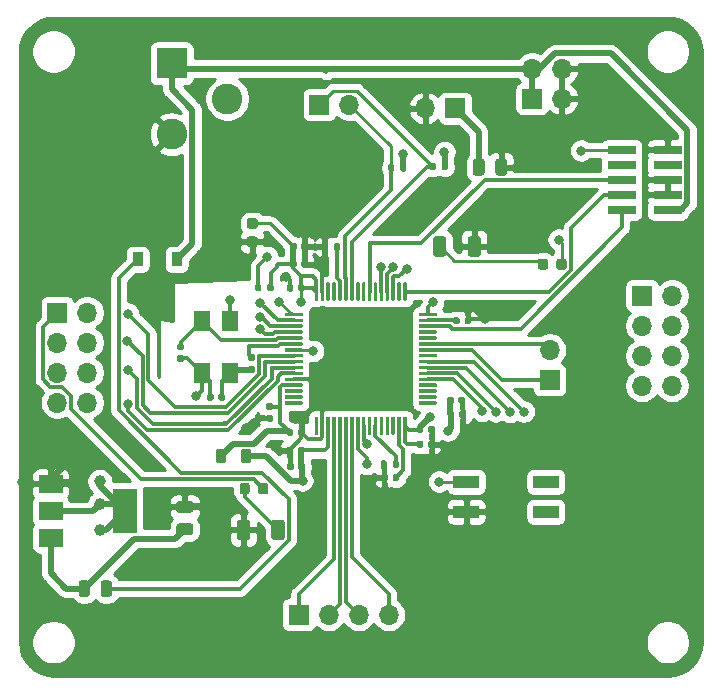
<source format=gbr>
%TF.GenerationSoftware,KiCad,Pcbnew,(5.1.8)-1*%
%TF.CreationDate,2020-11-24T12:22:42+05:30*%
%TF.ProjectId,stm32f405_breakout,73746d33-3266-4343-9035-5f627265616b,rev?*%
%TF.SameCoordinates,Original*%
%TF.FileFunction,Copper,L1,Top*%
%TF.FilePolarity,Positive*%
%FSLAX46Y46*%
G04 Gerber Fmt 4.6, Leading zero omitted, Abs format (unit mm)*
G04 Created by KiCad (PCBNEW (5.1.8)-1) date 2020-11-24 12:22:42*
%MOMM*%
%LPD*%
G01*
G04 APERTURE LIST*
%TA.AperFunction,ComponentPad*%
%ADD10R,1.700000X1.700000*%
%TD*%
%TA.AperFunction,ComponentPad*%
%ADD11O,1.700000X1.700000*%
%TD*%
%TA.AperFunction,SMDPad,CuDef*%
%ADD12R,0.900000X1.200000*%
%TD*%
%TA.AperFunction,SMDPad,CuDef*%
%ADD13R,2.400000X0.740000*%
%TD*%
%TA.AperFunction,ComponentPad*%
%ADD14R,2.600000X2.600000*%
%TD*%
%TA.AperFunction,ComponentPad*%
%ADD15C,2.600000*%
%TD*%
%TA.AperFunction,SMDPad,CuDef*%
%ADD16R,1.400000X1.800000*%
%TD*%
%TA.AperFunction,SMDPad,CuDef*%
%ADD17R,2.160000X1.120000*%
%TD*%
%TA.AperFunction,SMDPad,CuDef*%
%ADD18R,2.000000X3.800000*%
%TD*%
%TA.AperFunction,SMDPad,CuDef*%
%ADD19R,2.000000X1.500000*%
%TD*%
%TA.AperFunction,ViaPad*%
%ADD20C,1.000000*%
%TD*%
%TA.AperFunction,ViaPad*%
%ADD21C,0.800000*%
%TD*%
%TA.AperFunction,Conductor*%
%ADD22C,0.300000*%
%TD*%
%TA.AperFunction,Conductor*%
%ADD23C,0.500000*%
%TD*%
%TA.AperFunction,Conductor*%
%ADD24C,0.250000*%
%TD*%
%TA.AperFunction,Conductor*%
%ADD25C,0.400000*%
%TD*%
%TA.AperFunction,Conductor*%
%ADD26C,0.254000*%
%TD*%
%TA.AperFunction,Conductor*%
%ADD27C,0.100000*%
%TD*%
G04 APERTURE END LIST*
%TO.P,D2,1*%
%TO.N,Net-(D2-Pad1)*%
%TA.AperFunction,SMDPad,CuDef*%
G36*
G01*
X136641200Y-89353850D02*
X136641200Y-88841350D01*
G75*
G02*
X136859950Y-88622600I218750J0D01*
G01*
X137297450Y-88622600D01*
G75*
G02*
X137516200Y-88841350I0J-218750D01*
G01*
X137516200Y-89353850D01*
G75*
G02*
X137297450Y-89572600I-218750J0D01*
G01*
X136859950Y-89572600D01*
G75*
G02*
X136641200Y-89353850I0J218750D01*
G01*
G37*
%TD.AperFunction*%
%TO.P,D2,2*%
%TO.N,+3V3*%
%TA.AperFunction,SMDPad,CuDef*%
G36*
G01*
X138216200Y-89353850D02*
X138216200Y-88841350D01*
G75*
G02*
X138434950Y-88622600I218750J0D01*
G01*
X138872450Y-88622600D01*
G75*
G02*
X139091200Y-88841350I0J-218750D01*
G01*
X139091200Y-89353850D01*
G75*
G02*
X138872450Y-89572600I-218750J0D01*
G01*
X138434950Y-89572600D01*
G75*
G02*
X138216200Y-89353850I0J218750D01*
G01*
G37*
%TD.AperFunction*%
%TD*%
%TO.P,U1,64*%
%TO.N,+3V3*%
%TA.AperFunction,SMDPad,CuDef*%
G36*
G01*
X117753700Y-92122600D02*
X117753700Y-90722600D01*
G75*
G02*
X117828700Y-90647600I75000J0D01*
G01*
X117978700Y-90647600D01*
G75*
G02*
X118053700Y-90722600I0J-75000D01*
G01*
X118053700Y-92122600D01*
G75*
G02*
X117978700Y-92197600I-75000J0D01*
G01*
X117828700Y-92197600D01*
G75*
G02*
X117753700Y-92122600I0J75000D01*
G01*
G37*
%TD.AperFunction*%
%TO.P,U1,63*%
%TO.N,GND*%
%TA.AperFunction,SMDPad,CuDef*%
G36*
G01*
X118253700Y-92122600D02*
X118253700Y-90722600D01*
G75*
G02*
X118328700Y-90647600I75000J0D01*
G01*
X118478700Y-90647600D01*
G75*
G02*
X118553700Y-90722600I0J-75000D01*
G01*
X118553700Y-92122600D01*
G75*
G02*
X118478700Y-92197600I-75000J0D01*
G01*
X118328700Y-92197600D01*
G75*
G02*
X118253700Y-92122600I0J75000D01*
G01*
G37*
%TD.AperFunction*%
%TO.P,U1,62*%
%TO.N,Net-(U1-Pad62)*%
%TA.AperFunction,SMDPad,CuDef*%
G36*
G01*
X118753700Y-92122600D02*
X118753700Y-90722600D01*
G75*
G02*
X118828700Y-90647600I75000J0D01*
G01*
X118978700Y-90647600D01*
G75*
G02*
X119053700Y-90722600I0J-75000D01*
G01*
X119053700Y-92122600D01*
G75*
G02*
X118978700Y-92197600I-75000J0D01*
G01*
X118828700Y-92197600D01*
G75*
G02*
X118753700Y-92122600I0J75000D01*
G01*
G37*
%TD.AperFunction*%
%TO.P,U1,61*%
%TO.N,Net-(U1-Pad61)*%
%TA.AperFunction,SMDPad,CuDef*%
G36*
G01*
X119253700Y-92122600D02*
X119253700Y-90722600D01*
G75*
G02*
X119328700Y-90647600I75000J0D01*
G01*
X119478700Y-90647600D01*
G75*
G02*
X119553700Y-90722600I0J-75000D01*
G01*
X119553700Y-92122600D01*
G75*
G02*
X119478700Y-92197600I-75000J0D01*
G01*
X119328700Y-92197600D01*
G75*
G02*
X119253700Y-92122600I0J75000D01*
G01*
G37*
%TD.AperFunction*%
%TO.P,U1,60*%
%TO.N,BOOT0*%
%TA.AperFunction,SMDPad,CuDef*%
G36*
G01*
X119753700Y-92122600D02*
X119753700Y-90722600D01*
G75*
G02*
X119828700Y-90647600I75000J0D01*
G01*
X119978700Y-90647600D01*
G75*
G02*
X120053700Y-90722600I0J-75000D01*
G01*
X120053700Y-92122600D01*
G75*
G02*
X119978700Y-92197600I-75000J0D01*
G01*
X119828700Y-92197600D01*
G75*
G02*
X119753700Y-92122600I0J75000D01*
G01*
G37*
%TD.AperFunction*%
%TO.P,U1,59*%
%TO.N,I2C1_SDA*%
%TA.AperFunction,SMDPad,CuDef*%
G36*
G01*
X120253700Y-92122600D02*
X120253700Y-90722600D01*
G75*
G02*
X120328700Y-90647600I75000J0D01*
G01*
X120478700Y-90647600D01*
G75*
G02*
X120553700Y-90722600I0J-75000D01*
G01*
X120553700Y-92122600D01*
G75*
G02*
X120478700Y-92197600I-75000J0D01*
G01*
X120328700Y-92197600D01*
G75*
G02*
X120253700Y-92122600I0J75000D01*
G01*
G37*
%TD.AperFunction*%
%TO.P,U1,58*%
%TO.N,I2C1_SCL*%
%TA.AperFunction,SMDPad,CuDef*%
G36*
G01*
X120753700Y-92122600D02*
X120753700Y-90722600D01*
G75*
G02*
X120828700Y-90647600I75000J0D01*
G01*
X120978700Y-90647600D01*
G75*
G02*
X121053700Y-90722600I0J-75000D01*
G01*
X121053700Y-92122600D01*
G75*
G02*
X120978700Y-92197600I-75000J0D01*
G01*
X120828700Y-92197600D01*
G75*
G02*
X120753700Y-92122600I0J75000D01*
G01*
G37*
%TD.AperFunction*%
%TO.P,U1,57*%
%TO.N,Net-(U1-Pad57)*%
%TA.AperFunction,SMDPad,CuDef*%
G36*
G01*
X121253700Y-92122600D02*
X121253700Y-90722600D01*
G75*
G02*
X121328700Y-90647600I75000J0D01*
G01*
X121478700Y-90647600D01*
G75*
G02*
X121553700Y-90722600I0J-75000D01*
G01*
X121553700Y-92122600D01*
G75*
G02*
X121478700Y-92197600I-75000J0D01*
G01*
X121328700Y-92197600D01*
G75*
G02*
X121253700Y-92122600I0J75000D01*
G01*
G37*
%TD.AperFunction*%
%TO.P,U1,56*%
%TO.N,Net-(U1-Pad56)*%
%TA.AperFunction,SMDPad,CuDef*%
G36*
G01*
X121753700Y-92122600D02*
X121753700Y-90722600D01*
G75*
G02*
X121828700Y-90647600I75000J0D01*
G01*
X121978700Y-90647600D01*
G75*
G02*
X122053700Y-90722600I0J-75000D01*
G01*
X122053700Y-92122600D01*
G75*
G02*
X121978700Y-92197600I-75000J0D01*
G01*
X121828700Y-92197600D01*
G75*
G02*
X121753700Y-92122600I0J75000D01*
G01*
G37*
%TD.AperFunction*%
%TO.P,U1,55*%
%TO.N,SWO*%
%TA.AperFunction,SMDPad,CuDef*%
G36*
G01*
X122253700Y-92122600D02*
X122253700Y-90722600D01*
G75*
G02*
X122328700Y-90647600I75000J0D01*
G01*
X122478700Y-90647600D01*
G75*
G02*
X122553700Y-90722600I0J-75000D01*
G01*
X122553700Y-92122600D01*
G75*
G02*
X122478700Y-92197600I-75000J0D01*
G01*
X122328700Y-92197600D01*
G75*
G02*
X122253700Y-92122600I0J75000D01*
G01*
G37*
%TD.AperFunction*%
%TO.P,U1,54*%
%TO.N,Net-(U1-Pad54)*%
%TA.AperFunction,SMDPad,CuDef*%
G36*
G01*
X122753700Y-92122600D02*
X122753700Y-90722600D01*
G75*
G02*
X122828700Y-90647600I75000J0D01*
G01*
X122978700Y-90647600D01*
G75*
G02*
X123053700Y-90722600I0J-75000D01*
G01*
X123053700Y-92122600D01*
G75*
G02*
X122978700Y-92197600I-75000J0D01*
G01*
X122828700Y-92197600D01*
G75*
G02*
X122753700Y-92122600I0J75000D01*
G01*
G37*
%TD.AperFunction*%
%TO.P,U1,53*%
%TO.N,PC12*%
%TA.AperFunction,SMDPad,CuDef*%
G36*
G01*
X123253700Y-92122600D02*
X123253700Y-90722600D01*
G75*
G02*
X123328700Y-90647600I75000J0D01*
G01*
X123478700Y-90647600D01*
G75*
G02*
X123553700Y-90722600I0J-75000D01*
G01*
X123553700Y-92122600D01*
G75*
G02*
X123478700Y-92197600I-75000J0D01*
G01*
X123328700Y-92197600D01*
G75*
G02*
X123253700Y-92122600I0J75000D01*
G01*
G37*
%TD.AperFunction*%
%TO.P,U1,52*%
%TO.N,PC11*%
%TA.AperFunction,SMDPad,CuDef*%
G36*
G01*
X123753700Y-92122600D02*
X123753700Y-90722600D01*
G75*
G02*
X123828700Y-90647600I75000J0D01*
G01*
X123978700Y-90647600D01*
G75*
G02*
X124053700Y-90722600I0J-75000D01*
G01*
X124053700Y-92122600D01*
G75*
G02*
X123978700Y-92197600I-75000J0D01*
G01*
X123828700Y-92197600D01*
G75*
G02*
X123753700Y-92122600I0J75000D01*
G01*
G37*
%TD.AperFunction*%
%TO.P,U1,51*%
%TO.N,PC10*%
%TA.AperFunction,SMDPad,CuDef*%
G36*
G01*
X124253700Y-92122600D02*
X124253700Y-90722600D01*
G75*
G02*
X124328700Y-90647600I75000J0D01*
G01*
X124478700Y-90647600D01*
G75*
G02*
X124553700Y-90722600I0J-75000D01*
G01*
X124553700Y-92122600D01*
G75*
G02*
X124478700Y-92197600I-75000J0D01*
G01*
X124328700Y-92197600D01*
G75*
G02*
X124253700Y-92122600I0J75000D01*
G01*
G37*
%TD.AperFunction*%
%TO.P,U1,50*%
%TO.N,Net-(U1-Pad50)*%
%TA.AperFunction,SMDPad,CuDef*%
G36*
G01*
X124753700Y-92122600D02*
X124753700Y-90722600D01*
G75*
G02*
X124828700Y-90647600I75000J0D01*
G01*
X124978700Y-90647600D01*
G75*
G02*
X125053700Y-90722600I0J-75000D01*
G01*
X125053700Y-92122600D01*
G75*
G02*
X124978700Y-92197600I-75000J0D01*
G01*
X124828700Y-92197600D01*
G75*
G02*
X124753700Y-92122600I0J75000D01*
G01*
G37*
%TD.AperFunction*%
%TO.P,U1,49*%
%TO.N,SWCLK*%
%TA.AperFunction,SMDPad,CuDef*%
G36*
G01*
X125253700Y-92122600D02*
X125253700Y-90722600D01*
G75*
G02*
X125328700Y-90647600I75000J0D01*
G01*
X125478700Y-90647600D01*
G75*
G02*
X125553700Y-90722600I0J-75000D01*
G01*
X125553700Y-92122600D01*
G75*
G02*
X125478700Y-92197600I-75000J0D01*
G01*
X125328700Y-92197600D01*
G75*
G02*
X125253700Y-92122600I0J75000D01*
G01*
G37*
%TD.AperFunction*%
%TO.P,U1,48*%
%TO.N,+3V3*%
%TA.AperFunction,SMDPad,CuDef*%
G36*
G01*
X126553700Y-93422600D02*
X126553700Y-93272600D01*
G75*
G02*
X126628700Y-93197600I75000J0D01*
G01*
X128028700Y-93197600D01*
G75*
G02*
X128103700Y-93272600I0J-75000D01*
G01*
X128103700Y-93422600D01*
G75*
G02*
X128028700Y-93497600I-75000J0D01*
G01*
X126628700Y-93497600D01*
G75*
G02*
X126553700Y-93422600I0J75000D01*
G01*
G37*
%TD.AperFunction*%
%TO.P,U1,47*%
%TO.N,Net-(C5-Pad1)*%
%TA.AperFunction,SMDPad,CuDef*%
G36*
G01*
X126553700Y-93922600D02*
X126553700Y-93772600D01*
G75*
G02*
X126628700Y-93697600I75000J0D01*
G01*
X128028700Y-93697600D01*
G75*
G02*
X128103700Y-93772600I0J-75000D01*
G01*
X128103700Y-93922600D01*
G75*
G02*
X128028700Y-93997600I-75000J0D01*
G01*
X126628700Y-93997600D01*
G75*
G02*
X126553700Y-93922600I0J75000D01*
G01*
G37*
%TD.AperFunction*%
%TO.P,U1,46*%
%TO.N,SWDIO*%
%TA.AperFunction,SMDPad,CuDef*%
G36*
G01*
X126553700Y-94422600D02*
X126553700Y-94272600D01*
G75*
G02*
X126628700Y-94197600I75000J0D01*
G01*
X128028700Y-94197600D01*
G75*
G02*
X128103700Y-94272600I0J-75000D01*
G01*
X128103700Y-94422600D01*
G75*
G02*
X128028700Y-94497600I-75000J0D01*
G01*
X126628700Y-94497600D01*
G75*
G02*
X126553700Y-94422600I0J75000D01*
G01*
G37*
%TD.AperFunction*%
%TO.P,U1,45*%
%TO.N,Net-(U1-Pad45)*%
%TA.AperFunction,SMDPad,CuDef*%
G36*
G01*
X126553700Y-94922600D02*
X126553700Y-94772600D01*
G75*
G02*
X126628700Y-94697600I75000J0D01*
G01*
X128028700Y-94697600D01*
G75*
G02*
X128103700Y-94772600I0J-75000D01*
G01*
X128103700Y-94922600D01*
G75*
G02*
X128028700Y-94997600I-75000J0D01*
G01*
X126628700Y-94997600D01*
G75*
G02*
X126553700Y-94922600I0J75000D01*
G01*
G37*
%TD.AperFunction*%
%TO.P,U1,44*%
%TO.N,Net-(U1-Pad44)*%
%TA.AperFunction,SMDPad,CuDef*%
G36*
G01*
X126553700Y-95422600D02*
X126553700Y-95272600D01*
G75*
G02*
X126628700Y-95197600I75000J0D01*
G01*
X128028700Y-95197600D01*
G75*
G02*
X128103700Y-95272600I0J-75000D01*
G01*
X128103700Y-95422600D01*
G75*
G02*
X128028700Y-95497600I-75000J0D01*
G01*
X126628700Y-95497600D01*
G75*
G02*
X126553700Y-95422600I0J75000D01*
G01*
G37*
%TD.AperFunction*%
%TO.P,U1,43*%
%TO.N,USART1_RX*%
%TA.AperFunction,SMDPad,CuDef*%
G36*
G01*
X126553700Y-95922600D02*
X126553700Y-95772600D01*
G75*
G02*
X126628700Y-95697600I75000J0D01*
G01*
X128028700Y-95697600D01*
G75*
G02*
X128103700Y-95772600I0J-75000D01*
G01*
X128103700Y-95922600D01*
G75*
G02*
X128028700Y-95997600I-75000J0D01*
G01*
X126628700Y-95997600D01*
G75*
G02*
X126553700Y-95922600I0J75000D01*
G01*
G37*
%TD.AperFunction*%
%TO.P,U1,42*%
%TO.N,USART1_TX*%
%TA.AperFunction,SMDPad,CuDef*%
G36*
G01*
X126553700Y-96422600D02*
X126553700Y-96272600D01*
G75*
G02*
X126628700Y-96197600I75000J0D01*
G01*
X128028700Y-96197600D01*
G75*
G02*
X128103700Y-96272600I0J-75000D01*
G01*
X128103700Y-96422600D01*
G75*
G02*
X128028700Y-96497600I-75000J0D01*
G01*
X126628700Y-96497600D01*
G75*
G02*
X126553700Y-96422600I0J75000D01*
G01*
G37*
%TD.AperFunction*%
%TO.P,U1,41*%
%TO.N,Net-(U1-Pad41)*%
%TA.AperFunction,SMDPad,CuDef*%
G36*
G01*
X126553700Y-96922600D02*
X126553700Y-96772600D01*
G75*
G02*
X126628700Y-96697600I75000J0D01*
G01*
X128028700Y-96697600D01*
G75*
G02*
X128103700Y-96772600I0J-75000D01*
G01*
X128103700Y-96922600D01*
G75*
G02*
X128028700Y-96997600I-75000J0D01*
G01*
X126628700Y-96997600D01*
G75*
G02*
X126553700Y-96922600I0J75000D01*
G01*
G37*
%TD.AperFunction*%
%TO.P,U1,40*%
%TO.N,PC9*%
%TA.AperFunction,SMDPad,CuDef*%
G36*
G01*
X126553700Y-97422600D02*
X126553700Y-97272600D01*
G75*
G02*
X126628700Y-97197600I75000J0D01*
G01*
X128028700Y-97197600D01*
G75*
G02*
X128103700Y-97272600I0J-75000D01*
G01*
X128103700Y-97422600D01*
G75*
G02*
X128028700Y-97497600I-75000J0D01*
G01*
X126628700Y-97497600D01*
G75*
G02*
X126553700Y-97422600I0J75000D01*
G01*
G37*
%TD.AperFunction*%
%TO.P,U1,39*%
%TO.N,PC8*%
%TA.AperFunction,SMDPad,CuDef*%
G36*
G01*
X126553700Y-97922600D02*
X126553700Y-97772600D01*
G75*
G02*
X126628700Y-97697600I75000J0D01*
G01*
X128028700Y-97697600D01*
G75*
G02*
X128103700Y-97772600I0J-75000D01*
G01*
X128103700Y-97922600D01*
G75*
G02*
X128028700Y-97997600I-75000J0D01*
G01*
X126628700Y-97997600D01*
G75*
G02*
X126553700Y-97922600I0J75000D01*
G01*
G37*
%TD.AperFunction*%
%TO.P,U1,38*%
%TO.N,PC7*%
%TA.AperFunction,SMDPad,CuDef*%
G36*
G01*
X126553700Y-98422600D02*
X126553700Y-98272600D01*
G75*
G02*
X126628700Y-98197600I75000J0D01*
G01*
X128028700Y-98197600D01*
G75*
G02*
X128103700Y-98272600I0J-75000D01*
G01*
X128103700Y-98422600D01*
G75*
G02*
X128028700Y-98497600I-75000J0D01*
G01*
X126628700Y-98497600D01*
G75*
G02*
X126553700Y-98422600I0J75000D01*
G01*
G37*
%TD.AperFunction*%
%TO.P,U1,37*%
%TO.N,PC6*%
%TA.AperFunction,SMDPad,CuDef*%
G36*
G01*
X126553700Y-98922600D02*
X126553700Y-98772600D01*
G75*
G02*
X126628700Y-98697600I75000J0D01*
G01*
X128028700Y-98697600D01*
G75*
G02*
X128103700Y-98772600I0J-75000D01*
G01*
X128103700Y-98922600D01*
G75*
G02*
X128028700Y-98997600I-75000J0D01*
G01*
X126628700Y-98997600D01*
G75*
G02*
X126553700Y-98922600I0J75000D01*
G01*
G37*
%TD.AperFunction*%
%TO.P,U1,36*%
%TO.N,Net-(U1-Pad36)*%
%TA.AperFunction,SMDPad,CuDef*%
G36*
G01*
X126553700Y-99422600D02*
X126553700Y-99272600D01*
G75*
G02*
X126628700Y-99197600I75000J0D01*
G01*
X128028700Y-99197600D01*
G75*
G02*
X128103700Y-99272600I0J-75000D01*
G01*
X128103700Y-99422600D01*
G75*
G02*
X128028700Y-99497600I-75000J0D01*
G01*
X126628700Y-99497600D01*
G75*
G02*
X126553700Y-99422600I0J75000D01*
G01*
G37*
%TD.AperFunction*%
%TO.P,U1,35*%
%TO.N,Net-(U1-Pad35)*%
%TA.AperFunction,SMDPad,CuDef*%
G36*
G01*
X126553700Y-99922600D02*
X126553700Y-99772600D01*
G75*
G02*
X126628700Y-99697600I75000J0D01*
G01*
X128028700Y-99697600D01*
G75*
G02*
X128103700Y-99772600I0J-75000D01*
G01*
X128103700Y-99922600D01*
G75*
G02*
X128028700Y-99997600I-75000J0D01*
G01*
X126628700Y-99997600D01*
G75*
G02*
X126553700Y-99922600I0J75000D01*
G01*
G37*
%TD.AperFunction*%
%TO.P,U1,34*%
%TO.N,Net-(U1-Pad34)*%
%TA.AperFunction,SMDPad,CuDef*%
G36*
G01*
X126553700Y-100422600D02*
X126553700Y-100272600D01*
G75*
G02*
X126628700Y-100197600I75000J0D01*
G01*
X128028700Y-100197600D01*
G75*
G02*
X128103700Y-100272600I0J-75000D01*
G01*
X128103700Y-100422600D01*
G75*
G02*
X128028700Y-100497600I-75000J0D01*
G01*
X126628700Y-100497600D01*
G75*
G02*
X126553700Y-100422600I0J75000D01*
G01*
G37*
%TD.AperFunction*%
%TO.P,U1,33*%
%TO.N,Net-(U1-Pad33)*%
%TA.AperFunction,SMDPad,CuDef*%
G36*
G01*
X126553700Y-100922600D02*
X126553700Y-100772600D01*
G75*
G02*
X126628700Y-100697600I75000J0D01*
G01*
X128028700Y-100697600D01*
G75*
G02*
X128103700Y-100772600I0J-75000D01*
G01*
X128103700Y-100922600D01*
G75*
G02*
X128028700Y-100997600I-75000J0D01*
G01*
X126628700Y-100997600D01*
G75*
G02*
X126553700Y-100922600I0J75000D01*
G01*
G37*
%TD.AperFunction*%
%TO.P,U1,32*%
%TO.N,+3V3*%
%TA.AperFunction,SMDPad,CuDef*%
G36*
G01*
X125253700Y-103472600D02*
X125253700Y-102072600D01*
G75*
G02*
X125328700Y-101997600I75000J0D01*
G01*
X125478700Y-101997600D01*
G75*
G02*
X125553700Y-102072600I0J-75000D01*
G01*
X125553700Y-103472600D01*
G75*
G02*
X125478700Y-103547600I-75000J0D01*
G01*
X125328700Y-103547600D01*
G75*
G02*
X125253700Y-103472600I0J75000D01*
G01*
G37*
%TD.AperFunction*%
%TO.P,U1,31*%
%TO.N,Net-(C3-Pad1)*%
%TA.AperFunction,SMDPad,CuDef*%
G36*
G01*
X124753700Y-103472600D02*
X124753700Y-102072600D01*
G75*
G02*
X124828700Y-101997600I75000J0D01*
G01*
X124978700Y-101997600D01*
G75*
G02*
X125053700Y-102072600I0J-75000D01*
G01*
X125053700Y-103472600D01*
G75*
G02*
X124978700Y-103547600I-75000J0D01*
G01*
X124828700Y-103547600D01*
G75*
G02*
X124753700Y-103472600I0J75000D01*
G01*
G37*
%TD.AperFunction*%
%TO.P,U1,30*%
%TO.N,Net-(U1-Pad30)*%
%TA.AperFunction,SMDPad,CuDef*%
G36*
G01*
X124253700Y-103472600D02*
X124253700Y-102072600D01*
G75*
G02*
X124328700Y-101997600I75000J0D01*
G01*
X124478700Y-101997600D01*
G75*
G02*
X124553700Y-102072600I0J-75000D01*
G01*
X124553700Y-103472600D01*
G75*
G02*
X124478700Y-103547600I-75000J0D01*
G01*
X124328700Y-103547600D01*
G75*
G02*
X124253700Y-103472600I0J75000D01*
G01*
G37*
%TD.AperFunction*%
%TO.P,U1,29*%
%TO.N,Net-(U1-Pad29)*%
%TA.AperFunction,SMDPad,CuDef*%
G36*
G01*
X123753700Y-103472600D02*
X123753700Y-102072600D01*
G75*
G02*
X123828700Y-101997600I75000J0D01*
G01*
X123978700Y-101997600D01*
G75*
G02*
X124053700Y-102072600I0J-75000D01*
G01*
X124053700Y-103472600D01*
G75*
G02*
X123978700Y-103547600I-75000J0D01*
G01*
X123828700Y-103547600D01*
G75*
G02*
X123753700Y-103472600I0J75000D01*
G01*
G37*
%TD.AperFunction*%
%TO.P,U1,28*%
%TO.N,Net-(U1-Pad28)*%
%TA.AperFunction,SMDPad,CuDef*%
G36*
G01*
X123253700Y-103472600D02*
X123253700Y-102072600D01*
G75*
G02*
X123328700Y-101997600I75000J0D01*
G01*
X123478700Y-101997600D01*
G75*
G02*
X123553700Y-102072600I0J-75000D01*
G01*
X123553700Y-103472600D01*
G75*
G02*
X123478700Y-103547600I-75000J0D01*
G01*
X123328700Y-103547600D01*
G75*
G02*
X123253700Y-103472600I0J75000D01*
G01*
G37*
%TD.AperFunction*%
%TO.P,U1,27*%
%TO.N,BOOT1*%
%TA.AperFunction,SMDPad,CuDef*%
G36*
G01*
X122753700Y-103472600D02*
X122753700Y-102072600D01*
G75*
G02*
X122828700Y-101997600I75000J0D01*
G01*
X122978700Y-101997600D01*
G75*
G02*
X123053700Y-102072600I0J-75000D01*
G01*
X123053700Y-103472600D01*
G75*
G02*
X122978700Y-103547600I-75000J0D01*
G01*
X122828700Y-103547600D01*
G75*
G02*
X122753700Y-103472600I0J75000D01*
G01*
G37*
%TD.AperFunction*%
%TO.P,U1,26*%
%TO.N,Net-(U1-Pad26)*%
%TA.AperFunction,SMDPad,CuDef*%
G36*
G01*
X122253700Y-103472600D02*
X122253700Y-102072600D01*
G75*
G02*
X122328700Y-101997600I75000J0D01*
G01*
X122478700Y-101997600D01*
G75*
G02*
X122553700Y-102072600I0J-75000D01*
G01*
X122553700Y-103472600D01*
G75*
G02*
X122478700Y-103547600I-75000J0D01*
G01*
X122328700Y-103547600D01*
G75*
G02*
X122253700Y-103472600I0J75000D01*
G01*
G37*
%TD.AperFunction*%
%TO.P,U1,25*%
%TO.N,PC5*%
%TA.AperFunction,SMDPad,CuDef*%
G36*
G01*
X121753700Y-103472600D02*
X121753700Y-102072600D01*
G75*
G02*
X121828700Y-101997600I75000J0D01*
G01*
X121978700Y-101997600D01*
G75*
G02*
X122053700Y-102072600I0J-75000D01*
G01*
X122053700Y-103472600D01*
G75*
G02*
X121978700Y-103547600I-75000J0D01*
G01*
X121828700Y-103547600D01*
G75*
G02*
X121753700Y-103472600I0J75000D01*
G01*
G37*
%TD.AperFunction*%
%TO.P,U1,24*%
%TO.N,PC4*%
%TA.AperFunction,SMDPad,CuDef*%
G36*
G01*
X121253700Y-103472600D02*
X121253700Y-102072600D01*
G75*
G02*
X121328700Y-101997600I75000J0D01*
G01*
X121478700Y-101997600D01*
G75*
G02*
X121553700Y-102072600I0J-75000D01*
G01*
X121553700Y-103472600D01*
G75*
G02*
X121478700Y-103547600I-75000J0D01*
G01*
X121328700Y-103547600D01*
G75*
G02*
X121253700Y-103472600I0J75000D01*
G01*
G37*
%TD.AperFunction*%
%TO.P,U1,23*%
%TO.N,SPI1_MOSI*%
%TA.AperFunction,SMDPad,CuDef*%
G36*
G01*
X120753700Y-103472600D02*
X120753700Y-102072600D01*
G75*
G02*
X120828700Y-101997600I75000J0D01*
G01*
X120978700Y-101997600D01*
G75*
G02*
X121053700Y-102072600I0J-75000D01*
G01*
X121053700Y-103472600D01*
G75*
G02*
X120978700Y-103547600I-75000J0D01*
G01*
X120828700Y-103547600D01*
G75*
G02*
X120753700Y-103472600I0J75000D01*
G01*
G37*
%TD.AperFunction*%
%TO.P,U1,22*%
%TO.N,SPI1_MISO*%
%TA.AperFunction,SMDPad,CuDef*%
G36*
G01*
X120253700Y-103472600D02*
X120253700Y-102072600D01*
G75*
G02*
X120328700Y-101997600I75000J0D01*
G01*
X120478700Y-101997600D01*
G75*
G02*
X120553700Y-102072600I0J-75000D01*
G01*
X120553700Y-103472600D01*
G75*
G02*
X120478700Y-103547600I-75000J0D01*
G01*
X120328700Y-103547600D01*
G75*
G02*
X120253700Y-103472600I0J75000D01*
G01*
G37*
%TD.AperFunction*%
%TO.P,U1,21*%
%TO.N,SPI1_SCK*%
%TA.AperFunction,SMDPad,CuDef*%
G36*
G01*
X119753700Y-103472600D02*
X119753700Y-102072600D01*
G75*
G02*
X119828700Y-101997600I75000J0D01*
G01*
X119978700Y-101997600D01*
G75*
G02*
X120053700Y-102072600I0J-75000D01*
G01*
X120053700Y-103472600D01*
G75*
G02*
X119978700Y-103547600I-75000J0D01*
G01*
X119828700Y-103547600D01*
G75*
G02*
X119753700Y-103472600I0J75000D01*
G01*
G37*
%TD.AperFunction*%
%TO.P,U1,20*%
%TO.N,SPI1_EN*%
%TA.AperFunction,SMDPad,CuDef*%
G36*
G01*
X119253700Y-103472600D02*
X119253700Y-102072600D01*
G75*
G02*
X119328700Y-101997600I75000J0D01*
G01*
X119478700Y-101997600D01*
G75*
G02*
X119553700Y-102072600I0J-75000D01*
G01*
X119553700Y-103472600D01*
G75*
G02*
X119478700Y-103547600I-75000J0D01*
G01*
X119328700Y-103547600D01*
G75*
G02*
X119253700Y-103472600I0J75000D01*
G01*
G37*
%TD.AperFunction*%
%TO.P,U1,19*%
%TO.N,+3V3*%
%TA.AperFunction,SMDPad,CuDef*%
G36*
G01*
X118753700Y-103472600D02*
X118753700Y-102072600D01*
G75*
G02*
X118828700Y-101997600I75000J0D01*
G01*
X118978700Y-101997600D01*
G75*
G02*
X119053700Y-102072600I0J-75000D01*
G01*
X119053700Y-103472600D01*
G75*
G02*
X118978700Y-103547600I-75000J0D01*
G01*
X118828700Y-103547600D01*
G75*
G02*
X118753700Y-103472600I0J75000D01*
G01*
G37*
%TD.AperFunction*%
%TO.P,U1,18*%
%TO.N,GND*%
%TA.AperFunction,SMDPad,CuDef*%
G36*
G01*
X118253700Y-103472600D02*
X118253700Y-102072600D01*
G75*
G02*
X118328700Y-101997600I75000J0D01*
G01*
X118478700Y-101997600D01*
G75*
G02*
X118553700Y-102072600I0J-75000D01*
G01*
X118553700Y-103472600D01*
G75*
G02*
X118478700Y-103547600I-75000J0D01*
G01*
X118328700Y-103547600D01*
G75*
G02*
X118253700Y-103472600I0J75000D01*
G01*
G37*
%TD.AperFunction*%
%TO.P,U1,17*%
%TO.N,Net-(U1-Pad17)*%
%TA.AperFunction,SMDPad,CuDef*%
G36*
G01*
X117753700Y-103472600D02*
X117753700Y-102072600D01*
G75*
G02*
X117828700Y-101997600I75000J0D01*
G01*
X117978700Y-101997600D01*
G75*
G02*
X118053700Y-102072600I0J-75000D01*
G01*
X118053700Y-103472600D01*
G75*
G02*
X117978700Y-103547600I-75000J0D01*
G01*
X117828700Y-103547600D01*
G75*
G02*
X117753700Y-103472600I0J75000D01*
G01*
G37*
%TD.AperFunction*%
%TO.P,U1,16*%
%TO.N,Net-(U1-Pad16)*%
%TA.AperFunction,SMDPad,CuDef*%
G36*
G01*
X115203700Y-100922600D02*
X115203700Y-100772600D01*
G75*
G02*
X115278700Y-100697600I75000J0D01*
G01*
X116678700Y-100697600D01*
G75*
G02*
X116753700Y-100772600I0J-75000D01*
G01*
X116753700Y-100922600D01*
G75*
G02*
X116678700Y-100997600I-75000J0D01*
G01*
X115278700Y-100997600D01*
G75*
G02*
X115203700Y-100922600I0J75000D01*
G01*
G37*
%TD.AperFunction*%
%TO.P,U1,15*%
%TO.N,Net-(U1-Pad15)*%
%TA.AperFunction,SMDPad,CuDef*%
G36*
G01*
X115203700Y-100422600D02*
X115203700Y-100272600D01*
G75*
G02*
X115278700Y-100197600I75000J0D01*
G01*
X116678700Y-100197600D01*
G75*
G02*
X116753700Y-100272600I0J-75000D01*
G01*
X116753700Y-100422600D01*
G75*
G02*
X116678700Y-100497600I-75000J0D01*
G01*
X115278700Y-100497600D01*
G75*
G02*
X115203700Y-100422600I0J75000D01*
G01*
G37*
%TD.AperFunction*%
%TO.P,U1,14*%
%TO.N,Net-(U1-Pad14)*%
%TA.AperFunction,SMDPad,CuDef*%
G36*
G01*
X115203700Y-99922600D02*
X115203700Y-99772600D01*
G75*
G02*
X115278700Y-99697600I75000J0D01*
G01*
X116678700Y-99697600D01*
G75*
G02*
X116753700Y-99772600I0J-75000D01*
G01*
X116753700Y-99922600D01*
G75*
G02*
X116678700Y-99997600I-75000J0D01*
G01*
X115278700Y-99997600D01*
G75*
G02*
X115203700Y-99922600I0J75000D01*
G01*
G37*
%TD.AperFunction*%
%TO.P,U1,13*%
%TO.N,+3.3VA*%
%TA.AperFunction,SMDPad,CuDef*%
G36*
G01*
X115203700Y-99422600D02*
X115203700Y-99272600D01*
G75*
G02*
X115278700Y-99197600I75000J0D01*
G01*
X116678700Y-99197600D01*
G75*
G02*
X116753700Y-99272600I0J-75000D01*
G01*
X116753700Y-99422600D01*
G75*
G02*
X116678700Y-99497600I-75000J0D01*
G01*
X115278700Y-99497600D01*
G75*
G02*
X115203700Y-99422600I0J75000D01*
G01*
G37*
%TD.AperFunction*%
%TO.P,U1,12*%
%TO.N,GND*%
%TA.AperFunction,SMDPad,CuDef*%
G36*
G01*
X115203700Y-98922600D02*
X115203700Y-98772600D01*
G75*
G02*
X115278700Y-98697600I75000J0D01*
G01*
X116678700Y-98697600D01*
G75*
G02*
X116753700Y-98772600I0J-75000D01*
G01*
X116753700Y-98922600D01*
G75*
G02*
X116678700Y-98997600I-75000J0D01*
G01*
X115278700Y-98997600D01*
G75*
G02*
X115203700Y-98922600I0J75000D01*
G01*
G37*
%TD.AperFunction*%
%TO.P,U1,11*%
%TO.N,PC3*%
%TA.AperFunction,SMDPad,CuDef*%
G36*
G01*
X115203700Y-98422600D02*
X115203700Y-98272600D01*
G75*
G02*
X115278700Y-98197600I75000J0D01*
G01*
X116678700Y-98197600D01*
G75*
G02*
X116753700Y-98272600I0J-75000D01*
G01*
X116753700Y-98422600D01*
G75*
G02*
X116678700Y-98497600I-75000J0D01*
G01*
X115278700Y-98497600D01*
G75*
G02*
X115203700Y-98422600I0J75000D01*
G01*
G37*
%TD.AperFunction*%
%TO.P,U1,10*%
%TO.N,PC2*%
%TA.AperFunction,SMDPad,CuDef*%
G36*
G01*
X115203700Y-97922600D02*
X115203700Y-97772600D01*
G75*
G02*
X115278700Y-97697600I75000J0D01*
G01*
X116678700Y-97697600D01*
G75*
G02*
X116753700Y-97772600I0J-75000D01*
G01*
X116753700Y-97922600D01*
G75*
G02*
X116678700Y-97997600I-75000J0D01*
G01*
X115278700Y-97997600D01*
G75*
G02*
X115203700Y-97922600I0J75000D01*
G01*
G37*
%TD.AperFunction*%
%TO.P,U1,9*%
%TO.N,PC1*%
%TA.AperFunction,SMDPad,CuDef*%
G36*
G01*
X115203700Y-97422600D02*
X115203700Y-97272600D01*
G75*
G02*
X115278700Y-97197600I75000J0D01*
G01*
X116678700Y-97197600D01*
G75*
G02*
X116753700Y-97272600I0J-75000D01*
G01*
X116753700Y-97422600D01*
G75*
G02*
X116678700Y-97497600I-75000J0D01*
G01*
X115278700Y-97497600D01*
G75*
G02*
X115203700Y-97422600I0J75000D01*
G01*
G37*
%TD.AperFunction*%
%TO.P,U1,8*%
%TO.N,PC0*%
%TA.AperFunction,SMDPad,CuDef*%
G36*
G01*
X115203700Y-96922600D02*
X115203700Y-96772600D01*
G75*
G02*
X115278700Y-96697600I75000J0D01*
G01*
X116678700Y-96697600D01*
G75*
G02*
X116753700Y-96772600I0J-75000D01*
G01*
X116753700Y-96922600D01*
G75*
G02*
X116678700Y-96997600I-75000J0D01*
G01*
X115278700Y-96997600D01*
G75*
G02*
X115203700Y-96922600I0J75000D01*
G01*
G37*
%TD.AperFunction*%
%TO.P,U1,7*%
%TO.N,NRESET*%
%TA.AperFunction,SMDPad,CuDef*%
G36*
G01*
X115203700Y-96422600D02*
X115203700Y-96272600D01*
G75*
G02*
X115278700Y-96197600I75000J0D01*
G01*
X116678700Y-96197600D01*
G75*
G02*
X116753700Y-96272600I0J-75000D01*
G01*
X116753700Y-96422600D01*
G75*
G02*
X116678700Y-96497600I-75000J0D01*
G01*
X115278700Y-96497600D01*
G75*
G02*
X115203700Y-96422600I0J75000D01*
G01*
G37*
%TD.AperFunction*%
%TO.P,U1,6*%
%TO.N,RCC_OSC_OUT*%
%TA.AperFunction,SMDPad,CuDef*%
G36*
G01*
X115203700Y-95922600D02*
X115203700Y-95772600D01*
G75*
G02*
X115278700Y-95697600I75000J0D01*
G01*
X116678700Y-95697600D01*
G75*
G02*
X116753700Y-95772600I0J-75000D01*
G01*
X116753700Y-95922600D01*
G75*
G02*
X116678700Y-95997600I-75000J0D01*
G01*
X115278700Y-95997600D01*
G75*
G02*
X115203700Y-95922600I0J75000D01*
G01*
G37*
%TD.AperFunction*%
%TO.P,U1,5*%
%TO.N,RCC_OSC_IN*%
%TA.AperFunction,SMDPad,CuDef*%
G36*
G01*
X115203700Y-95422600D02*
X115203700Y-95272600D01*
G75*
G02*
X115278700Y-95197600I75000J0D01*
G01*
X116678700Y-95197600D01*
G75*
G02*
X116753700Y-95272600I0J-75000D01*
G01*
X116753700Y-95422600D01*
G75*
G02*
X116678700Y-95497600I-75000J0D01*
G01*
X115278700Y-95497600D01*
G75*
G02*
X115203700Y-95422600I0J75000D01*
G01*
G37*
%TD.AperFunction*%
%TO.P,U1,4*%
%TO.N,PC15*%
%TA.AperFunction,SMDPad,CuDef*%
G36*
G01*
X115203700Y-94922600D02*
X115203700Y-94772600D01*
G75*
G02*
X115278700Y-94697600I75000J0D01*
G01*
X116678700Y-94697600D01*
G75*
G02*
X116753700Y-94772600I0J-75000D01*
G01*
X116753700Y-94922600D01*
G75*
G02*
X116678700Y-94997600I-75000J0D01*
G01*
X115278700Y-94997600D01*
G75*
G02*
X115203700Y-94922600I0J75000D01*
G01*
G37*
%TD.AperFunction*%
%TO.P,U1,3*%
%TO.N,PC14*%
%TA.AperFunction,SMDPad,CuDef*%
G36*
G01*
X115203700Y-94422600D02*
X115203700Y-94272600D01*
G75*
G02*
X115278700Y-94197600I75000J0D01*
G01*
X116678700Y-94197600D01*
G75*
G02*
X116753700Y-94272600I0J-75000D01*
G01*
X116753700Y-94422600D01*
G75*
G02*
X116678700Y-94497600I-75000J0D01*
G01*
X115278700Y-94497600D01*
G75*
G02*
X115203700Y-94422600I0J75000D01*
G01*
G37*
%TD.AperFunction*%
%TO.P,U1,2*%
%TO.N,PC13*%
%TA.AperFunction,SMDPad,CuDef*%
G36*
G01*
X115203700Y-93922600D02*
X115203700Y-93772600D01*
G75*
G02*
X115278700Y-93697600I75000J0D01*
G01*
X116678700Y-93697600D01*
G75*
G02*
X116753700Y-93772600I0J-75000D01*
G01*
X116753700Y-93922600D01*
G75*
G02*
X116678700Y-93997600I-75000J0D01*
G01*
X115278700Y-93997600D01*
G75*
G02*
X115203700Y-93922600I0J75000D01*
G01*
G37*
%TD.AperFunction*%
%TO.P,U1,1*%
%TO.N,+3V3*%
%TA.AperFunction,SMDPad,CuDef*%
G36*
G01*
X115203700Y-93422600D02*
X115203700Y-93272600D01*
G75*
G02*
X115278700Y-93197600I75000J0D01*
G01*
X116678700Y-93197600D01*
G75*
G02*
X116753700Y-93272600I0J-75000D01*
G01*
X116753700Y-93422600D01*
G75*
G02*
X116678700Y-93497600I-75000J0D01*
G01*
X115278700Y-93497600D01*
G75*
G02*
X115203700Y-93422600I0J75000D01*
G01*
G37*
%TD.AperFunction*%
%TD*%
D10*
%TO.P,PORTC_2,1*%
%TO.N,PC10*%
X145470880Y-91765120D03*
D11*
%TO.P,PORTC_2,2*%
%TO.N,PC9*%
X148010880Y-91765120D03*
%TO.P,PORTC_2,3*%
%TO.N,PC11*%
X145470880Y-94305120D03*
%TO.P,PORTC_2,4*%
%TO.N,PC12*%
X148010880Y-94305120D03*
%TO.P,PORTC_2,5*%
%TO.N,PC8*%
X145470880Y-96845120D03*
%TO.P,PORTC_2,6*%
%TO.N,PC6*%
X148010880Y-96845120D03*
%TO.P,PORTC_2,7*%
%TO.N,PC7*%
X145470880Y-99385120D03*
%TO.P,PORTC_2,8*%
%TO.N,PC5*%
X148010880Y-99385120D03*
%TD*%
%TO.P,C14,2*%
%TO.N,GND*%
%TA.AperFunction,SMDPad,CuDef*%
G36*
G01*
X109203700Y-100177600D02*
X109203700Y-100517600D01*
G75*
G02*
X109063700Y-100657600I-140000J0D01*
G01*
X108783700Y-100657600D01*
G75*
G02*
X108643700Y-100517600I0J140000D01*
G01*
X108643700Y-100177600D01*
G75*
G02*
X108783700Y-100037600I140000J0D01*
G01*
X109063700Y-100037600D01*
G75*
G02*
X109203700Y-100177600I0J-140000D01*
G01*
G37*
%TD.AperFunction*%
%TO.P,C14,1*%
%TO.N,Net-(C14-Pad1)*%
%TA.AperFunction,SMDPad,CuDef*%
G36*
G01*
X110163700Y-100177600D02*
X110163700Y-100517600D01*
G75*
G02*
X110023700Y-100657600I-140000J0D01*
G01*
X109743700Y-100657600D01*
G75*
G02*
X109603700Y-100517600I0J140000D01*
G01*
X109603700Y-100177600D01*
G75*
G02*
X109743700Y-100037600I140000J0D01*
G01*
X110023700Y-100037600D01*
G75*
G02*
X110163700Y-100177600I0J-140000D01*
G01*
G37*
%TD.AperFunction*%
%TD*%
%TO.P,C1,1*%
%TO.N,+3V3*%
%TA.AperFunction,SMDPad,CuDef*%
G36*
G01*
X112221200Y-85198500D02*
X112721200Y-85198500D01*
G75*
G02*
X112946200Y-85423500I0J-225000D01*
G01*
X112946200Y-85873500D01*
G75*
G02*
X112721200Y-86098500I-225000J0D01*
G01*
X112221200Y-86098500D01*
G75*
G02*
X111996200Y-85873500I0J225000D01*
G01*
X111996200Y-85423500D01*
G75*
G02*
X112221200Y-85198500I225000J0D01*
G01*
G37*
%TD.AperFunction*%
%TO.P,C1,2*%
%TO.N,GND*%
%TA.AperFunction,SMDPad,CuDef*%
G36*
G01*
X112221200Y-86748500D02*
X112721200Y-86748500D01*
G75*
G02*
X112946200Y-86973500I0J-225000D01*
G01*
X112946200Y-87423500D01*
G75*
G02*
X112721200Y-87648500I-225000J0D01*
G01*
X112221200Y-87648500D01*
G75*
G02*
X111996200Y-87423500I0J225000D01*
G01*
X111996200Y-86973500D01*
G75*
G02*
X112221200Y-86748500I225000J0D01*
G01*
G37*
%TD.AperFunction*%
%TD*%
%TO.P,C2,1*%
%TO.N,+3V3*%
%TA.AperFunction,SMDPad,CuDef*%
G36*
G01*
X116913700Y-90927600D02*
X116913700Y-91267600D01*
G75*
G02*
X116773700Y-91407600I-140000J0D01*
G01*
X116493700Y-91407600D01*
G75*
G02*
X116353700Y-91267600I0J140000D01*
G01*
X116353700Y-90927600D01*
G75*
G02*
X116493700Y-90787600I140000J0D01*
G01*
X116773700Y-90787600D01*
G75*
G02*
X116913700Y-90927600I0J-140000D01*
G01*
G37*
%TD.AperFunction*%
%TO.P,C2,2*%
%TO.N,GND*%
%TA.AperFunction,SMDPad,CuDef*%
G36*
G01*
X115953700Y-90927600D02*
X115953700Y-91267600D01*
G75*
G02*
X115813700Y-91407600I-140000J0D01*
G01*
X115533700Y-91407600D01*
G75*
G02*
X115393700Y-91267600I0J140000D01*
G01*
X115393700Y-90927600D01*
G75*
G02*
X115533700Y-90787600I140000J0D01*
G01*
X115813700Y-90787600D01*
G75*
G02*
X115953700Y-90927600I0J-140000D01*
G01*
G37*
%TD.AperFunction*%
%TD*%
%TO.P,C3,1*%
%TO.N,Net-(C3-Pad1)*%
%TA.AperFunction,SMDPad,CuDef*%
G36*
G01*
X124910180Y-107015460D02*
X124910180Y-107355460D01*
G75*
G02*
X124770180Y-107495460I-140000J0D01*
G01*
X124490180Y-107495460D01*
G75*
G02*
X124350180Y-107355460I0J140000D01*
G01*
X124350180Y-107015460D01*
G75*
G02*
X124490180Y-106875460I140000J0D01*
G01*
X124770180Y-106875460D01*
G75*
G02*
X124910180Y-107015460I0J-140000D01*
G01*
G37*
%TD.AperFunction*%
%TO.P,C3,2*%
%TO.N,GND*%
%TA.AperFunction,SMDPad,CuDef*%
G36*
G01*
X123950180Y-107015460D02*
X123950180Y-107355460D01*
G75*
G02*
X123810180Y-107495460I-140000J0D01*
G01*
X123530180Y-107495460D01*
G75*
G02*
X123390180Y-107355460I0J140000D01*
G01*
X123390180Y-107015460D01*
G75*
G02*
X123530180Y-106875460I140000J0D01*
G01*
X123810180Y-106875460D01*
G75*
G02*
X123950180Y-107015460I0J-140000D01*
G01*
G37*
%TD.AperFunction*%
%TD*%
%TO.P,C4,2*%
%TO.N,GND*%
%TA.AperFunction,SMDPad,CuDef*%
G36*
G01*
X115936420Y-104688820D02*
X115936420Y-105028820D01*
G75*
G02*
X115796420Y-105168820I-140000J0D01*
G01*
X115516420Y-105168820D01*
G75*
G02*
X115376420Y-105028820I0J140000D01*
G01*
X115376420Y-104688820D01*
G75*
G02*
X115516420Y-104548820I140000J0D01*
G01*
X115796420Y-104548820D01*
G75*
G02*
X115936420Y-104688820I0J-140000D01*
G01*
G37*
%TD.AperFunction*%
%TO.P,C4,1*%
%TO.N,+3V3*%
%TA.AperFunction,SMDPad,CuDef*%
G36*
G01*
X116896420Y-104688820D02*
X116896420Y-105028820D01*
G75*
G02*
X116756420Y-105168820I-140000J0D01*
G01*
X116476420Y-105168820D01*
G75*
G02*
X116336420Y-105028820I0J140000D01*
G01*
X116336420Y-104688820D01*
G75*
G02*
X116476420Y-104548820I140000J0D01*
G01*
X116756420Y-104548820D01*
G75*
G02*
X116896420Y-104688820I0J-140000D01*
G01*
G37*
%TD.AperFunction*%
%TD*%
%TO.P,C5,2*%
%TO.N,GND*%
%TA.AperFunction,SMDPad,CuDef*%
G36*
G01*
X130441100Y-94061100D02*
X130441100Y-93721100D01*
G75*
G02*
X130581100Y-93581100I140000J0D01*
G01*
X130861100Y-93581100D01*
G75*
G02*
X131001100Y-93721100I0J-140000D01*
G01*
X131001100Y-94061100D01*
G75*
G02*
X130861100Y-94201100I-140000J0D01*
G01*
X130581100Y-94201100D01*
G75*
G02*
X130441100Y-94061100I0J140000D01*
G01*
G37*
%TD.AperFunction*%
%TO.P,C5,1*%
%TO.N,Net-(C5-Pad1)*%
%TA.AperFunction,SMDPad,CuDef*%
G36*
G01*
X129481100Y-94061100D02*
X129481100Y-93721100D01*
G75*
G02*
X129621100Y-93581100I140000J0D01*
G01*
X129901100Y-93581100D01*
G75*
G02*
X130041100Y-93721100I0J-140000D01*
G01*
X130041100Y-94061100D01*
G75*
G02*
X129901100Y-94201100I-140000J0D01*
G01*
X129621100Y-94201100D01*
G75*
G02*
X129481100Y-94061100I0J140000D01*
G01*
G37*
%TD.AperFunction*%
%TD*%
%TO.P,C6,1*%
%TO.N,+3V3*%
%TA.AperFunction,SMDPad,CuDef*%
G36*
G01*
X116944740Y-106070580D02*
X116944740Y-106410580D01*
G75*
G02*
X116804740Y-106550580I-140000J0D01*
G01*
X116524740Y-106550580D01*
G75*
G02*
X116384740Y-106410580I0J140000D01*
G01*
X116384740Y-106070580D01*
G75*
G02*
X116524740Y-105930580I140000J0D01*
G01*
X116804740Y-105930580D01*
G75*
G02*
X116944740Y-106070580I0J-140000D01*
G01*
G37*
%TD.AperFunction*%
%TO.P,C6,2*%
%TO.N,GND*%
%TA.AperFunction,SMDPad,CuDef*%
G36*
G01*
X115984740Y-106070580D02*
X115984740Y-106410580D01*
G75*
G02*
X115844740Y-106550580I-140000J0D01*
G01*
X115564740Y-106550580D01*
G75*
G02*
X115424740Y-106410580I0J140000D01*
G01*
X115424740Y-106070580D01*
G75*
G02*
X115564740Y-105930580I140000J0D01*
G01*
X115844740Y-105930580D01*
G75*
G02*
X115984740Y-106070580I0J-140000D01*
G01*
G37*
%TD.AperFunction*%
%TD*%
%TO.P,C7,1*%
%TO.N,+3V3*%
%TA.AperFunction,SMDPad,CuDef*%
G36*
G01*
X126393700Y-103267600D02*
X126393700Y-102927600D01*
G75*
G02*
X126533700Y-102787600I140000J0D01*
G01*
X126813700Y-102787600D01*
G75*
G02*
X126953700Y-102927600I0J-140000D01*
G01*
X126953700Y-103267600D01*
G75*
G02*
X126813700Y-103407600I-140000J0D01*
G01*
X126533700Y-103407600D01*
G75*
G02*
X126393700Y-103267600I0J140000D01*
G01*
G37*
%TD.AperFunction*%
%TO.P,C7,2*%
%TO.N,GND*%
%TA.AperFunction,SMDPad,CuDef*%
G36*
G01*
X127353700Y-103267600D02*
X127353700Y-102927600D01*
G75*
G02*
X127493700Y-102787600I140000J0D01*
G01*
X127773700Y-102787600D01*
G75*
G02*
X127913700Y-102927600I0J-140000D01*
G01*
X127913700Y-103267600D01*
G75*
G02*
X127773700Y-103407600I-140000J0D01*
G01*
X127493700Y-103407600D01*
G75*
G02*
X127353700Y-103267600I0J140000D01*
G01*
G37*
%TD.AperFunction*%
%TD*%
%TO.P,C8,2*%
%TO.N,GND*%
%TA.AperFunction,SMDPad,CuDef*%
G36*
G01*
X127353700Y-104517600D02*
X127353700Y-104177600D01*
G75*
G02*
X127493700Y-104037600I140000J0D01*
G01*
X127773700Y-104037600D01*
G75*
G02*
X127913700Y-104177600I0J-140000D01*
G01*
X127913700Y-104517600D01*
G75*
G02*
X127773700Y-104657600I-140000J0D01*
G01*
X127493700Y-104657600D01*
G75*
G02*
X127353700Y-104517600I0J140000D01*
G01*
G37*
%TD.AperFunction*%
%TO.P,C8,1*%
%TO.N,+3V3*%
%TA.AperFunction,SMDPad,CuDef*%
G36*
G01*
X126393700Y-104517600D02*
X126393700Y-104177600D01*
G75*
G02*
X126533700Y-104037600I140000J0D01*
G01*
X126813700Y-104037600D01*
G75*
G02*
X126953700Y-104177600I0J-140000D01*
G01*
X126953700Y-104517600D01*
G75*
G02*
X126813700Y-104657600I-140000J0D01*
G01*
X126533700Y-104657600D01*
G75*
G02*
X126393700Y-104517600I0J140000D01*
G01*
G37*
%TD.AperFunction*%
%TD*%
%TO.P,C9,2*%
%TO.N,GND*%
%TA.AperFunction,SMDPad,CuDef*%
G36*
G01*
X129930500Y-100792100D02*
X129930500Y-100452100D01*
G75*
G02*
X130070500Y-100312100I140000J0D01*
G01*
X130350500Y-100312100D01*
G75*
G02*
X130490500Y-100452100I0J-140000D01*
G01*
X130490500Y-100792100D01*
G75*
G02*
X130350500Y-100932100I-140000J0D01*
G01*
X130070500Y-100932100D01*
G75*
G02*
X129930500Y-100792100I0J140000D01*
G01*
G37*
%TD.AperFunction*%
%TO.P,C9,1*%
%TO.N,+3V3*%
%TA.AperFunction,SMDPad,CuDef*%
G36*
G01*
X128970500Y-100792100D02*
X128970500Y-100452100D01*
G75*
G02*
X129110500Y-100312100I140000J0D01*
G01*
X129390500Y-100312100D01*
G75*
G02*
X129530500Y-100452100I0J-140000D01*
G01*
X129530500Y-100792100D01*
G75*
G02*
X129390500Y-100932100I-140000J0D01*
G01*
X129110500Y-100932100D01*
G75*
G02*
X128970500Y-100792100I0J140000D01*
G01*
G37*
%TD.AperFunction*%
%TD*%
%TO.P,C10,1*%
%TO.N,+3V3*%
%TA.AperFunction,SMDPad,CuDef*%
G36*
G01*
X129008600Y-101973200D02*
X129008600Y-101633200D01*
G75*
G02*
X129148600Y-101493200I140000J0D01*
G01*
X129428600Y-101493200D01*
G75*
G02*
X129568600Y-101633200I0J-140000D01*
G01*
X129568600Y-101973200D01*
G75*
G02*
X129428600Y-102113200I-140000J0D01*
G01*
X129148600Y-102113200D01*
G75*
G02*
X129008600Y-101973200I0J140000D01*
G01*
G37*
%TD.AperFunction*%
%TO.P,C10,2*%
%TO.N,GND*%
%TA.AperFunction,SMDPad,CuDef*%
G36*
G01*
X129968600Y-101973200D02*
X129968600Y-101633200D01*
G75*
G02*
X130108600Y-101493200I140000J0D01*
G01*
X130388600Y-101493200D01*
G75*
G02*
X130528600Y-101633200I0J-140000D01*
G01*
X130528600Y-101973200D01*
G75*
G02*
X130388600Y-102113200I-140000J0D01*
G01*
X130108600Y-102113200D01*
G75*
G02*
X129968600Y-101973200I0J140000D01*
G01*
G37*
%TD.AperFunction*%
%TD*%
%TO.P,C11,2*%
%TO.N,GND*%
%TA.AperFunction,SMDPad,CuDef*%
G36*
G01*
X116633600Y-89268120D02*
X116633600Y-88928120D01*
G75*
G02*
X116773600Y-88788120I140000J0D01*
G01*
X117053600Y-88788120D01*
G75*
G02*
X117193600Y-88928120I0J-140000D01*
G01*
X117193600Y-89268120D01*
G75*
G02*
X117053600Y-89408120I-140000J0D01*
G01*
X116773600Y-89408120D01*
G75*
G02*
X116633600Y-89268120I0J140000D01*
G01*
G37*
%TD.AperFunction*%
%TO.P,C11,1*%
%TO.N,+3V3*%
%TA.AperFunction,SMDPad,CuDef*%
G36*
G01*
X115673600Y-89268120D02*
X115673600Y-88928120D01*
G75*
G02*
X115813600Y-88788120I140000J0D01*
G01*
X116093600Y-88788120D01*
G75*
G02*
X116233600Y-88928120I0J-140000D01*
G01*
X116233600Y-89268120D01*
G75*
G02*
X116093600Y-89408120I-140000J0D01*
G01*
X115813600Y-89408120D01*
G75*
G02*
X115673600Y-89268120I0J140000D01*
G01*
G37*
%TD.AperFunction*%
%TD*%
%TO.P,C12,1*%
%TO.N,+3V3*%
%TA.AperFunction,SMDPad,CuDef*%
G36*
G01*
X115665920Y-87766980D02*
X115665920Y-87426980D01*
G75*
G02*
X115805920Y-87286980I140000J0D01*
G01*
X116085920Y-87286980D01*
G75*
G02*
X116225920Y-87426980I0J-140000D01*
G01*
X116225920Y-87766980D01*
G75*
G02*
X116085920Y-87906980I-140000J0D01*
G01*
X115805920Y-87906980D01*
G75*
G02*
X115665920Y-87766980I0J140000D01*
G01*
G37*
%TD.AperFunction*%
%TO.P,C12,2*%
%TO.N,GND*%
%TA.AperFunction,SMDPad,CuDef*%
G36*
G01*
X116625920Y-87766980D02*
X116625920Y-87426980D01*
G75*
G02*
X116765920Y-87286980I140000J0D01*
G01*
X117045920Y-87286980D01*
G75*
G02*
X117185920Y-87426980I0J-140000D01*
G01*
X117185920Y-87766980D01*
G75*
G02*
X117045920Y-87906980I-140000J0D01*
G01*
X116765920Y-87906980D01*
G75*
G02*
X116625920Y-87766980I0J140000D01*
G01*
G37*
%TD.AperFunction*%
%TD*%
%TO.P,C13,1*%
%TO.N,RCC_OSC_IN*%
%TA.AperFunction,SMDPad,CuDef*%
G36*
G01*
X106233700Y-95837600D02*
X106573700Y-95837600D01*
G75*
G02*
X106713700Y-95977600I0J-140000D01*
G01*
X106713700Y-96257600D01*
G75*
G02*
X106573700Y-96397600I-140000J0D01*
G01*
X106233700Y-96397600D01*
G75*
G02*
X106093700Y-96257600I0J140000D01*
G01*
X106093700Y-95977600D01*
G75*
G02*
X106233700Y-95837600I140000J0D01*
G01*
G37*
%TD.AperFunction*%
%TO.P,C13,2*%
%TO.N,GND*%
%TA.AperFunction,SMDPad,CuDef*%
G36*
G01*
X106233700Y-96797600D02*
X106573700Y-96797600D01*
G75*
G02*
X106713700Y-96937600I0J-140000D01*
G01*
X106713700Y-97217600D01*
G75*
G02*
X106573700Y-97357600I-140000J0D01*
G01*
X106233700Y-97357600D01*
G75*
G02*
X106093700Y-97217600I0J140000D01*
G01*
X106093700Y-96937600D01*
G75*
G02*
X106233700Y-96797600I140000J0D01*
G01*
G37*
%TD.AperFunction*%
%TD*%
%TO.P,C15,2*%
%TO.N,GND*%
%TA.AperFunction,SMDPad,CuDef*%
G36*
G01*
X107228700Y-110147600D02*
X106278700Y-110147600D01*
G75*
G02*
X106028700Y-109897600I0J250000D01*
G01*
X106028700Y-109397600D01*
G75*
G02*
X106278700Y-109147600I250000J0D01*
G01*
X107228700Y-109147600D01*
G75*
G02*
X107478700Y-109397600I0J-250000D01*
G01*
X107478700Y-109897600D01*
G75*
G02*
X107228700Y-110147600I-250000J0D01*
G01*
G37*
%TD.AperFunction*%
%TO.P,C15,1*%
%TO.N,Net-(C15-Pad1)*%
%TA.AperFunction,SMDPad,CuDef*%
G36*
G01*
X107228700Y-112047600D02*
X106278700Y-112047600D01*
G75*
G02*
X106028700Y-111797600I0J250000D01*
G01*
X106028700Y-111297600D01*
G75*
G02*
X106278700Y-111047600I250000J0D01*
G01*
X107228700Y-111047600D01*
G75*
G02*
X107478700Y-111297600I0J-250000D01*
G01*
X107478700Y-111797600D01*
G75*
G02*
X107228700Y-112047600I-250000J0D01*
G01*
G37*
%TD.AperFunction*%
%TD*%
%TO.P,C16,2*%
%TO.N,GND*%
%TA.AperFunction,SMDPad,CuDef*%
G36*
G01*
X116353700Y-103517600D02*
X116353700Y-103177600D01*
G75*
G02*
X116493700Y-103037600I140000J0D01*
G01*
X116773700Y-103037600D01*
G75*
G02*
X116913700Y-103177600I0J-140000D01*
G01*
X116913700Y-103517600D01*
G75*
G02*
X116773700Y-103657600I-140000J0D01*
G01*
X116493700Y-103657600D01*
G75*
G02*
X116353700Y-103517600I0J140000D01*
G01*
G37*
%TD.AperFunction*%
%TO.P,C16,1*%
%TO.N,+3.3VA*%
%TA.AperFunction,SMDPad,CuDef*%
G36*
G01*
X115393700Y-103517600D02*
X115393700Y-103177600D01*
G75*
G02*
X115533700Y-103037600I140000J0D01*
G01*
X115813700Y-103037600D01*
G75*
G02*
X115953700Y-103177600I0J-140000D01*
G01*
X115953700Y-103517600D01*
G75*
G02*
X115813700Y-103657600I-140000J0D01*
G01*
X115533700Y-103657600D01*
G75*
G02*
X115393700Y-103517600I0J140000D01*
G01*
G37*
%TD.AperFunction*%
%TD*%
%TO.P,C17,2*%
%TO.N,GND*%
%TA.AperFunction,SMDPad,CuDef*%
G36*
G01*
X113749000Y-101838100D02*
X114089000Y-101838100D01*
G75*
G02*
X114229000Y-101978100I0J-140000D01*
G01*
X114229000Y-102258100D01*
G75*
G02*
X114089000Y-102398100I-140000J0D01*
G01*
X113749000Y-102398100D01*
G75*
G02*
X113609000Y-102258100I0J140000D01*
G01*
X113609000Y-101978100D01*
G75*
G02*
X113749000Y-101838100I140000J0D01*
G01*
G37*
%TD.AperFunction*%
%TO.P,C17,1*%
%TO.N,+3.3VA*%
%TA.AperFunction,SMDPad,CuDef*%
G36*
G01*
X113749000Y-100878100D02*
X114089000Y-100878100D01*
G75*
G02*
X114229000Y-101018100I0J-140000D01*
G01*
X114229000Y-101298100D01*
G75*
G02*
X114089000Y-101438100I-140000J0D01*
G01*
X113749000Y-101438100D01*
G75*
G02*
X113609000Y-101298100I0J140000D01*
G01*
X113609000Y-101018100D01*
G75*
G02*
X113749000Y-100878100I140000J0D01*
G01*
G37*
%TD.AperFunction*%
%TD*%
D12*
%TO.P,D1,2*%
%TO.N,VCC*%
X106069400Y-88684100D03*
%TO.P,D1,1*%
%TO.N,Net-(D1-Pad1)*%
X102769400Y-88684100D03*
%TD*%
%TO.P,F1,1*%
%TO.N,Net-(C15-Pad1)*%
%TA.AperFunction,SMDPad,CuDef*%
G36*
G01*
X97759700Y-117032090D02*
X97759700Y-116119590D01*
G75*
G02*
X98003450Y-115875840I243750J0D01*
G01*
X98490950Y-115875840D01*
G75*
G02*
X98734700Y-116119590I0J-243750D01*
G01*
X98734700Y-117032090D01*
G75*
G02*
X98490950Y-117275840I-243750J0D01*
G01*
X98003450Y-117275840D01*
G75*
G02*
X97759700Y-117032090I0J243750D01*
G01*
G37*
%TD.AperFunction*%
%TO.P,F1,2*%
%TO.N,Net-(D1-Pad1)*%
%TA.AperFunction,SMDPad,CuDef*%
G36*
G01*
X99634700Y-117032090D02*
X99634700Y-116119590D01*
G75*
G02*
X99878450Y-115875840I243750J0D01*
G01*
X100365950Y-115875840D01*
G75*
G02*
X100609700Y-116119590I0J-243750D01*
G01*
X100609700Y-117032090D01*
G75*
G02*
X100365950Y-117275840I-243750J0D01*
G01*
X99878450Y-117275840D01*
G75*
G02*
X99634700Y-117032090I0J243750D01*
G01*
G37*
%TD.AperFunction*%
%TD*%
D13*
%TO.P,J1,1*%
%TO.N,VCC*%
X147655280Y-84498180D03*
%TO.P,J1,2*%
%TO.N,SWDIO*%
X143755280Y-84498180D03*
%TO.P,J1,3*%
%TO.N,GND*%
X147655280Y-83228180D03*
%TO.P,J1,4*%
%TO.N,SWCLK*%
X143755280Y-83228180D03*
%TO.P,J1,5*%
%TO.N,GND*%
X147655280Y-81958180D03*
%TO.P,J1,6*%
%TO.N,SWO*%
X143755280Y-81958180D03*
%TO.P,J1,7*%
%TO.N,Net-(J1-Pad7)*%
X147655280Y-80688180D03*
%TO.P,J1,8*%
%TO.N,Net-(J1-Pad8)*%
X143755280Y-80688180D03*
%TO.P,J1,9*%
%TO.N,GND*%
X147655280Y-79418180D03*
%TO.P,J1,10*%
%TO.N,NRESET*%
X143755280Y-79418180D03*
%TD*%
D11*
%TO.P,3.3 V,2*%
%TO.N,GND*%
X127113700Y-75897600D03*
D10*
%TO.P,3.3 V,1*%
%TO.N,+3V3*%
X129653700Y-75897600D03*
%TD*%
D11*
%TO.P,SPI,4*%
%TO.N,SPI1_MOSI*%
X124028200Y-118783100D03*
%TO.P,SPI,3*%
%TO.N,SPI1_MISO*%
X121488200Y-118783100D03*
%TO.P,SPI,2*%
%TO.N,SPI1_SCK*%
X118948200Y-118783100D03*
D10*
%TO.P,SPI,1*%
%TO.N,SPI1_EN*%
X116408200Y-118783100D03*
%TD*%
%TO.P,UART,1*%
%TO.N,USART1_TX*%
X137653700Y-98897600D03*
D11*
%TO.P,UART,2*%
%TO.N,USART1_RX*%
X137653700Y-96357600D03*
%TD*%
D14*
%TO.P,J7,1*%
%TO.N,VCC*%
X105653700Y-72097600D03*
D15*
%TO.P,J7,2*%
%TO.N,GND*%
X105653700Y-78097600D03*
%TO.P,J7,3*%
%TO.N,N/C*%
X110353700Y-75097600D03*
%TD*%
%TO.P,R1,2*%
%TO.N,Net-(C14-Pad1)*%
%TA.AperFunction,SMDPad,CuDef*%
G36*
G01*
X112207460Y-97751140D02*
X112577460Y-97751140D01*
G75*
G02*
X112712460Y-97886140I0J-135000D01*
G01*
X112712460Y-98156140D01*
G75*
G02*
X112577460Y-98291140I-135000J0D01*
G01*
X112207460Y-98291140D01*
G75*
G02*
X112072460Y-98156140I0J135000D01*
G01*
X112072460Y-97886140D01*
G75*
G02*
X112207460Y-97751140I135000J0D01*
G01*
G37*
%TD.AperFunction*%
%TO.P,R1,1*%
%TO.N,RCC_OSC_OUT*%
%TA.AperFunction,SMDPad,CuDef*%
G36*
G01*
X112207460Y-96731140D02*
X112577460Y-96731140D01*
G75*
G02*
X112712460Y-96866140I0J-135000D01*
G01*
X112712460Y-97136140D01*
G75*
G02*
X112577460Y-97271140I-135000J0D01*
G01*
X112207460Y-97271140D01*
G75*
G02*
X112072460Y-97136140I0J135000D01*
G01*
X112072460Y-96866140D01*
G75*
G02*
X112207460Y-96731140I135000J0D01*
G01*
G37*
%TD.AperFunction*%
%TD*%
%TO.P,R2,1*%
%TO.N,+3V3*%
%TA.AperFunction,SMDPad,CuDef*%
G36*
G01*
X129047460Y-80660660D02*
X129047460Y-81030660D01*
G75*
G02*
X128912460Y-81165660I-135000J0D01*
G01*
X128642460Y-81165660D01*
G75*
G02*
X128507460Y-81030660I0J135000D01*
G01*
X128507460Y-80660660D01*
G75*
G02*
X128642460Y-80525660I135000J0D01*
G01*
X128912460Y-80525660D01*
G75*
G02*
X129047460Y-80660660I0J-135000D01*
G01*
G37*
%TD.AperFunction*%
%TO.P,R2,2*%
%TO.N,I2C1_SCL*%
%TA.AperFunction,SMDPad,CuDef*%
G36*
G01*
X128027460Y-80660660D02*
X128027460Y-81030660D01*
G75*
G02*
X127892460Y-81165660I-135000J0D01*
G01*
X127622460Y-81165660D01*
G75*
G02*
X127487460Y-81030660I0J135000D01*
G01*
X127487460Y-80660660D01*
G75*
G02*
X127622460Y-80525660I135000J0D01*
G01*
X127892460Y-80525660D01*
G75*
G02*
X128027460Y-80660660I0J-135000D01*
G01*
G37*
%TD.AperFunction*%
%TD*%
%TO.P,R3,2*%
%TO.N,I2C1_SDA*%
%TA.AperFunction,SMDPad,CuDef*%
G36*
G01*
X124502480Y-80752100D02*
X124502480Y-81122100D01*
G75*
G02*
X124367480Y-81257100I-135000J0D01*
G01*
X124097480Y-81257100D01*
G75*
G02*
X123962480Y-81122100I0J135000D01*
G01*
X123962480Y-80752100D01*
G75*
G02*
X124097480Y-80617100I135000J0D01*
G01*
X124367480Y-80617100D01*
G75*
G02*
X124502480Y-80752100I0J-135000D01*
G01*
G37*
%TD.AperFunction*%
%TO.P,R3,1*%
%TO.N,+3V3*%
%TA.AperFunction,SMDPad,CuDef*%
G36*
G01*
X125522480Y-80752100D02*
X125522480Y-81122100D01*
G75*
G02*
X125387480Y-81257100I-135000J0D01*
G01*
X125117480Y-81257100D01*
G75*
G02*
X124982480Y-81122100I0J135000D01*
G01*
X124982480Y-80752100D01*
G75*
G02*
X125117480Y-80617100I135000J0D01*
G01*
X125387480Y-80617100D01*
G75*
G02*
X125522480Y-80752100I0J-135000D01*
G01*
G37*
%TD.AperFunction*%
%TD*%
%TO.P,R4,2*%
%TO.N,NRESET*%
%TA.AperFunction,SMDPad,CuDef*%
G36*
G01*
X113249740Y-90904480D02*
X113249740Y-91274480D01*
G75*
G02*
X113114740Y-91409480I-135000J0D01*
G01*
X112844740Y-91409480D01*
G75*
G02*
X112709740Y-91274480I0J135000D01*
G01*
X112709740Y-90904480D01*
G75*
G02*
X112844740Y-90769480I135000J0D01*
G01*
X113114740Y-90769480D01*
G75*
G02*
X113249740Y-90904480I0J-135000D01*
G01*
G37*
%TD.AperFunction*%
%TO.P,R4,1*%
%TO.N,+3V3*%
%TA.AperFunction,SMDPad,CuDef*%
G36*
G01*
X114269740Y-90904480D02*
X114269740Y-91274480D01*
G75*
G02*
X114134740Y-91409480I-135000J0D01*
G01*
X113864740Y-91409480D01*
G75*
G02*
X113729740Y-91274480I0J135000D01*
G01*
X113729740Y-90904480D01*
G75*
G02*
X113864740Y-90769480I135000J0D01*
G01*
X114134740Y-90769480D01*
G75*
G02*
X114269740Y-90904480I0J-135000D01*
G01*
G37*
%TD.AperFunction*%
%TD*%
%TO.P,R5,2*%
%TO.N,BOOT0*%
%TA.AperFunction,SMDPad,CuDef*%
G36*
G01*
X119353300Y-87822620D02*
X119353300Y-87452620D01*
G75*
G02*
X119488300Y-87317620I135000J0D01*
G01*
X119758300Y-87317620D01*
G75*
G02*
X119893300Y-87452620I0J-135000D01*
G01*
X119893300Y-87822620D01*
G75*
G02*
X119758300Y-87957620I-135000J0D01*
G01*
X119488300Y-87957620D01*
G75*
G02*
X119353300Y-87822620I0J135000D01*
G01*
G37*
%TD.AperFunction*%
%TO.P,R5,1*%
%TO.N,GND*%
%TA.AperFunction,SMDPad,CuDef*%
G36*
G01*
X118333300Y-87822620D02*
X118333300Y-87452620D01*
G75*
G02*
X118468300Y-87317620I135000J0D01*
G01*
X118738300Y-87317620D01*
G75*
G02*
X118873300Y-87452620I0J-135000D01*
G01*
X118873300Y-87822620D01*
G75*
G02*
X118738300Y-87957620I-135000J0D01*
G01*
X118468300Y-87957620D01*
G75*
G02*
X118333300Y-87822620I0J135000D01*
G01*
G37*
%TD.AperFunction*%
%TD*%
%TO.P,R6,1*%
%TO.N,GND*%
%TA.AperFunction,SMDPad,CuDef*%
G36*
G01*
X123342180Y-106224920D02*
X123342180Y-105854920D01*
G75*
G02*
X123477180Y-105719920I135000J0D01*
G01*
X123747180Y-105719920D01*
G75*
G02*
X123882180Y-105854920I0J-135000D01*
G01*
X123882180Y-106224920D01*
G75*
G02*
X123747180Y-106359920I-135000J0D01*
G01*
X123477180Y-106359920D01*
G75*
G02*
X123342180Y-106224920I0J135000D01*
G01*
G37*
%TD.AperFunction*%
%TO.P,R6,2*%
%TO.N,BOOT1*%
%TA.AperFunction,SMDPad,CuDef*%
G36*
G01*
X124362180Y-106224920D02*
X124362180Y-105854920D01*
G75*
G02*
X124497180Y-105719920I135000J0D01*
G01*
X124767180Y-105719920D01*
G75*
G02*
X124902180Y-105854920I0J-135000D01*
G01*
X124902180Y-106224920D01*
G75*
G02*
X124767180Y-106359920I-135000J0D01*
G01*
X124497180Y-106359920D01*
G75*
G02*
X124362180Y-106224920I0J135000D01*
G01*
G37*
%TD.AperFunction*%
%TD*%
D16*
%TO.P,Y1,4*%
%TO.N,GND*%
X110603700Y-93897600D03*
%TO.P,Y1,3*%
%TO.N,Net-(C14-Pad1)*%
X110603700Y-98297600D03*
%TO.P,Y1,2*%
%TO.N,GND*%
X108203700Y-98297600D03*
%TO.P,Y1,1*%
%TO.N,RCC_OSC_IN*%
X108203700Y-93897600D03*
%TD*%
%TO.P,FB1,1*%
%TO.N,+3.3VA*%
%TA.AperFunction,SMDPad,CuDef*%
G36*
G01*
X109371000Y-105715050D02*
X109371000Y-104952550D01*
G75*
G02*
X109589750Y-104733800I218750J0D01*
G01*
X110027250Y-104733800D01*
G75*
G02*
X110246000Y-104952550I0J-218750D01*
G01*
X110246000Y-105715050D01*
G75*
G02*
X110027250Y-105933800I-218750J0D01*
G01*
X109589750Y-105933800D01*
G75*
G02*
X109371000Y-105715050I0J218750D01*
G01*
G37*
%TD.AperFunction*%
%TO.P,FB1,2*%
%TO.N,+3V3*%
%TA.AperFunction,SMDPad,CuDef*%
G36*
G01*
X111496000Y-105715050D02*
X111496000Y-104952550D01*
G75*
G02*
X111714750Y-104733800I218750J0D01*
G01*
X112152250Y-104733800D01*
G75*
G02*
X112371000Y-104952550I0J-218750D01*
G01*
X112371000Y-105715050D01*
G75*
G02*
X112152250Y-105933800I-218750J0D01*
G01*
X111714750Y-105933800D01*
G75*
G02*
X111496000Y-105715050I0J218750D01*
G01*
G37*
%TD.AperFunction*%
%TD*%
%TO.P,C18,2*%
%TO.N,GND*%
%TA.AperFunction,SMDPad,CuDef*%
G36*
G01*
X133040540Y-81358760D02*
X133040540Y-80408760D01*
G75*
G02*
X133290540Y-80158760I250000J0D01*
G01*
X133790540Y-80158760D01*
G75*
G02*
X134040540Y-80408760I0J-250000D01*
G01*
X134040540Y-81358760D01*
G75*
G02*
X133790540Y-81608760I-250000J0D01*
G01*
X133290540Y-81608760D01*
G75*
G02*
X133040540Y-81358760I0J250000D01*
G01*
G37*
%TD.AperFunction*%
%TO.P,C18,1*%
%TO.N,+3V3*%
%TA.AperFunction,SMDPad,CuDef*%
G36*
G01*
X131140540Y-81358760D02*
X131140540Y-80408760D01*
G75*
G02*
X131390540Y-80158760I250000J0D01*
G01*
X131890540Y-80158760D01*
G75*
G02*
X132140540Y-80408760I0J-250000D01*
G01*
X132140540Y-81358760D01*
G75*
G02*
X131890540Y-81608760I-250000J0D01*
G01*
X131390540Y-81608760D01*
G75*
G02*
X131140540Y-81358760I0J250000D01*
G01*
G37*
%TD.AperFunction*%
%TD*%
D10*
%TO.P,I2C,1*%
%TO.N,I2C1_SCL*%
X118140480Y-75580240D03*
D11*
%TO.P,I2C,2*%
%TO.N,I2C1_SDA*%
X120680480Y-75580240D03*
%TD*%
D17*
%TO.P,RESET,4*%
%TO.N,N/C*%
X137318700Y-107527600D03*
%TO.P,RESET,2*%
%TO.N,GND*%
X130588700Y-110067600D03*
%TO.P,RESET,3*%
%TO.N,N/C*%
X137318700Y-110067600D03*
%TO.P,RESET,1*%
%TO.N,NRESET*%
X130588700Y-107527600D03*
%TD*%
D18*
%TO.P,U2,2*%
%TO.N,+3V3*%
X101703700Y-109997600D03*
D19*
X95403700Y-109997600D03*
%TO.P,U2,3*%
%TO.N,Net-(C15-Pad1)*%
X95403700Y-112297600D03*
%TO.P,U2,1*%
%TO.N,GND*%
X95403700Y-107697600D03*
%TD*%
D10*
%TO.P,VIN,1*%
%TO.N,VCC*%
X136153700Y-75097600D03*
D11*
%TO.P,VIN,2*%
X136153700Y-72557600D03*
%TO.P,VIN,3*%
%TO.N,GND*%
X138693700Y-75097600D03*
%TO.P,VIN,4*%
X138693700Y-72557600D03*
%TD*%
%TO.P,PC_13,2*%
%TO.N,PC13*%
%TA.AperFunction,SMDPad,CuDef*%
G36*
G01*
X112966200Y-108353850D02*
X112966200Y-107841350D01*
G75*
G02*
X113184950Y-107622600I218750J0D01*
G01*
X113622450Y-107622600D01*
G75*
G02*
X113841200Y-107841350I0J-218750D01*
G01*
X113841200Y-108353850D01*
G75*
G02*
X113622450Y-108572600I-218750J0D01*
G01*
X113184950Y-108572600D01*
G75*
G02*
X112966200Y-108353850I0J218750D01*
G01*
G37*
%TD.AperFunction*%
%TO.P,PC_13,1*%
%TO.N,Net-(D3-Pad1)*%
%TA.AperFunction,SMDPad,CuDef*%
G36*
G01*
X111391200Y-108353850D02*
X111391200Y-107841350D01*
G75*
G02*
X111609950Y-107622600I218750J0D01*
G01*
X112047450Y-107622600D01*
G75*
G02*
X112266200Y-107841350I0J-218750D01*
G01*
X112266200Y-108353850D01*
G75*
G02*
X112047450Y-108572600I-218750J0D01*
G01*
X111609950Y-108572600D01*
G75*
G02*
X111391200Y-108353850I0J218750D01*
G01*
G37*
%TD.AperFunction*%
%TD*%
%TO.P,R7,2*%
%TO.N,GND*%
%TA.AperFunction,SMDPad,CuDef*%
G36*
G01*
X130708700Y-88222601D02*
X130708700Y-86972599D01*
G75*
G02*
X130958699Y-86722600I249999J0D01*
G01*
X131583701Y-86722600D01*
G75*
G02*
X131833700Y-86972599I0J-249999D01*
G01*
X131833700Y-88222601D01*
G75*
G02*
X131583701Y-88472600I-249999J0D01*
G01*
X130958699Y-88472600D01*
G75*
G02*
X130708700Y-88222601I0J249999D01*
G01*
G37*
%TD.AperFunction*%
%TO.P,R7,1*%
%TO.N,Net-(D2-Pad1)*%
%TA.AperFunction,SMDPad,CuDef*%
G36*
G01*
X127783700Y-88222601D02*
X127783700Y-86972599D01*
G75*
G02*
X128033699Y-86722600I249999J0D01*
G01*
X128658701Y-86722600D01*
G75*
G02*
X128908700Y-86972599I0J-249999D01*
G01*
X128908700Y-88222601D01*
G75*
G02*
X128658701Y-88472600I-249999J0D01*
G01*
X128033699Y-88472600D01*
G75*
G02*
X127783700Y-88222601I0J249999D01*
G01*
G37*
%TD.AperFunction*%
%TD*%
%TO.P,R8,2*%
%TO.N,GND*%
%TA.AperFunction,SMDPad,CuDef*%
G36*
G01*
X112291200Y-110972599D02*
X112291200Y-112222601D01*
G75*
G02*
X112041201Y-112472600I-249999J0D01*
G01*
X111416199Y-112472600D01*
G75*
G02*
X111166200Y-112222601I0J249999D01*
G01*
X111166200Y-110972599D01*
G75*
G02*
X111416199Y-110722600I249999J0D01*
G01*
X112041201Y-110722600D01*
G75*
G02*
X112291200Y-110972599I0J-249999D01*
G01*
G37*
%TD.AperFunction*%
%TO.P,R8,1*%
%TO.N,Net-(D3-Pad1)*%
%TA.AperFunction,SMDPad,CuDef*%
G36*
G01*
X115216200Y-110972599D02*
X115216200Y-112222601D01*
G75*
G02*
X114966201Y-112472600I-249999J0D01*
G01*
X114341199Y-112472600D01*
G75*
G02*
X114091200Y-112222601I0J249999D01*
G01*
X114091200Y-110972599D01*
G75*
G02*
X114341199Y-110722600I249999J0D01*
G01*
X114966201Y-110722600D01*
G75*
G02*
X115216200Y-110972599I0J-249999D01*
G01*
G37*
%TD.AperFunction*%
%TD*%
%TO.P,PORTC_1,8*%
%TO.N,PC3*%
X98493700Y-100817600D03*
%TO.P,PORTC_1,7*%
%TO.N,PC4*%
X95953700Y-100817600D03*
%TO.P,PORTC_1,6*%
%TO.N,PC2*%
X98493700Y-98277600D03*
%TO.P,PORTC_1,5*%
%TO.N,PC15*%
X95953700Y-98277600D03*
%TO.P,PORTC_1,4*%
%TO.N,PC1*%
X98493700Y-95737600D03*
%TO.P,PORTC_1,3*%
%TO.N,PC14*%
X95953700Y-95737600D03*
%TO.P,PORTC_1,2*%
%TO.N,PC0*%
X98493700Y-93197600D03*
D10*
%TO.P,PORTC_1,1*%
%TO.N,PC13*%
X95953700Y-93197600D03*
%TD*%
D20*
%TO.N,+3V3*%
X99568000Y-107480100D03*
X99568000Y-109397800D03*
X99568000Y-111607600D03*
D21*
X127787400Y-92303600D03*
X125234700Y-79743300D03*
X128739900Y-79590900D03*
X129032000Y-103187500D03*
X127533400Y-102044500D03*
X116738400Y-107416600D03*
X138404600Y-87020400D03*
X114757200Y-92303600D03*
X116598700Y-92316300D03*
D20*
%TO.N,GND*%
X93065600Y-107581700D03*
X97307400Y-105410000D03*
X97536000Y-107530900D03*
X94615000Y-105397300D03*
D21*
X108546900Y-109537500D03*
X115366800Y-90157300D03*
X133350000Y-87058500D03*
X132143500Y-93764100D03*
X118516400Y-89471500D03*
X110048040Y-87228680D03*
X107746800Y-100261420D03*
X110548420Y-92113100D03*
X111963200Y-102997000D03*
X114414300Y-104597200D03*
%TO.N,NRESET*%
X113728500Y-88480900D03*
X128282700Y-107505500D03*
X117627400Y-96443800D03*
X140322300Y-79476600D03*
%TO.N,PC0*%
X101930200Y-93281500D03*
%TO.N,PC2*%
X101968300Y-98094800D03*
%TO.N,PC1*%
X101904800Y-95592900D03*
%TO.N,PC3*%
X101930200Y-100965000D03*
%TO.N,PC4*%
X122199400Y-106019600D03*
%TO.N,PC5*%
X122153700Y-104347600D03*
%TO.N,PC6*%
X131902200Y-101523800D03*
%TO.N,PC7*%
X133070600Y-101574600D03*
%TO.N,PC8*%
X134302500Y-101612700D03*
%TO.N,PC9*%
X135458200Y-101587300D03*
%TO.N,PC10*%
X125552200Y-89496900D03*
%TO.N,PC11*%
X124403700Y-89347600D03*
%TO.N,PC12*%
X123403700Y-89347600D03*
%TO.N,PC13*%
X113153700Y-92347600D03*
%TO.N,PC14*%
X113153700Y-93597600D03*
%TO.N,PC15*%
X113153700Y-94597600D03*
%TD*%
D22*
%TO.N,+3V3*%
X125728700Y-103097600D02*
X125403700Y-102772600D01*
X126673700Y-103097600D02*
X125728700Y-103097600D01*
X126673700Y-104347600D02*
X125592160Y-104347600D01*
X125403700Y-104159140D02*
X125403700Y-102772600D01*
X125592160Y-104347600D02*
X125403700Y-104159140D01*
D23*
X131640540Y-77884440D02*
X129653700Y-75897600D01*
X131640540Y-80883760D02*
X131640540Y-77884440D01*
X101103900Y-109397800D02*
X101703700Y-109997600D01*
X99568000Y-109397800D02*
X101103900Y-109397800D01*
X99568000Y-107861900D02*
X101703700Y-109997600D01*
X99568000Y-107480100D02*
X99568000Y-107861900D01*
X100093700Y-111607600D02*
X101703700Y-109997600D01*
X99568000Y-111607600D02*
X100093700Y-111607600D01*
X98968200Y-109997600D02*
X99568000Y-109397800D01*
X95403700Y-109997600D02*
X98968200Y-109997600D01*
D22*
X116633700Y-90088220D02*
X116633700Y-91097600D01*
X115953600Y-89408120D02*
X116633700Y-90088220D01*
X115953600Y-89098120D02*
X115953600Y-89408120D01*
X117903700Y-91422600D02*
X117903700Y-90395500D01*
X117596420Y-90088220D02*
X116633700Y-90088220D01*
X117903700Y-90395500D02*
X117596420Y-90088220D01*
X117578700Y-91097600D02*
X117903700Y-91422600D01*
X116633700Y-91097600D02*
X117578700Y-91097600D01*
X127328700Y-92762300D02*
X127787400Y-92303600D01*
X127328700Y-93347600D02*
X127328700Y-92762300D01*
D23*
X125252480Y-79761080D02*
X125234700Y-79743300D01*
X125252480Y-80937100D02*
X125252480Y-79761080D01*
X128777460Y-79628460D02*
X128739900Y-79590900D01*
X128777460Y-80845660D02*
X128777460Y-79628460D01*
X129250500Y-101765100D02*
X129288600Y-101803200D01*
X129250500Y-100622100D02*
X129250500Y-101765100D01*
X129288600Y-102930900D02*
X129032000Y-103187500D01*
X129288600Y-101803200D02*
X129288600Y-102930900D01*
X126673700Y-102904200D02*
X127533400Y-102044500D01*
X126673700Y-103097600D02*
X126673700Y-102904200D01*
X116616420Y-106192260D02*
X116664740Y-106240580D01*
X116616420Y-104858820D02*
X116616420Y-106192260D01*
X116664740Y-107342940D02*
X116738400Y-107416600D01*
X116664740Y-106240580D02*
X116664740Y-107342940D01*
X115722700Y-107416600D02*
X116738400Y-107416600D01*
X113653700Y-105347600D02*
X115722700Y-107416600D01*
X115953600Y-87604660D02*
X115945920Y-87596980D01*
X115953600Y-89098120D02*
X115953600Y-87604660D01*
D22*
X115953600Y-89098120D02*
X114650030Y-89098120D01*
X114578910Y-89169240D02*
X114578910Y-89343160D01*
X114578910Y-89343160D02*
X114082270Y-89839800D01*
X114650030Y-89098120D02*
X114578910Y-89169240D01*
X114082270Y-91006950D02*
X113999740Y-91089480D01*
X114082270Y-89839800D02*
X114082270Y-91006950D01*
X118903700Y-102772600D02*
X118903700Y-104552800D01*
X118597680Y-104858820D02*
X116616420Y-104858820D01*
X118903700Y-104552800D02*
X118597680Y-104858820D01*
D24*
X113997440Y-85648500D02*
X115945920Y-87596980D01*
X112471200Y-85648500D02*
X113997440Y-85648500D01*
X138653700Y-87269500D02*
X138404600Y-87020400D01*
X138653700Y-89097600D02*
X138653700Y-87269500D01*
X115801200Y-93347600D02*
X114757200Y-92303600D01*
X115978700Y-93347600D02*
X115801200Y-93347600D01*
X116633700Y-92281300D02*
X116598700Y-92316300D01*
X116633700Y-91097600D02*
X116633700Y-92281300D01*
D23*
X111947300Y-105347600D02*
X111933500Y-105333800D01*
X113653700Y-105347600D02*
X111947300Y-105347600D01*
%TO.N,GND*%
X116913600Y-87604660D02*
X116905920Y-87596980D01*
X116913600Y-89098120D02*
X116913600Y-87604660D01*
D22*
X106403700Y-97077600D02*
X106983700Y-97077600D01*
D23*
X95570400Y-107530900D02*
X95403700Y-107697600D01*
X97536000Y-107530900D02*
X95570400Y-107530900D01*
X95403700Y-107313700D02*
X97307400Y-105410000D01*
X95403700Y-107697600D02*
X95403700Y-107313700D01*
X93181500Y-107697600D02*
X93065600Y-107581700D01*
X95403700Y-107697600D02*
X93181500Y-107697600D01*
X95403700Y-107697600D02*
X95403700Y-106186000D01*
X95403700Y-106186000D02*
X94615000Y-105397300D01*
X106863800Y-109537500D02*
X106753700Y-109647600D01*
X108546900Y-109537500D02*
X106863800Y-109537500D01*
D22*
X115673700Y-90464200D02*
X115366800Y-90157300D01*
X115673700Y-91097600D02*
X115673700Y-90464200D01*
X132810900Y-87597600D02*
X133350000Y-87058500D01*
X131271200Y-87597600D02*
X132810900Y-87597600D01*
X130848100Y-93764100D02*
X130721100Y-93891100D01*
X132143500Y-93764100D02*
X130848100Y-93764100D01*
X117183710Y-103897610D02*
X116633700Y-103347600D01*
X118276190Y-103897610D02*
X117183710Y-103897610D01*
X118403700Y-103770100D02*
X118276190Y-103897610D01*
X118403700Y-102772600D02*
X118403700Y-103770100D01*
X115656420Y-104815840D02*
X115656420Y-104858820D01*
X116633700Y-103838560D02*
X115656420Y-104815840D01*
X116633700Y-103347600D02*
X116633700Y-103838560D01*
X115978700Y-98847600D02*
X117249900Y-98847600D01*
X118403700Y-101896542D02*
X118403700Y-102772600D01*
X118351300Y-101844142D02*
X118403700Y-101896542D01*
X118351300Y-99949000D02*
X118351300Y-101844142D01*
X117249900Y-98847600D02*
X118351300Y-99949000D01*
X118516400Y-89665200D02*
X118403700Y-89777900D01*
X118516400Y-89471500D02*
X118516400Y-89665200D01*
X118403700Y-91422600D02*
X118403700Y-89777900D01*
X106983700Y-97077600D02*
X108203700Y-98297600D01*
X108923700Y-99017600D02*
X108203700Y-98297600D01*
X108923700Y-100347600D02*
X108923700Y-99017600D01*
X110078220Y-87198500D02*
X110048040Y-87228680D01*
X112471200Y-87198500D02*
X110078220Y-87198500D01*
X108203700Y-98297600D02*
X108203700Y-99804520D01*
X108203700Y-99804520D02*
X107746800Y-100261420D01*
X110603700Y-92168380D02*
X110548420Y-92113100D01*
X110603700Y-93897600D02*
X110603700Y-92168380D01*
D24*
X115656420Y-104858820D02*
X115526820Y-104858820D01*
D22*
X112842100Y-102118100D02*
X111963200Y-102997000D01*
X113919000Y-102118100D02*
X112842100Y-102118100D01*
D25*
X114675920Y-104858820D02*
X114414300Y-104597200D01*
X115656420Y-104858820D02*
X114675920Y-104858820D01*
D22*
%TO.N,Net-(C3-Pad1)*%
X124903700Y-104366260D02*
X124903700Y-102772600D01*
X125252190Y-104714750D02*
X124903700Y-104366260D01*
X125252190Y-106563450D02*
X125252190Y-104714750D01*
X124630180Y-107185460D02*
X125252190Y-106563450D01*
%TO.N,Net-(C5-Pad1)*%
X129717600Y-93847600D02*
X127328700Y-93847600D01*
X129761100Y-93891100D02*
X129717600Y-93847600D01*
%TO.N,RCC_OSC_IN*%
X114460811Y-95497609D02*
X109803709Y-95497609D01*
X114610820Y-95347600D02*
X114460811Y-95497609D01*
X109803709Y-95497609D02*
X108203700Y-93897600D01*
X115978700Y-95347600D02*
X114610820Y-95347600D01*
X106403700Y-95697600D02*
X108203700Y-93897600D01*
X106403700Y-96117600D02*
X106403700Y-95697600D01*
%TO.N,Net-(C14-Pad1)*%
X109883700Y-99017600D02*
X110603700Y-98297600D01*
X109883700Y-100347600D02*
X109883700Y-99017600D01*
D23*
X110880160Y-98021140D02*
X110603700Y-98297600D01*
X112392460Y-98021140D02*
X110880160Y-98021140D01*
%TO.N,Net-(C15-Pad1)*%
X102475439Y-112347601D02*
X98247200Y-116575840D01*
X105953699Y-112347601D02*
X102475439Y-112347601D01*
X106753700Y-111547600D02*
X105953699Y-112347601D01*
X98247200Y-116575840D02*
X96713040Y-116575840D01*
X95403700Y-115266500D02*
X95403700Y-112297600D01*
X96713040Y-116575840D02*
X95403700Y-115266500D01*
%TO.N,+3.3VA*%
X115511000Y-103184900D02*
X115673700Y-103347600D01*
X113690400Y-103184900D02*
X115511000Y-103184900D01*
X113690400Y-103184900D02*
X113690400Y-103185900D01*
D22*
X115978700Y-99347600D02*
X114990300Y-99347600D01*
X114853690Y-102527590D02*
X115673700Y-103347600D01*
X114990300Y-99347600D02*
X114853690Y-99484210D01*
X114810600Y-101158100D02*
X114853690Y-101201190D01*
X113919000Y-101158100D02*
X114810600Y-101158100D01*
X114853690Y-101201190D02*
X114853690Y-102527590D01*
X114853690Y-99484210D02*
X114853690Y-101201190D01*
D23*
X112591510Y-104283790D02*
X113690400Y-103184900D01*
X110858510Y-104283790D02*
X112591510Y-104283790D01*
X109808500Y-105333800D02*
X110858510Y-104283790D01*
D22*
%TO.N,Net-(D1-Pad1)*%
X101154799Y-90298701D02*
X102769400Y-88684100D01*
X101154799Y-101462404D02*
X101154799Y-90298701D01*
X106435895Y-106743500D02*
X101154799Y-101462404D01*
X113328950Y-106743500D02*
X106435895Y-106743500D01*
X115566210Y-108980760D02*
X113328950Y-106743500D01*
X115566210Y-112471136D02*
X115566210Y-108980760D01*
X111461506Y-116575840D02*
X115566210Y-112471136D01*
X100122200Y-116575840D02*
X111461506Y-116575840D01*
D23*
%TO.N,VCC*%
X136003700Y-75247600D02*
X136153700Y-75097600D01*
X136153700Y-72557600D02*
X136153700Y-74533300D01*
X136153700Y-74533300D02*
X136153700Y-75097600D01*
X118753700Y-72739060D02*
X118572240Y-72557600D01*
X118572240Y-72557600D02*
X106113700Y-72557600D01*
X136153700Y-72557600D02*
X118572240Y-72557600D01*
X107403701Y-87349799D02*
X107403701Y-76034701D01*
X106069400Y-88684100D02*
X107403701Y-87349799D01*
X105653700Y-74284700D02*
X105653700Y-72097600D01*
X107403701Y-76034701D02*
X105653700Y-74284700D01*
X148765282Y-84498180D02*
X147655280Y-84498180D01*
X149305281Y-77753481D02*
X149305281Y-83958181D01*
X142809399Y-71257599D02*
X149305281Y-77753481D01*
X138069699Y-71257599D02*
X142809399Y-71257599D01*
X149305281Y-83958181D02*
X148765282Y-84498180D01*
X136153700Y-73173598D02*
X138069699Y-71257599D01*
X136153700Y-75097600D02*
X136153700Y-73173598D01*
D24*
%TO.N,Net-(D2-Pad1)*%
X128346200Y-87597600D02*
X129546210Y-88797610D01*
X136778710Y-88797610D02*
X137078700Y-89097600D01*
X129546210Y-88797610D02*
X136778710Y-88797610D01*
D22*
%TO.N,SWDIO*%
X129418130Y-94551110D02*
X129214620Y-94347600D01*
X135186660Y-94551110D02*
X129418130Y-94551110D01*
X129214620Y-94347600D02*
X127328700Y-94347600D01*
X143755280Y-85982490D02*
X135186660Y-94551110D01*
X143755280Y-84498180D02*
X143755280Y-85982490D01*
%TO.N,SWCLK*%
X137608050Y-91422600D02*
X125403700Y-91422600D01*
X139441210Y-89589440D02*
X137608050Y-91422600D01*
X139441210Y-86042250D02*
X139441210Y-89589440D01*
X142255280Y-83228180D02*
X139441210Y-86042250D01*
X143755280Y-83228180D02*
X142255280Y-83228180D01*
%TO.N,SWO*%
X122403700Y-91422600D02*
X122403700Y-87313600D01*
X143754690Y-81958770D02*
X143755280Y-81958180D01*
X132139076Y-81958770D02*
X143754690Y-81958770D01*
X126784246Y-87313600D02*
X132139076Y-81958770D01*
X122403700Y-87313600D02*
X126784246Y-87313600D01*
D24*
%TO.N,NRESET*%
X128304800Y-107527600D02*
X128282700Y-107505500D01*
X130588700Y-107527600D02*
X128304800Y-107527600D01*
X117531200Y-96347600D02*
X117627400Y-96443800D01*
X115978700Y-96347600D02*
X117531200Y-96347600D01*
X140380720Y-79418180D02*
X140322300Y-79476600D01*
X143755280Y-79418180D02*
X140380720Y-79418180D01*
D22*
X112979740Y-89229660D02*
X112979740Y-91089480D01*
X113728500Y-88480900D02*
X112979740Y-89229660D01*
%TO.N,SPI1_EN*%
X119403700Y-102772600D02*
X119403700Y-114022300D01*
X116408200Y-117017800D02*
X116408200Y-118783100D01*
X119403700Y-114022300D02*
X116408200Y-117017800D01*
%TO.N,SPI1_SCK*%
X119903700Y-117827600D02*
X118948200Y-118783100D01*
X119903700Y-102772600D02*
X119903700Y-117827600D01*
%TO.N,SPI1_MISO*%
X120403700Y-117698600D02*
X121488200Y-118783100D01*
X120403700Y-102772600D02*
X120403700Y-117698600D01*
%TO.N,SPI1_MOSI*%
X120903700Y-102772600D02*
X120903700Y-113893300D01*
X124028200Y-117017800D02*
X124028200Y-118783100D01*
X120903700Y-113893300D02*
X124028200Y-117017800D01*
%TO.N,USART1_TX*%
X131094800Y-96347600D02*
X127328700Y-96347600D01*
X133644800Y-98897600D02*
X131094800Y-96347600D01*
X137653700Y-98897600D02*
X133644800Y-98897600D01*
%TO.N,USART1_RX*%
X137143700Y-95847600D02*
X137653700Y-96357600D01*
X127328700Y-95847600D02*
X137143700Y-95847600D01*
%TO.N,PC0*%
X98577600Y-93281500D02*
X98493700Y-93197600D01*
X113062470Y-98357038D02*
X110238608Y-101180900D01*
X115978700Y-96847600D02*
X113103170Y-96847600D01*
X113103170Y-96847600D02*
X113062470Y-96888300D01*
X113062470Y-96888300D02*
X113062470Y-98357038D01*
X103680221Y-95031521D02*
X101930200Y-93281500D01*
X103680221Y-98892321D02*
X103680221Y-95031521D01*
X105968800Y-101180900D02*
X105873550Y-101085650D01*
X110238608Y-101180900D02*
X105968800Y-101180900D01*
X105873550Y-101085650D02*
X103680221Y-98892321D01*
%TO.N,PC2*%
X102680201Y-98806701D02*
X101968300Y-98094800D01*
X110248700Y-102585048D02*
X110051052Y-102585048D01*
X110248700Y-102585048D02*
X110248700Y-102654100D01*
X102680201Y-101266421D02*
X102680201Y-100354699D01*
X110248700Y-102654100D02*
X104067880Y-102654100D01*
X104067880Y-102654100D02*
X102680201Y-101266421D01*
X102680201Y-100354699D02*
X102680201Y-98806701D01*
X102680201Y-101283201D02*
X102680201Y-100354699D01*
X114153500Y-97847600D02*
X114109500Y-97891600D01*
X114109500Y-97891600D02*
X114109500Y-98793300D01*
X115978700Y-97847600D02*
X114153500Y-97847600D01*
X114109500Y-98793300D02*
X110248700Y-102654100D01*
%TO.N,PC1*%
X103180211Y-96868311D02*
X101904800Y-95592900D01*
X103801810Y-101680910D02*
X103180211Y-101059311D01*
X103180211Y-101059311D02*
X103180211Y-99981689D01*
X103180211Y-99981689D02*
X103180211Y-96868311D01*
X103180211Y-100830711D02*
X103180211Y-99981689D01*
X110445718Y-101680910D02*
X110028090Y-101680910D01*
X110028090Y-101680910D02*
X109528710Y-101680910D01*
X110028090Y-101680910D02*
X103801810Y-101680910D01*
X113624800Y-97347600D02*
X113576100Y-97396300D01*
X113576100Y-97396300D02*
X113576100Y-98196400D01*
X115978700Y-97347600D02*
X113624800Y-97347600D01*
X113576100Y-98196400D02*
X113562480Y-98210020D01*
X113562480Y-98210020D02*
X113562480Y-98564148D01*
X113562480Y-98564148D02*
X110445718Y-101680910D01*
%TO.N,PC3*%
X101930200Y-101530685D02*
X101930200Y-100965000D01*
X103553625Y-103154110D02*
X101930200Y-101530685D01*
X110455810Y-103154110D02*
X103553625Y-103154110D01*
X114609510Y-99000410D02*
X110455810Y-103154110D01*
X114609510Y-98636190D02*
X114609510Y-99000410D01*
X114898100Y-98347600D02*
X114609510Y-98636190D01*
X115978700Y-98347600D02*
X114898100Y-98347600D01*
%TO.N,PC4*%
X121403700Y-102772600D02*
X121403700Y-104707602D01*
X121866999Y-105170901D02*
X122007038Y-105310940D01*
X121403700Y-104707602D02*
X121866999Y-105170901D01*
X122199400Y-106019600D02*
X122199400Y-105503302D01*
X122199400Y-105503302D02*
X121866999Y-105170901D01*
%TO.N,PC5*%
X121903700Y-104097600D02*
X121903700Y-102772600D01*
X122153700Y-104347600D02*
X121903700Y-104097600D01*
%TO.N,PC6*%
X131902200Y-101310820D02*
X131902200Y-101523800D01*
X129438980Y-98847600D02*
X131902200Y-101310820D01*
X127328700Y-98847600D02*
X129438980Y-98847600D01*
%TO.N,PC7*%
X129843600Y-98347600D02*
X133070600Y-101574600D01*
X127328700Y-98347600D02*
X129843600Y-98347600D01*
%TO.N,PC8*%
X127328700Y-97847600D02*
X130537400Y-97847600D01*
X130537400Y-97847600D02*
X134302500Y-101612700D01*
%TO.N,PC9*%
X127328700Y-97347600D02*
X131218500Y-97347600D01*
X131218500Y-97347600D02*
X135458200Y-101587300D01*
%TO.N,PC10*%
X125552200Y-89496900D02*
X124929900Y-90119200D01*
X124485400Y-90106500D02*
X124461922Y-90106500D01*
X124498100Y-90119200D02*
X124485400Y-90106500D01*
X124929900Y-90119200D02*
X124498100Y-90119200D01*
X124403700Y-90164722D02*
X124403700Y-91422600D01*
X124461922Y-90106500D02*
X124403700Y-90164722D01*
%TO.N,PC11*%
X124403700Y-89457602D02*
X124403700Y-89347600D01*
X123903700Y-91422600D02*
X123903700Y-89957602D01*
X123903700Y-89957602D02*
X124403700Y-89457602D01*
%TO.N,PC12*%
X123403700Y-91422600D02*
X123403700Y-89347600D01*
%TO.N,PC13*%
X115978700Y-93847600D02*
X114903700Y-93847600D01*
X114903700Y-93847600D02*
X115102642Y-93847600D01*
X94753699Y-94397601D02*
X95953700Y-93197600D01*
X94753699Y-98853601D02*
X94753699Y-94397601D01*
X95377699Y-99477601D02*
X94753699Y-98853601D01*
X96389703Y-99477601D02*
X95377699Y-99477601D01*
X97153701Y-100241599D02*
X96389703Y-99477601D01*
X97153701Y-101393601D02*
X97153701Y-100241599D01*
X103032690Y-107272590D02*
X97153701Y-101393601D01*
X112578690Y-107272590D02*
X103032690Y-107272590D01*
X113403700Y-108097600D02*
X112578690Y-107272590D01*
X113153700Y-92347600D02*
X114653700Y-93847600D01*
X114653700Y-93847600D02*
X114903700Y-93847600D01*
%TO.N,PC14*%
X113263702Y-93597600D02*
X114013702Y-94347600D01*
X113153700Y-93597600D02*
X113263702Y-93597600D01*
X114013702Y-94347600D02*
X115978700Y-94347600D01*
%TO.N,PC15*%
X114253701Y-94997599D02*
X114403700Y-94847600D01*
X113153700Y-94597600D02*
X113553699Y-94997599D01*
X113553699Y-94997599D02*
X114253701Y-94997599D01*
X114403700Y-94847600D02*
X115978700Y-94847600D01*
%TO.N,RCC_OSC_OUT*%
X112191800Y-96800480D02*
X112392460Y-97001140D01*
X112191800Y-95997619D02*
X112191800Y-96800480D01*
X114667921Y-95997619D02*
X112191800Y-95997619D01*
X114817940Y-95847600D02*
X114667921Y-95997619D01*
X115978700Y-95847600D02*
X114817940Y-95847600D01*
%TO.N,I2C1_SCL*%
X120903700Y-90459570D02*
X120903700Y-91422600D01*
D24*
X119315481Y-74405239D02*
X118140480Y-75580240D01*
X121317039Y-74405239D02*
X119315481Y-74405239D01*
X127757460Y-80845660D02*
X121317039Y-74405239D01*
D22*
X127757460Y-80845660D02*
X127307340Y-80845660D01*
X120903700Y-87249300D02*
X120903700Y-91422600D01*
X127307340Y-80845660D02*
X120903700Y-87249300D01*
D24*
%TO.N,I2C1_SDA*%
X124232480Y-79132240D02*
X120680480Y-75580240D01*
X124232480Y-80937100D02*
X124232480Y-79132240D01*
D22*
X124232480Y-80937100D02*
X124232480Y-82828320D01*
X124232480Y-82828320D02*
X120357900Y-86702900D01*
X120403700Y-90304700D02*
X120403700Y-91422600D01*
X120357900Y-90258900D02*
X120403700Y-90304700D01*
X120357900Y-86702900D02*
X120357900Y-90258900D01*
%TO.N,BOOT0*%
X119623300Y-90266142D02*
X119903700Y-90546542D01*
X119623300Y-87637620D02*
X119623300Y-90266142D01*
X119903700Y-91422600D02*
X119903700Y-90546542D01*
%TO.N,BOOT1*%
X124632180Y-106039920D02*
X124632180Y-105377138D01*
X122903700Y-103648658D02*
X122903700Y-102772600D01*
X124632180Y-105377138D02*
X122903700Y-103648658D01*
%TO.N,Net-(D3-Pad1)*%
X111828700Y-108772600D02*
X114653700Y-111597600D01*
X111828700Y-108097600D02*
X111828700Y-108772600D01*
%TD*%
D26*
%TO.N,GND*%
X148209122Y-68292502D02*
X148743394Y-68453808D01*
X149236156Y-68715815D01*
X149668641Y-69068541D01*
X150024379Y-69498553D01*
X150289821Y-69989479D01*
X150454852Y-70522607D01*
X150518700Y-71130079D01*
X150518701Y-121042081D01*
X150458798Y-121653021D01*
X150297491Y-122187295D01*
X150035489Y-122680050D01*
X149682759Y-123112541D01*
X149252744Y-123468280D01*
X148761822Y-123733721D01*
X148228693Y-123898752D01*
X147621222Y-123962600D01*
X95709209Y-123962600D01*
X95098279Y-123902698D01*
X94564005Y-123741391D01*
X94071250Y-123479389D01*
X93638759Y-123126659D01*
X93283020Y-122696644D01*
X93017579Y-122205722D01*
X92852548Y-121672593D01*
X92788700Y-121065122D01*
X92788700Y-120911944D01*
X93768700Y-120911944D01*
X93768700Y-121283256D01*
X93841139Y-121647434D01*
X93983234Y-121990482D01*
X94189525Y-122299218D01*
X94452082Y-122561775D01*
X94760818Y-122768066D01*
X95103866Y-122910161D01*
X95468044Y-122982600D01*
X95839356Y-122982600D01*
X96203534Y-122910161D01*
X96546582Y-122768066D01*
X96855318Y-122561775D01*
X97117875Y-122299218D01*
X97324166Y-121990482D01*
X97466261Y-121647434D01*
X97538700Y-121283256D01*
X97538700Y-120911944D01*
X145768700Y-120911944D01*
X145768700Y-121283256D01*
X145841139Y-121647434D01*
X145983234Y-121990482D01*
X146189525Y-122299218D01*
X146452082Y-122561775D01*
X146760818Y-122768066D01*
X147103866Y-122910161D01*
X147468044Y-122982600D01*
X147839356Y-122982600D01*
X148203534Y-122910161D01*
X148546582Y-122768066D01*
X148855318Y-122561775D01*
X149117875Y-122299218D01*
X149324166Y-121990482D01*
X149466261Y-121647434D01*
X149538700Y-121283256D01*
X149538700Y-120911944D01*
X149466261Y-120547766D01*
X149324166Y-120204718D01*
X149117875Y-119895982D01*
X148855318Y-119633425D01*
X148546582Y-119427134D01*
X148203534Y-119285039D01*
X147839356Y-119212600D01*
X147468044Y-119212600D01*
X147103866Y-119285039D01*
X146760818Y-119427134D01*
X146452082Y-119633425D01*
X146189525Y-119895982D01*
X145983234Y-120204718D01*
X145841139Y-120547766D01*
X145768700Y-120911944D01*
X97538700Y-120911944D01*
X97466261Y-120547766D01*
X97324166Y-120204718D01*
X97117875Y-119895982D01*
X96855318Y-119633425D01*
X96546582Y-119427134D01*
X96203534Y-119285039D01*
X95839356Y-119212600D01*
X95468044Y-119212600D01*
X95103866Y-119285039D01*
X94760818Y-119427134D01*
X94452082Y-119633425D01*
X94189525Y-119895982D01*
X93983234Y-120204718D01*
X93841139Y-120547766D01*
X93768700Y-120911944D01*
X92788700Y-120911944D01*
X92788700Y-108447600D01*
X93765628Y-108447600D01*
X93777888Y-108572082D01*
X93814198Y-108691780D01*
X93873163Y-108802094D01*
X93910509Y-108847600D01*
X93873163Y-108893106D01*
X93814198Y-109003420D01*
X93777888Y-109123118D01*
X93765628Y-109247600D01*
X93765628Y-110747600D01*
X93777888Y-110872082D01*
X93814198Y-110991780D01*
X93873163Y-111102094D01*
X93910509Y-111147600D01*
X93873163Y-111193106D01*
X93814198Y-111303420D01*
X93777888Y-111423118D01*
X93765628Y-111547600D01*
X93765628Y-113047600D01*
X93777888Y-113172082D01*
X93814198Y-113291780D01*
X93873163Y-113402094D01*
X93952515Y-113498785D01*
X94049206Y-113578137D01*
X94159520Y-113637102D01*
X94279218Y-113673412D01*
X94403700Y-113685672D01*
X94518701Y-113685672D01*
X94518700Y-115223031D01*
X94514419Y-115266500D01*
X94518700Y-115309969D01*
X94518700Y-115309976D01*
X94531505Y-115439989D01*
X94582111Y-115606812D01*
X94664289Y-115760558D01*
X94774883Y-115895317D01*
X94808656Y-115923034D01*
X96056510Y-117170889D01*
X96084223Y-117204657D01*
X96117991Y-117232370D01*
X96117993Y-117232372D01*
X96133691Y-117245255D01*
X96218981Y-117315251D01*
X96372727Y-117397429D01*
X96539550Y-117448035D01*
X96669563Y-117460840D01*
X96669573Y-117460840D01*
X96713039Y-117465121D01*
X96756505Y-117460840D01*
X97237549Y-117460840D01*
X97270242Y-117522004D01*
X97379908Y-117655632D01*
X97513536Y-117765298D01*
X97665991Y-117846787D01*
X97831415Y-117896968D01*
X98003450Y-117913912D01*
X98490950Y-117913912D01*
X98662985Y-117896968D01*
X98828409Y-117846787D01*
X98980864Y-117765298D01*
X99114492Y-117655632D01*
X99184700Y-117570084D01*
X99254908Y-117655632D01*
X99388536Y-117765298D01*
X99540991Y-117846787D01*
X99706415Y-117896968D01*
X99878450Y-117913912D01*
X100365950Y-117913912D01*
X100537985Y-117896968D01*
X100703409Y-117846787D01*
X100855864Y-117765298D01*
X100989492Y-117655632D01*
X101099158Y-117522004D01*
X101180647Y-117369549D01*
X101183289Y-117360840D01*
X111422953Y-117360840D01*
X111461506Y-117364637D01*
X111500059Y-117360840D01*
X111500067Y-117360840D01*
X111615393Y-117349481D01*
X111763366Y-117304594D01*
X111899739Y-117231702D01*
X112019270Y-117133604D01*
X112043853Y-117103650D01*
X116094027Y-113053477D01*
X116123974Y-113028900D01*
X116167046Y-112976418D01*
X116194760Y-112942648D01*
X116222072Y-112909369D01*
X116294964Y-112772996D01*
X116339851Y-112625023D01*
X116351210Y-112509697D01*
X116351210Y-112509690D01*
X116355007Y-112471137D01*
X116351210Y-112432584D01*
X116351210Y-109019312D01*
X116355007Y-108980759D01*
X116351210Y-108942206D01*
X116351210Y-108942199D01*
X116339851Y-108826873D01*
X116339694Y-108826353D01*
X116329404Y-108792432D01*
X116294964Y-108678900D01*
X116222072Y-108542527D01*
X116163158Y-108470741D01*
X116148555Y-108452947D01*
X116148552Y-108452944D01*
X116123974Y-108422996D01*
X116094026Y-108398418D01*
X115997208Y-108301600D01*
X116199946Y-108301600D01*
X116248144Y-108333805D01*
X116436502Y-108411826D01*
X116636461Y-108451600D01*
X116840339Y-108451600D01*
X117040298Y-108411826D01*
X117228656Y-108333805D01*
X117398174Y-108220537D01*
X117542337Y-108076374D01*
X117655605Y-107906856D01*
X117733626Y-107718498D01*
X117773400Y-107518539D01*
X117773400Y-107314661D01*
X117733626Y-107114702D01*
X117655605Y-106926344D01*
X117549740Y-106767905D01*
X117549740Y-106622114D01*
X117567862Y-106562374D01*
X117582812Y-106410580D01*
X117582812Y-106070580D01*
X117567862Y-105918786D01*
X117523585Y-105772825D01*
X117501420Y-105731357D01*
X117501420Y-105643820D01*
X118559127Y-105643820D01*
X118597680Y-105647617D01*
X118618700Y-105645547D01*
X118618701Y-113697142D01*
X115880390Y-116435453D01*
X115850436Y-116460036D01*
X115752338Y-116579568D01*
X115679446Y-116715941D01*
X115634559Y-116863914D01*
X115623200Y-116979240D01*
X115623200Y-116979247D01*
X115619403Y-117017800D01*
X115623200Y-117056353D01*
X115623200Y-117295028D01*
X115558200Y-117295028D01*
X115433718Y-117307288D01*
X115314020Y-117343598D01*
X115203706Y-117402563D01*
X115107015Y-117481915D01*
X115027663Y-117578606D01*
X114968698Y-117688920D01*
X114932388Y-117808618D01*
X114920128Y-117933100D01*
X114920128Y-119633100D01*
X114932388Y-119757582D01*
X114968698Y-119877280D01*
X115027663Y-119987594D01*
X115107015Y-120084285D01*
X115203706Y-120163637D01*
X115314020Y-120222602D01*
X115433718Y-120258912D01*
X115558200Y-120271172D01*
X117258200Y-120271172D01*
X117382682Y-120258912D01*
X117502380Y-120222602D01*
X117612694Y-120163637D01*
X117709385Y-120084285D01*
X117788737Y-119987594D01*
X117847702Y-119877280D01*
X117869713Y-119804720D01*
X118001568Y-119936575D01*
X118244789Y-120099090D01*
X118515042Y-120211032D01*
X118801940Y-120268100D01*
X119094460Y-120268100D01*
X119381358Y-120211032D01*
X119651611Y-120099090D01*
X119894832Y-119936575D01*
X120101675Y-119729732D01*
X120218200Y-119555340D01*
X120334725Y-119729732D01*
X120541568Y-119936575D01*
X120784789Y-120099090D01*
X121055042Y-120211032D01*
X121341940Y-120268100D01*
X121634460Y-120268100D01*
X121921358Y-120211032D01*
X122191611Y-120099090D01*
X122434832Y-119936575D01*
X122641675Y-119729732D01*
X122758200Y-119555340D01*
X122874725Y-119729732D01*
X123081568Y-119936575D01*
X123324789Y-120099090D01*
X123595042Y-120211032D01*
X123881940Y-120268100D01*
X124174460Y-120268100D01*
X124461358Y-120211032D01*
X124731611Y-120099090D01*
X124974832Y-119936575D01*
X125181675Y-119729732D01*
X125344190Y-119486511D01*
X125456132Y-119216258D01*
X125513200Y-118929360D01*
X125513200Y-118636840D01*
X125456132Y-118349942D01*
X125344190Y-118079689D01*
X125181675Y-117836468D01*
X124974832Y-117629625D01*
X124813200Y-117521626D01*
X124813200Y-117056352D01*
X124816997Y-117017799D01*
X124813200Y-116979246D01*
X124813200Y-116979239D01*
X124801841Y-116863913D01*
X124756954Y-116715940D01*
X124684062Y-116579567D01*
X124634650Y-116519359D01*
X124610545Y-116489987D01*
X124610542Y-116489984D01*
X124585964Y-116460036D01*
X124556017Y-116435459D01*
X121688700Y-113568143D01*
X121688700Y-110627600D01*
X128870628Y-110627600D01*
X128882888Y-110752082D01*
X128919198Y-110871780D01*
X128978163Y-110982094D01*
X129057515Y-111078785D01*
X129154206Y-111158137D01*
X129264520Y-111217102D01*
X129384218Y-111253412D01*
X129508700Y-111265672D01*
X130302950Y-111262600D01*
X130461700Y-111103850D01*
X130461700Y-110194600D01*
X130715700Y-110194600D01*
X130715700Y-111103850D01*
X130874450Y-111262600D01*
X131668700Y-111265672D01*
X131793182Y-111253412D01*
X131912880Y-111217102D01*
X132023194Y-111158137D01*
X132119885Y-111078785D01*
X132199237Y-110982094D01*
X132258202Y-110871780D01*
X132294512Y-110752082D01*
X132306772Y-110627600D01*
X132303700Y-110353350D01*
X132144950Y-110194600D01*
X130715700Y-110194600D01*
X130461700Y-110194600D01*
X129032450Y-110194600D01*
X128873700Y-110353350D01*
X128870628Y-110627600D01*
X121688700Y-110627600D01*
X121688700Y-109507600D01*
X128870628Y-109507600D01*
X128873700Y-109781850D01*
X129032450Y-109940600D01*
X130461700Y-109940600D01*
X130461700Y-109031350D01*
X130715700Y-109031350D01*
X130715700Y-109940600D01*
X132144950Y-109940600D01*
X132303700Y-109781850D01*
X132306772Y-109507600D01*
X135600628Y-109507600D01*
X135600628Y-110627600D01*
X135612888Y-110752082D01*
X135649198Y-110871780D01*
X135708163Y-110982094D01*
X135787515Y-111078785D01*
X135884206Y-111158137D01*
X135994520Y-111217102D01*
X136114218Y-111253412D01*
X136238700Y-111265672D01*
X138398700Y-111265672D01*
X138523182Y-111253412D01*
X138642880Y-111217102D01*
X138753194Y-111158137D01*
X138849885Y-111078785D01*
X138929237Y-110982094D01*
X138988202Y-110871780D01*
X139024512Y-110752082D01*
X139036772Y-110627600D01*
X139036772Y-109507600D01*
X139024512Y-109383118D01*
X138988202Y-109263420D01*
X138929237Y-109153106D01*
X138849885Y-109056415D01*
X138753194Y-108977063D01*
X138642880Y-108918098D01*
X138523182Y-108881788D01*
X138398700Y-108869528D01*
X136238700Y-108869528D01*
X136114218Y-108881788D01*
X135994520Y-108918098D01*
X135884206Y-108977063D01*
X135787515Y-109056415D01*
X135708163Y-109153106D01*
X135649198Y-109263420D01*
X135612888Y-109383118D01*
X135600628Y-109507600D01*
X132306772Y-109507600D01*
X132294512Y-109383118D01*
X132258202Y-109263420D01*
X132199237Y-109153106D01*
X132119885Y-109056415D01*
X132023194Y-108977063D01*
X131912880Y-108918098D01*
X131793182Y-108881788D01*
X131668700Y-108869528D01*
X130874450Y-108872600D01*
X130715700Y-109031350D01*
X130461700Y-109031350D01*
X130302950Y-108872600D01*
X129508700Y-108869528D01*
X129384218Y-108881788D01*
X129264520Y-108918098D01*
X129154206Y-108977063D01*
X129057515Y-109056415D01*
X128978163Y-109153106D01*
X128919198Y-109263420D01*
X128882888Y-109383118D01*
X128870628Y-109507600D01*
X121688700Y-109507600D01*
X121688700Y-107492537D01*
X122752115Y-107492537D01*
X122763805Y-107617073D01*
X122799566Y-107736936D01*
X122858024Y-107847519D01*
X122936933Y-107944573D01*
X123033259Y-108024368D01*
X123143302Y-108083837D01*
X123262832Y-108120695D01*
X123384430Y-108130460D01*
X123543180Y-107971710D01*
X123543180Y-107312460D01*
X122913930Y-107312460D01*
X122755180Y-107471210D01*
X122752115Y-107492537D01*
X121688700Y-107492537D01*
X121688700Y-106923145D01*
X121709144Y-106936805D01*
X121897502Y-107014826D01*
X122097461Y-107054600D01*
X122301339Y-107054600D01*
X122501298Y-107014826D01*
X122689656Y-106936805D01*
X122754303Y-106893609D01*
X122755180Y-106899710D01*
X122913930Y-107058460D01*
X123543180Y-107058460D01*
X123543180Y-106399210D01*
X123485180Y-106341210D01*
X123485180Y-106166920D01*
X123465180Y-106166920D01*
X123465180Y-105912920D01*
X123485180Y-105912920D01*
X123485180Y-105892920D01*
X123724108Y-105892920D01*
X123724108Y-106224920D01*
X123738962Y-106375739D01*
X123739180Y-106376458D01*
X123739180Y-106823705D01*
X123727058Y-106863666D01*
X123712108Y-107015460D01*
X123712108Y-107355460D01*
X123727058Y-107507254D01*
X123771335Y-107653215D01*
X123797180Y-107701568D01*
X123797180Y-107971710D01*
X123955930Y-108130460D01*
X124077528Y-108120695D01*
X124197058Y-108083837D01*
X124206689Y-108078632D01*
X124338386Y-108118582D01*
X124490180Y-108133532D01*
X124770180Y-108133532D01*
X124921974Y-108118582D01*
X125067935Y-108074305D01*
X125202454Y-108002403D01*
X125320360Y-107905640D01*
X125417123Y-107787734D01*
X125489025Y-107653215D01*
X125533302Y-107507254D01*
X125543514Y-107403561D01*
X127247700Y-107403561D01*
X127247700Y-107607439D01*
X127287474Y-107807398D01*
X127365495Y-107995756D01*
X127478763Y-108165274D01*
X127622926Y-108309437D01*
X127792444Y-108422705D01*
X127980802Y-108500726D01*
X128180761Y-108540500D01*
X128384639Y-108540500D01*
X128584598Y-108500726D01*
X128772956Y-108422705D01*
X128917485Y-108326134D01*
X128919198Y-108331780D01*
X128978163Y-108442094D01*
X129057515Y-108538785D01*
X129154206Y-108618137D01*
X129264520Y-108677102D01*
X129384218Y-108713412D01*
X129508700Y-108725672D01*
X131668700Y-108725672D01*
X131793182Y-108713412D01*
X131912880Y-108677102D01*
X132023194Y-108618137D01*
X132119885Y-108538785D01*
X132199237Y-108442094D01*
X132258202Y-108331780D01*
X132294512Y-108212082D01*
X132306772Y-108087600D01*
X132306772Y-106967600D01*
X135600628Y-106967600D01*
X135600628Y-108087600D01*
X135612888Y-108212082D01*
X135649198Y-108331780D01*
X135708163Y-108442094D01*
X135787515Y-108538785D01*
X135884206Y-108618137D01*
X135994520Y-108677102D01*
X136114218Y-108713412D01*
X136238700Y-108725672D01*
X138398700Y-108725672D01*
X138523182Y-108713412D01*
X138642880Y-108677102D01*
X138753194Y-108618137D01*
X138849885Y-108538785D01*
X138929237Y-108442094D01*
X138988202Y-108331780D01*
X139024512Y-108212082D01*
X139036772Y-108087600D01*
X139036772Y-106967600D01*
X139024512Y-106843118D01*
X138988202Y-106723420D01*
X138929237Y-106613106D01*
X138849885Y-106516415D01*
X138753194Y-106437063D01*
X138642880Y-106378098D01*
X138523182Y-106341788D01*
X138398700Y-106329528D01*
X136238700Y-106329528D01*
X136114218Y-106341788D01*
X135994520Y-106378098D01*
X135884206Y-106437063D01*
X135787515Y-106516415D01*
X135708163Y-106613106D01*
X135649198Y-106723420D01*
X135612888Y-106843118D01*
X135600628Y-106967600D01*
X132306772Y-106967600D01*
X132294512Y-106843118D01*
X132258202Y-106723420D01*
X132199237Y-106613106D01*
X132119885Y-106516415D01*
X132023194Y-106437063D01*
X131912880Y-106378098D01*
X131793182Y-106341788D01*
X131668700Y-106329528D01*
X129508700Y-106329528D01*
X129384218Y-106341788D01*
X129264520Y-106378098D01*
X129154206Y-106437063D01*
X129057515Y-106516415D01*
X128978163Y-106613106D01*
X128933932Y-106695855D01*
X128772956Y-106588295D01*
X128584598Y-106510274D01*
X128384639Y-106470500D01*
X128180761Y-106470500D01*
X127980802Y-106510274D01*
X127792444Y-106588295D01*
X127622926Y-106701563D01*
X127478763Y-106845726D01*
X127365495Y-107015244D01*
X127287474Y-107203602D01*
X127247700Y-107403561D01*
X125543514Y-107403561D01*
X125545839Y-107379958D01*
X125780006Y-107145792D01*
X125809954Y-107121214D01*
X125842513Y-107081542D01*
X125862225Y-107057523D01*
X125908052Y-107001683D01*
X125980944Y-106865310D01*
X125987756Y-106842854D01*
X126025832Y-106717337D01*
X126036097Y-106613106D01*
X126037190Y-106602011D01*
X126037190Y-106602006D01*
X126040987Y-106563450D01*
X126037190Y-106524895D01*
X126037190Y-105132600D01*
X126062503Y-105132600D01*
X126101426Y-105164543D01*
X126235945Y-105236445D01*
X126381906Y-105280722D01*
X126533700Y-105295672D01*
X126813700Y-105295672D01*
X126965494Y-105280722D01*
X127097191Y-105240772D01*
X127106822Y-105245977D01*
X127226352Y-105282835D01*
X127347950Y-105292600D01*
X127506700Y-105133850D01*
X127506700Y-104863708D01*
X127532545Y-104815355D01*
X127576822Y-104669394D01*
X127591772Y-104517600D01*
X127591772Y-104474600D01*
X127760700Y-104474600D01*
X127760700Y-105133850D01*
X127919450Y-105292600D01*
X128041048Y-105282835D01*
X128160578Y-105245977D01*
X128270621Y-105186508D01*
X128366947Y-105106713D01*
X128445856Y-105009659D01*
X128504314Y-104899076D01*
X128540075Y-104779213D01*
X128551765Y-104654677D01*
X128548700Y-104633350D01*
X128389950Y-104474600D01*
X127760700Y-104474600D01*
X127591772Y-104474600D01*
X127591772Y-104177600D01*
X127576822Y-104025806D01*
X127532545Y-103879845D01*
X127506700Y-103831492D01*
X127506700Y-103613708D01*
X127532545Y-103565355D01*
X127576822Y-103419394D01*
X127591772Y-103267600D01*
X127591772Y-103237706D01*
X127778444Y-103051035D01*
X127780700Y-103050586D01*
X127780700Y-103224600D01*
X127760700Y-103224600D01*
X127760700Y-104220600D01*
X128389950Y-104220600D01*
X128520224Y-104090326D01*
X128541744Y-104104705D01*
X128730102Y-104182726D01*
X128930061Y-104222500D01*
X129133939Y-104222500D01*
X129333898Y-104182726D01*
X129522256Y-104104705D01*
X129691774Y-103991437D01*
X129835937Y-103847274D01*
X129949205Y-103677756D01*
X130027226Y-103489398D01*
X130047175Y-103389104D01*
X130110189Y-103271213D01*
X130160795Y-103104390D01*
X130173600Y-102974377D01*
X130173600Y-102974367D01*
X130177881Y-102930901D01*
X130173600Y-102887435D01*
X130173600Y-102184734D01*
X130191722Y-102124994D01*
X130206672Y-101973200D01*
X130206672Y-101633200D01*
X130191722Y-101481406D01*
X130147445Y-101335445D01*
X130135500Y-101313098D01*
X130135500Y-101003634D01*
X130153622Y-100943894D01*
X130168572Y-100792100D01*
X130168572Y-100687350D01*
X130337500Y-100856278D01*
X130337500Y-101408350D01*
X130375600Y-101446450D01*
X130375600Y-101676200D01*
X130395600Y-101676200D01*
X130395600Y-101930200D01*
X130375600Y-101930200D01*
X130375600Y-102589450D01*
X130534350Y-102748200D01*
X130655948Y-102738435D01*
X130775478Y-102701577D01*
X130885521Y-102642108D01*
X130981847Y-102562313D01*
X131060756Y-102465259D01*
X131119214Y-102354676D01*
X131153717Y-102239028D01*
X131242426Y-102327737D01*
X131411944Y-102441005D01*
X131600302Y-102519026D01*
X131800261Y-102558800D01*
X132004139Y-102558800D01*
X132204098Y-102519026D01*
X132392456Y-102441005D01*
X132448386Y-102403634D01*
X132580344Y-102491805D01*
X132768702Y-102569826D01*
X132968661Y-102609600D01*
X133172539Y-102609600D01*
X133372498Y-102569826D01*
X133560856Y-102491805D01*
X133658040Y-102426869D01*
X133812244Y-102529905D01*
X134000602Y-102607926D01*
X134200561Y-102647700D01*
X134404439Y-102647700D01*
X134604398Y-102607926D01*
X134792756Y-102529905D01*
X134899357Y-102458677D01*
X134967944Y-102504505D01*
X135156302Y-102582526D01*
X135356261Y-102622300D01*
X135560139Y-102622300D01*
X135760098Y-102582526D01*
X135948456Y-102504505D01*
X136117974Y-102391237D01*
X136262137Y-102247074D01*
X136375405Y-102077556D01*
X136453426Y-101889198D01*
X136493200Y-101689239D01*
X136493200Y-101485361D01*
X136453426Y-101285402D01*
X136375405Y-101097044D01*
X136262137Y-100927526D01*
X136117974Y-100783363D01*
X135948456Y-100670095D01*
X135760098Y-100592074D01*
X135560139Y-100552300D01*
X135533358Y-100552300D01*
X134663658Y-99682600D01*
X136165628Y-99682600D01*
X136165628Y-99747600D01*
X136177888Y-99872082D01*
X136214198Y-99991780D01*
X136273163Y-100102094D01*
X136352515Y-100198785D01*
X136449206Y-100278137D01*
X136559520Y-100337102D01*
X136679218Y-100373412D01*
X136803700Y-100385672D01*
X138503700Y-100385672D01*
X138628182Y-100373412D01*
X138747880Y-100337102D01*
X138858194Y-100278137D01*
X138954885Y-100198785D01*
X139034237Y-100102094D01*
X139093202Y-99991780D01*
X139129512Y-99872082D01*
X139141772Y-99747600D01*
X139141772Y-98047600D01*
X139129512Y-97923118D01*
X139093202Y-97803420D01*
X139034237Y-97693106D01*
X138954885Y-97596415D01*
X138858194Y-97517063D01*
X138747880Y-97458098D01*
X138675320Y-97436087D01*
X138807175Y-97304232D01*
X138969690Y-97061011D01*
X139081632Y-96790758D01*
X139138700Y-96503860D01*
X139138700Y-96211340D01*
X139081632Y-95924442D01*
X138969690Y-95654189D01*
X138807175Y-95410968D01*
X138600332Y-95204125D01*
X138357111Y-95041610D01*
X138086858Y-94929668D01*
X137799960Y-94872600D01*
X137507440Y-94872600D01*
X137220542Y-94929668D01*
X136950289Y-95041610D01*
X136918875Y-95062600D01*
X135785327Y-95062600D01*
X139932807Y-90915120D01*
X143982808Y-90915120D01*
X143982808Y-92615120D01*
X143995068Y-92739602D01*
X144031378Y-92859300D01*
X144090343Y-92969614D01*
X144169695Y-93066305D01*
X144266386Y-93145657D01*
X144376700Y-93204622D01*
X144449260Y-93226633D01*
X144317405Y-93358488D01*
X144154890Y-93601709D01*
X144042948Y-93871962D01*
X143985880Y-94158860D01*
X143985880Y-94451380D01*
X144042948Y-94738278D01*
X144154890Y-95008531D01*
X144317405Y-95251752D01*
X144524248Y-95458595D01*
X144698640Y-95575120D01*
X144524248Y-95691645D01*
X144317405Y-95898488D01*
X144154890Y-96141709D01*
X144042948Y-96411962D01*
X143985880Y-96698860D01*
X143985880Y-96991380D01*
X144042948Y-97278278D01*
X144154890Y-97548531D01*
X144317405Y-97791752D01*
X144524248Y-97998595D01*
X144698640Y-98115120D01*
X144524248Y-98231645D01*
X144317405Y-98438488D01*
X144154890Y-98681709D01*
X144042948Y-98951962D01*
X143985880Y-99238860D01*
X143985880Y-99531380D01*
X144042948Y-99818278D01*
X144154890Y-100088531D01*
X144317405Y-100331752D01*
X144524248Y-100538595D01*
X144767469Y-100701110D01*
X145037722Y-100813052D01*
X145324620Y-100870120D01*
X145617140Y-100870120D01*
X145904038Y-100813052D01*
X146174291Y-100701110D01*
X146417512Y-100538595D01*
X146624355Y-100331752D01*
X146740880Y-100157360D01*
X146857405Y-100331752D01*
X147064248Y-100538595D01*
X147307469Y-100701110D01*
X147577722Y-100813052D01*
X147864620Y-100870120D01*
X148157140Y-100870120D01*
X148444038Y-100813052D01*
X148714291Y-100701110D01*
X148957512Y-100538595D01*
X149164355Y-100331752D01*
X149326870Y-100088531D01*
X149438812Y-99818278D01*
X149495880Y-99531380D01*
X149495880Y-99238860D01*
X149438812Y-98951962D01*
X149326870Y-98681709D01*
X149164355Y-98438488D01*
X148957512Y-98231645D01*
X148783120Y-98115120D01*
X148957512Y-97998595D01*
X149164355Y-97791752D01*
X149326870Y-97548531D01*
X149438812Y-97278278D01*
X149495880Y-96991380D01*
X149495880Y-96698860D01*
X149438812Y-96411962D01*
X149326870Y-96141709D01*
X149164355Y-95898488D01*
X148957512Y-95691645D01*
X148783120Y-95575120D01*
X148957512Y-95458595D01*
X149164355Y-95251752D01*
X149326870Y-95008531D01*
X149438812Y-94738278D01*
X149495880Y-94451380D01*
X149495880Y-94158860D01*
X149438812Y-93871962D01*
X149326870Y-93601709D01*
X149164355Y-93358488D01*
X148957512Y-93151645D01*
X148783120Y-93035120D01*
X148957512Y-92918595D01*
X149164355Y-92711752D01*
X149326870Y-92468531D01*
X149438812Y-92198278D01*
X149495880Y-91911380D01*
X149495880Y-91618860D01*
X149438812Y-91331962D01*
X149326870Y-91061709D01*
X149164355Y-90818488D01*
X148957512Y-90611645D01*
X148714291Y-90449130D01*
X148444038Y-90337188D01*
X148157140Y-90280120D01*
X147864620Y-90280120D01*
X147577722Y-90337188D01*
X147307469Y-90449130D01*
X147064248Y-90611645D01*
X146932393Y-90743500D01*
X146910382Y-90670940D01*
X146851417Y-90560626D01*
X146772065Y-90463935D01*
X146675374Y-90384583D01*
X146565060Y-90325618D01*
X146445362Y-90289308D01*
X146320880Y-90277048D01*
X144620880Y-90277048D01*
X144496398Y-90289308D01*
X144376700Y-90325618D01*
X144266386Y-90384583D01*
X144169695Y-90463935D01*
X144090343Y-90560626D01*
X144031378Y-90670940D01*
X143995068Y-90790638D01*
X143982808Y-90915120D01*
X139932807Y-90915120D01*
X144283090Y-86564837D01*
X144313044Y-86540254D01*
X144411142Y-86420723D01*
X144484034Y-86284350D01*
X144484300Y-86283474D01*
X144528922Y-86136377D01*
X144538192Y-86042250D01*
X144540280Y-86021051D01*
X144540280Y-86021046D01*
X144544077Y-85982490D01*
X144540280Y-85943934D01*
X144540280Y-85506252D01*
X144955280Y-85506252D01*
X145079762Y-85493992D01*
X145199460Y-85457682D01*
X145309774Y-85398717D01*
X145406465Y-85319365D01*
X145485817Y-85222674D01*
X145544782Y-85112360D01*
X145581092Y-84992662D01*
X145593352Y-84868180D01*
X145593352Y-84128180D01*
X145581092Y-84003698D01*
X145544782Y-83884000D01*
X145533653Y-83863180D01*
X145544782Y-83842360D01*
X145581092Y-83722662D01*
X145593352Y-83598180D01*
X145593352Y-82858180D01*
X145581092Y-82733698D01*
X145544782Y-82614000D01*
X145533653Y-82593180D01*
X145544782Y-82572360D01*
X145581092Y-82452662D01*
X145593352Y-82328180D01*
X145817208Y-82328180D01*
X145829468Y-82452662D01*
X145865778Y-82572360D01*
X145876907Y-82593180D01*
X145865778Y-82614000D01*
X145829468Y-82733698D01*
X145817208Y-82858180D01*
X145820280Y-82942430D01*
X145979030Y-83101180D01*
X147528280Y-83101180D01*
X147528280Y-82085180D01*
X145979030Y-82085180D01*
X145820280Y-82243930D01*
X145817208Y-82328180D01*
X145593352Y-82328180D01*
X145593352Y-81588180D01*
X145581092Y-81463698D01*
X145544782Y-81344000D01*
X145533653Y-81323180D01*
X145544782Y-81302360D01*
X145581092Y-81182662D01*
X145593352Y-81058180D01*
X145593352Y-80318180D01*
X145581092Y-80193698D01*
X145544782Y-80074000D01*
X145533653Y-80053180D01*
X145544782Y-80032360D01*
X145581092Y-79912662D01*
X145593352Y-79788180D01*
X145593352Y-79048180D01*
X145817208Y-79048180D01*
X145820280Y-79132430D01*
X145979030Y-79291180D01*
X147528280Y-79291180D01*
X147528280Y-78571930D01*
X147369530Y-78413180D01*
X146455280Y-78410108D01*
X146330798Y-78422368D01*
X146211100Y-78458678D01*
X146100786Y-78517643D01*
X146004095Y-78596995D01*
X145924743Y-78693686D01*
X145865778Y-78804000D01*
X145829468Y-78923698D01*
X145817208Y-79048180D01*
X145593352Y-79048180D01*
X145581092Y-78923698D01*
X145544782Y-78804000D01*
X145485817Y-78693686D01*
X145406465Y-78596995D01*
X145309774Y-78517643D01*
X145199460Y-78458678D01*
X145079762Y-78422368D01*
X144955280Y-78410108D01*
X142555280Y-78410108D01*
X142430798Y-78422368D01*
X142311100Y-78458678D01*
X142200786Y-78517643D01*
X142104095Y-78596995D01*
X142053882Y-78658180D01*
X140960399Y-78658180D01*
X140812556Y-78559395D01*
X140624198Y-78481374D01*
X140424239Y-78441600D01*
X140220361Y-78441600D01*
X140020402Y-78481374D01*
X139832044Y-78559395D01*
X139662526Y-78672663D01*
X139518363Y-78816826D01*
X139405095Y-78986344D01*
X139327074Y-79174702D01*
X139287300Y-79374661D01*
X139287300Y-79578539D01*
X139327074Y-79778498D01*
X139405095Y-79966856D01*
X139518363Y-80136374D01*
X139662526Y-80280537D01*
X139832044Y-80393805D01*
X140020402Y-80471826D01*
X140220361Y-80511600D01*
X140424239Y-80511600D01*
X140624198Y-80471826D01*
X140812556Y-80393805D01*
X140982074Y-80280537D01*
X141084431Y-80178180D01*
X141934175Y-80178180D01*
X141929468Y-80193698D01*
X141917208Y-80318180D01*
X141917208Y-81058180D01*
X141928592Y-81173770D01*
X134675570Y-81173770D01*
X134675540Y-81169510D01*
X134516790Y-81010760D01*
X133667540Y-81010760D01*
X133667540Y-81030760D01*
X133413540Y-81030760D01*
X133413540Y-81010760D01*
X133393540Y-81010760D01*
X133393540Y-80756760D01*
X133413540Y-80756760D01*
X133413540Y-79682510D01*
X133667540Y-79682510D01*
X133667540Y-80756760D01*
X134516790Y-80756760D01*
X134675540Y-80598010D01*
X134678612Y-80158760D01*
X134666352Y-80034278D01*
X134630042Y-79914580D01*
X134571077Y-79804266D01*
X134491725Y-79707575D01*
X134395034Y-79628223D01*
X134284720Y-79569258D01*
X134165022Y-79532948D01*
X134040540Y-79520688D01*
X133826290Y-79523760D01*
X133667540Y-79682510D01*
X133413540Y-79682510D01*
X133254790Y-79523760D01*
X133040540Y-79520688D01*
X132916058Y-79532948D01*
X132796360Y-79569258D01*
X132686046Y-79628223D01*
X132589355Y-79707575D01*
X132525540Y-79785334D01*
X132525540Y-77927906D01*
X132529821Y-77884439D01*
X132525540Y-77840973D01*
X132525540Y-77840963D01*
X132512735Y-77710950D01*
X132462129Y-77544127D01*
X132379951Y-77390381D01*
X132311448Y-77306910D01*
X132297072Y-77289393D01*
X132297070Y-77289391D01*
X132269357Y-77255623D01*
X132235589Y-77227910D01*
X131141772Y-76134094D01*
X131141772Y-75047600D01*
X131129512Y-74923118D01*
X131093202Y-74803420D01*
X131034237Y-74693106D01*
X130954885Y-74596415D01*
X130858194Y-74517063D01*
X130747880Y-74458098D01*
X130628182Y-74421788D01*
X130503700Y-74409528D01*
X128803700Y-74409528D01*
X128679218Y-74421788D01*
X128559520Y-74458098D01*
X128449206Y-74517063D01*
X128352515Y-74596415D01*
X128273163Y-74693106D01*
X128214198Y-74803420D01*
X128189734Y-74884066D01*
X128113969Y-74800012D01*
X127880620Y-74625959D01*
X127617799Y-74500775D01*
X127470590Y-74456124D01*
X127240700Y-74577445D01*
X127240700Y-75770600D01*
X127260700Y-75770600D01*
X127260700Y-76024600D01*
X127240700Y-76024600D01*
X127240700Y-77217755D01*
X127470590Y-77339076D01*
X127617799Y-77294425D01*
X127880620Y-77169241D01*
X128113969Y-76995188D01*
X128189734Y-76911134D01*
X128214198Y-76991780D01*
X128273163Y-77102094D01*
X128352515Y-77198785D01*
X128449206Y-77278137D01*
X128559520Y-77337102D01*
X128679218Y-77373412D01*
X128803700Y-77385672D01*
X129890194Y-77385672D01*
X130755541Y-78251020D01*
X130755540Y-79789373D01*
X130652135Y-79915374D01*
X130570068Y-80068910D01*
X130519532Y-80235506D01*
X130502468Y-80408760D01*
X130502468Y-81358760D01*
X130519532Y-81532014D01*
X130570068Y-81698610D01*
X130652135Y-81852146D01*
X130762578Y-81986722D01*
X130893512Y-82094176D01*
X126459089Y-86528600D01*
X122734557Y-86528600D01*
X127474042Y-81789115D01*
X127622460Y-81803732D01*
X127892460Y-81803732D01*
X128043279Y-81788878D01*
X128188302Y-81744885D01*
X128267460Y-81702574D01*
X128346618Y-81744885D01*
X128491641Y-81788878D01*
X128642460Y-81803732D01*
X128912460Y-81803732D01*
X129063279Y-81788878D01*
X129208302Y-81744885D01*
X129341956Y-81673446D01*
X129459104Y-81577304D01*
X129555246Y-81460156D01*
X129626685Y-81326502D01*
X129670678Y-81181479D01*
X129685532Y-81030660D01*
X129685532Y-80660660D01*
X129670678Y-80509841D01*
X129662460Y-80482750D01*
X129662460Y-80068228D01*
X129735126Y-79892798D01*
X129774900Y-79692839D01*
X129774900Y-79488961D01*
X129735126Y-79289002D01*
X129657105Y-79100644D01*
X129543837Y-78931126D01*
X129399674Y-78786963D01*
X129230156Y-78673695D01*
X129041798Y-78595674D01*
X128841839Y-78555900D01*
X128637961Y-78555900D01*
X128438002Y-78595674D01*
X128249644Y-78673695D01*
X128080126Y-78786963D01*
X127935963Y-78931126D01*
X127822695Y-79100644D01*
X127744674Y-79289002D01*
X127704900Y-79488961D01*
X127704900Y-79692839D01*
X127711222Y-79724620D01*
X124241093Y-76254491D01*
X125672219Y-76254491D01*
X125769543Y-76528852D01*
X125918522Y-76778955D01*
X126113431Y-76995188D01*
X126346780Y-77169241D01*
X126609601Y-77294425D01*
X126756810Y-77339076D01*
X126986700Y-77217755D01*
X126986700Y-76024600D01*
X125792886Y-76024600D01*
X125672219Y-76254491D01*
X124241093Y-76254491D01*
X123527311Y-75540709D01*
X125672219Y-75540709D01*
X125792886Y-75770600D01*
X126986700Y-75770600D01*
X126986700Y-74577445D01*
X126756810Y-74456124D01*
X126609601Y-74500775D01*
X126346780Y-74625959D01*
X126113431Y-74800012D01*
X125918522Y-75016245D01*
X125769543Y-75266348D01*
X125672219Y-75540709D01*
X123527311Y-75540709D01*
X121880843Y-73894242D01*
X121857040Y-73865238D01*
X121741315Y-73770265D01*
X121609286Y-73699693D01*
X121466025Y-73656236D01*
X121354372Y-73645239D01*
X121354361Y-73645239D01*
X121317039Y-73641563D01*
X121279717Y-73645239D01*
X119352803Y-73645239D01*
X119315480Y-73641563D01*
X119278157Y-73645239D01*
X119278148Y-73645239D01*
X119166495Y-73656236D01*
X119023234Y-73699693D01*
X118891205Y-73770265D01*
X118775480Y-73865238D01*
X118751682Y-73894236D01*
X118553750Y-74092168D01*
X117290480Y-74092168D01*
X117165998Y-74104428D01*
X117046300Y-74140738D01*
X116935986Y-74199703D01*
X116839295Y-74279055D01*
X116759943Y-74375746D01*
X116700978Y-74486060D01*
X116664668Y-74605758D01*
X116652408Y-74730240D01*
X116652408Y-76430240D01*
X116664668Y-76554722D01*
X116700978Y-76674420D01*
X116759943Y-76784734D01*
X116839295Y-76881425D01*
X116935986Y-76960777D01*
X117046300Y-77019742D01*
X117165998Y-77056052D01*
X117290480Y-77068312D01*
X118990480Y-77068312D01*
X119114962Y-77056052D01*
X119234660Y-77019742D01*
X119344974Y-76960777D01*
X119441665Y-76881425D01*
X119521017Y-76784734D01*
X119579982Y-76674420D01*
X119601993Y-76601860D01*
X119733848Y-76733715D01*
X119977069Y-76896230D01*
X120247322Y-77008172D01*
X120534220Y-77065240D01*
X120826740Y-77065240D01*
X121046888Y-77021449D01*
X123472481Y-79447043D01*
X123472480Y-80300932D01*
X123454694Y-80322604D01*
X123383255Y-80456258D01*
X123339262Y-80601281D01*
X123324408Y-80752100D01*
X123324408Y-81122100D01*
X123339262Y-81272919D01*
X123383255Y-81417942D01*
X123447480Y-81538100D01*
X123447481Y-82503162D01*
X119830090Y-86120553D01*
X119800136Y-86145136D01*
X119702038Y-86264668D01*
X119629146Y-86401041D01*
X119584259Y-86549014D01*
X119572900Y-86664340D01*
X119572900Y-86664347D01*
X119571403Y-86679548D01*
X119488300Y-86679548D01*
X119337481Y-86694402D01*
X119192458Y-86738395D01*
X119164751Y-86753204D01*
X119124742Y-86731179D01*
X119005502Y-86693394D01*
X118889050Y-86682620D01*
X118730300Y-86841370D01*
X118730300Y-87301082D01*
X118730082Y-87301801D01*
X118715228Y-87452620D01*
X118715228Y-87822620D01*
X118730082Y-87973439D01*
X118730300Y-87974158D01*
X118730300Y-88433870D01*
X118838300Y-88541870D01*
X118838301Y-90009528D01*
X118828700Y-90009528D01*
X118689587Y-90023229D01*
X118687697Y-90023802D01*
X118687261Y-90023663D01*
X118589365Y-90013025D01*
X118559562Y-89957267D01*
X118461464Y-89837736D01*
X118431505Y-89813149D01*
X118178765Y-89560408D01*
X118154184Y-89530456D01*
X118034653Y-89432358D01*
X117898280Y-89359466D01*
X117763229Y-89318499D01*
X117669850Y-89225120D01*
X117040600Y-89225120D01*
X117040600Y-89245120D01*
X116900757Y-89245120D01*
X116871672Y-89216035D01*
X116871672Y-88928120D01*
X116856722Y-88776326D01*
X116838600Y-88716586D01*
X116838600Y-87953196D01*
X116849042Y-87918774D01*
X116863992Y-87766980D01*
X116863992Y-87723980D01*
X117032920Y-87723980D01*
X117032920Y-88383230D01*
X117040600Y-88390910D01*
X117040600Y-88971120D01*
X117669850Y-88971120D01*
X117828600Y-88812370D01*
X117831665Y-88791043D01*
X117819975Y-88666507D01*
X117784214Y-88546644D01*
X117725756Y-88436061D01*
X117649953Y-88342827D01*
X117718076Y-88259039D01*
X117746457Y-88205352D01*
X117798424Y-88305534D01*
X117876576Y-88403198D01*
X117972280Y-88483738D01*
X118081858Y-88544061D01*
X118201098Y-88581846D01*
X118317550Y-88592620D01*
X118476300Y-88433870D01*
X118476300Y-87764620D01*
X117857050Y-87764620D01*
X117779930Y-87841740D01*
X117662170Y-87723980D01*
X117032920Y-87723980D01*
X116863992Y-87723980D01*
X116863992Y-87426980D01*
X116849042Y-87275186D01*
X116804765Y-87129225D01*
X116778920Y-87080872D01*
X116778920Y-86810730D01*
X117032920Y-86810730D01*
X117032920Y-87469980D01*
X117662170Y-87469980D01*
X117739290Y-87392860D01*
X117857050Y-87510620D01*
X118476300Y-87510620D01*
X118476300Y-86841370D01*
X118317550Y-86682620D01*
X118201098Y-86693394D01*
X118081858Y-86731179D01*
X117972280Y-86791502D01*
X117876576Y-86872042D01*
X117798424Y-86969706D01*
X117767737Y-87028864D01*
X117718076Y-86934921D01*
X117639167Y-86837867D01*
X117542841Y-86758072D01*
X117432798Y-86698603D01*
X117313268Y-86661745D01*
X117191670Y-86651980D01*
X117032920Y-86810730D01*
X116778920Y-86810730D01*
X116620170Y-86651980D01*
X116498572Y-86661745D01*
X116379042Y-86698603D01*
X116369411Y-86703808D01*
X116237714Y-86663858D01*
X116085920Y-86648908D01*
X116072650Y-86648908D01*
X114561244Y-85137503D01*
X114537441Y-85108499D01*
X114421716Y-85013526D01*
X114289687Y-84942954D01*
X114146426Y-84899497D01*
X114034773Y-84888500D01*
X114034762Y-84888500D01*
X113997440Y-84884824D01*
X113960118Y-84888500D01*
X113393268Y-84888500D01*
X113331484Y-84813216D01*
X113200697Y-84705882D01*
X113051483Y-84626125D01*
X112889577Y-84577012D01*
X112721200Y-84560428D01*
X112221200Y-84560428D01*
X112052823Y-84577012D01*
X111890917Y-84626125D01*
X111741703Y-84705882D01*
X111610916Y-84813216D01*
X111503582Y-84944003D01*
X111423825Y-85093217D01*
X111374712Y-85255123D01*
X111358128Y-85423500D01*
X111358128Y-85873500D01*
X111374712Y-86041877D01*
X111423825Y-86203783D01*
X111501900Y-86349851D01*
X111465663Y-86394006D01*
X111406698Y-86504320D01*
X111370388Y-86624018D01*
X111358128Y-86748500D01*
X111361200Y-86912750D01*
X111519950Y-87071500D01*
X112344200Y-87071500D01*
X112344200Y-87051500D01*
X112598200Y-87051500D01*
X112598200Y-87071500D01*
X113422450Y-87071500D01*
X113581200Y-86912750D01*
X113584272Y-86748500D01*
X113572012Y-86624018D01*
X113535702Y-86504320D01*
X113484484Y-86408500D01*
X113682639Y-86408500D01*
X115027848Y-87753710D01*
X115027848Y-87766980D01*
X115042798Y-87918774D01*
X115068601Y-88003834D01*
X115068601Y-88313120D01*
X114750404Y-88313120D01*
X114723726Y-88179002D01*
X114645705Y-87990644D01*
X114532437Y-87821126D01*
X114388274Y-87676963D01*
X114218756Y-87563695D01*
X114030398Y-87485674D01*
X113830439Y-87445900D01*
X113626561Y-87445900D01*
X113556738Y-87459788D01*
X113422450Y-87325500D01*
X112598200Y-87325500D01*
X112598200Y-88124750D01*
X112719865Y-88246415D01*
X112693500Y-88378961D01*
X112693500Y-88405743D01*
X112451930Y-88647313D01*
X112421976Y-88671896D01*
X112323878Y-88791428D01*
X112250986Y-88927801D01*
X112206099Y-89075774D01*
X112194740Y-89191100D01*
X112194740Y-89191107D01*
X112190943Y-89229660D01*
X112194740Y-89268213D01*
X112194741Y-90371413D01*
X105921750Y-90618568D01*
X105897089Y-90621982D01*
X105873568Y-90630142D01*
X105852090Y-90642733D01*
X105833482Y-90659273D01*
X105818457Y-90679125D01*
X105807595Y-90701526D01*
X105801311Y-90725617D01*
X105799761Y-90743829D01*
X105758800Y-93913222D01*
X104694498Y-93720512D01*
X104669683Y-93718499D01*
X104644952Y-93721365D01*
X104621256Y-93729002D01*
X104599504Y-93741114D01*
X104580534Y-93757237D01*
X104565074Y-93776752D01*
X104553718Y-93798907D01*
X104546902Y-93822852D01*
X104544870Y-93845480D01*
X104544870Y-98646813D01*
X104465221Y-98567164D01*
X104465221Y-95070073D01*
X104469018Y-95031520D01*
X104465221Y-94992967D01*
X104465221Y-94992960D01*
X104453862Y-94877634D01*
X104449771Y-94864146D01*
X104436003Y-94818762D01*
X104408975Y-94729661D01*
X104336083Y-94593288D01*
X104286671Y-94533080D01*
X104262566Y-94503708D01*
X104262563Y-94503705D01*
X104237985Y-94473757D01*
X104208037Y-94449179D01*
X102965200Y-93206343D01*
X102965200Y-93179561D01*
X102925426Y-92979602D01*
X102847405Y-92791244D01*
X102734137Y-92621726D01*
X102589974Y-92477563D01*
X102420456Y-92364295D01*
X102232098Y-92286274D01*
X102032139Y-92246500D01*
X101939799Y-92246500D01*
X101939799Y-90623858D01*
X102641485Y-89922172D01*
X103219400Y-89922172D01*
X103343882Y-89909912D01*
X103463580Y-89873602D01*
X103573894Y-89814637D01*
X103670585Y-89735285D01*
X103749937Y-89638594D01*
X103808902Y-89528280D01*
X103845212Y-89408582D01*
X103857472Y-89284100D01*
X103857472Y-88084100D01*
X103845212Y-87959618D01*
X103808902Y-87839920D01*
X103749937Y-87729606D01*
X103670585Y-87632915D01*
X103573894Y-87553563D01*
X103463580Y-87494598D01*
X103343882Y-87458288D01*
X103219400Y-87446028D01*
X102319400Y-87446028D01*
X102194918Y-87458288D01*
X102075220Y-87494598D01*
X101964906Y-87553563D01*
X101868215Y-87632915D01*
X101788863Y-87729606D01*
X101729898Y-87839920D01*
X101693588Y-87959618D01*
X101681328Y-88084100D01*
X101681328Y-88662015D01*
X100626984Y-89716359D01*
X100597036Y-89740937D01*
X100572458Y-89770885D01*
X100572454Y-89770889D01*
X100544755Y-89804641D01*
X100498938Y-89860468D01*
X100465957Y-89922172D01*
X100426045Y-89996842D01*
X100381158Y-90144815D01*
X100366002Y-90298701D01*
X100369800Y-90337264D01*
X100369799Y-101423851D01*
X100366002Y-101462404D01*
X100369799Y-101500957D01*
X100369799Y-101500964D01*
X100381158Y-101616290D01*
X100426045Y-101764263D01*
X100498937Y-101900636D01*
X100597035Y-102020168D01*
X100626989Y-102044751D01*
X105069828Y-106487590D01*
X103357848Y-106487590D01*
X99060453Y-102190195D01*
X99197111Y-102133590D01*
X99440332Y-101971075D01*
X99647175Y-101764232D01*
X99809690Y-101521011D01*
X99921632Y-101250758D01*
X99978700Y-100963860D01*
X99978700Y-100671340D01*
X99921632Y-100384442D01*
X99809690Y-100114189D01*
X99647175Y-99870968D01*
X99440332Y-99664125D01*
X99265940Y-99547600D01*
X99440332Y-99431075D01*
X99647175Y-99224232D01*
X99809690Y-98981011D01*
X99921632Y-98710758D01*
X99978700Y-98423860D01*
X99978700Y-98131340D01*
X99921632Y-97844442D01*
X99809690Y-97574189D01*
X99647175Y-97330968D01*
X99440332Y-97124125D01*
X99265940Y-97007600D01*
X99440332Y-96891075D01*
X99647175Y-96684232D01*
X99809690Y-96441011D01*
X99921632Y-96170758D01*
X99978700Y-95883860D01*
X99978700Y-95591340D01*
X99921632Y-95304442D01*
X99809690Y-95034189D01*
X99647175Y-94790968D01*
X99440332Y-94584125D01*
X99265940Y-94467600D01*
X99440332Y-94351075D01*
X99647175Y-94144232D01*
X99809690Y-93901011D01*
X99921632Y-93630758D01*
X99978700Y-93343860D01*
X99978700Y-93051340D01*
X99921632Y-92764442D01*
X99809690Y-92494189D01*
X99647175Y-92250968D01*
X99440332Y-92044125D01*
X99197111Y-91881610D01*
X98926858Y-91769668D01*
X98639960Y-91712600D01*
X98347440Y-91712600D01*
X98060542Y-91769668D01*
X97790289Y-91881610D01*
X97547068Y-92044125D01*
X97415213Y-92175980D01*
X97393202Y-92103420D01*
X97334237Y-91993106D01*
X97254885Y-91896415D01*
X97158194Y-91817063D01*
X97047880Y-91758098D01*
X96928182Y-91721788D01*
X96803700Y-91709528D01*
X95103700Y-91709528D01*
X94979218Y-91721788D01*
X94859520Y-91758098D01*
X94749206Y-91817063D01*
X94652515Y-91896415D01*
X94573163Y-91993106D01*
X94514198Y-92103420D01*
X94477888Y-92223118D01*
X94465628Y-92347600D01*
X94465628Y-93575515D01*
X94225884Y-93815259D01*
X94195936Y-93839837D01*
X94171358Y-93869785D01*
X94171354Y-93869789D01*
X94147005Y-93899459D01*
X94097838Y-93959368D01*
X94063667Y-94023298D01*
X94024945Y-94095742D01*
X93980058Y-94243715D01*
X93964902Y-94397601D01*
X93968700Y-94436164D01*
X93968699Y-98815048D01*
X93964902Y-98853601D01*
X93968699Y-98892154D01*
X93968699Y-98892161D01*
X93980058Y-99007487D01*
X94024945Y-99155460D01*
X94097837Y-99291833D01*
X94195935Y-99411365D01*
X94225888Y-99435947D01*
X94744423Y-99954482D01*
X94637710Y-100114189D01*
X94525768Y-100384442D01*
X94468700Y-100671340D01*
X94468700Y-100963860D01*
X94525768Y-101250758D01*
X94637710Y-101521011D01*
X94800225Y-101764232D01*
X95007068Y-101971075D01*
X95250289Y-102133590D01*
X95520542Y-102245532D01*
X95807440Y-102302600D01*
X96099960Y-102302600D01*
X96386858Y-102245532D01*
X96657111Y-102133590D01*
X96732895Y-102082952D01*
X102109470Y-107459528D01*
X100703700Y-107459528D01*
X100703000Y-107459597D01*
X100703000Y-107368312D01*
X100659383Y-107149033D01*
X100573824Y-106942476D01*
X100449612Y-106756580D01*
X100291520Y-106598488D01*
X100105624Y-106474276D01*
X99899067Y-106388717D01*
X99679788Y-106345100D01*
X99456212Y-106345100D01*
X99236933Y-106388717D01*
X99030376Y-106474276D01*
X98844480Y-106598488D01*
X98686388Y-106756580D01*
X98562176Y-106942476D01*
X98476617Y-107149033D01*
X98433000Y-107368312D01*
X98433000Y-107591888D01*
X98476617Y-107811167D01*
X98562176Y-108017724D01*
X98686388Y-108203620D01*
X98816948Y-108334180D01*
X98828589Y-108355959D01*
X98919144Y-108466299D01*
X98844480Y-108516188D01*
X98686388Y-108674280D01*
X98562176Y-108860176D01*
X98476617Y-109066733D01*
X98467494Y-109112600D01*
X97026321Y-109112600D01*
X96993202Y-109003420D01*
X96934237Y-108893106D01*
X96896891Y-108847600D01*
X96934237Y-108802094D01*
X96993202Y-108691780D01*
X97029512Y-108572082D01*
X97041772Y-108447600D01*
X97038700Y-107983350D01*
X96879950Y-107824600D01*
X95530700Y-107824600D01*
X95530700Y-107844600D01*
X95276700Y-107844600D01*
X95276700Y-107824600D01*
X93927450Y-107824600D01*
X93768700Y-107983350D01*
X93765628Y-108447600D01*
X92788700Y-108447600D01*
X92788700Y-106947600D01*
X93765628Y-106947600D01*
X93768700Y-107411850D01*
X93927450Y-107570600D01*
X95276700Y-107570600D01*
X95276700Y-106471350D01*
X95530700Y-106471350D01*
X95530700Y-107570600D01*
X96879950Y-107570600D01*
X97038700Y-107411850D01*
X97041772Y-106947600D01*
X97029512Y-106823118D01*
X96993202Y-106703420D01*
X96934237Y-106593106D01*
X96854885Y-106496415D01*
X96758194Y-106417063D01*
X96647880Y-106358098D01*
X96528182Y-106321788D01*
X96403700Y-106309528D01*
X95689450Y-106312600D01*
X95530700Y-106471350D01*
X95276700Y-106471350D01*
X95117950Y-106312600D01*
X94403700Y-106309528D01*
X94279218Y-106321788D01*
X94159520Y-106358098D01*
X94049206Y-106417063D01*
X93952515Y-106496415D01*
X93873163Y-106593106D01*
X93814198Y-106703420D01*
X93777888Y-106823118D01*
X93765628Y-106947600D01*
X92788700Y-106947600D01*
X92788700Y-78148329D01*
X103709999Y-78148329D01*
X103757243Y-78526551D01*
X103877367Y-78888290D01*
X104009388Y-79135283D01*
X104304476Y-79267219D01*
X105474095Y-78097600D01*
X104304476Y-76927981D01*
X104009388Y-77059917D01*
X103838541Y-77400645D01*
X103737450Y-77768157D01*
X103709999Y-78148329D01*
X92788700Y-78148329D01*
X92788700Y-71153109D01*
X92812346Y-70911944D01*
X93768700Y-70911944D01*
X93768700Y-71283256D01*
X93841139Y-71647434D01*
X93983234Y-71990482D01*
X94189525Y-72299218D01*
X94452082Y-72561775D01*
X94760818Y-72768066D01*
X95103866Y-72910161D01*
X95468044Y-72982600D01*
X95839356Y-72982600D01*
X96203534Y-72910161D01*
X96546582Y-72768066D01*
X96855318Y-72561775D01*
X97117875Y-72299218D01*
X97324166Y-71990482D01*
X97466261Y-71647434D01*
X97538700Y-71283256D01*
X97538700Y-70911944D01*
X97515956Y-70797600D01*
X103715628Y-70797600D01*
X103715628Y-73397600D01*
X103727888Y-73522082D01*
X103764198Y-73641780D01*
X103823163Y-73752094D01*
X103902515Y-73848785D01*
X103999206Y-73928137D01*
X104109520Y-73987102D01*
X104229218Y-74023412D01*
X104353700Y-74035672D01*
X104768700Y-74035672D01*
X104768700Y-74241231D01*
X104764419Y-74284700D01*
X104768700Y-74328169D01*
X104768700Y-74328176D01*
X104777920Y-74421788D01*
X104781505Y-74458190D01*
X104796857Y-74508796D01*
X104832111Y-74625012D01*
X104914289Y-74778758D01*
X105024883Y-74913517D01*
X105058656Y-74941234D01*
X106449349Y-76331928D01*
X106350655Y-76282441D01*
X105983143Y-76181350D01*
X105602971Y-76153899D01*
X105224749Y-76201143D01*
X104863010Y-76321267D01*
X104616017Y-76453288D01*
X104484081Y-76748376D01*
X105653700Y-77917995D01*
X105667843Y-77903853D01*
X105847448Y-78083458D01*
X105833305Y-78097600D01*
X105847448Y-78111743D01*
X105667843Y-78291348D01*
X105653700Y-78277205D01*
X104484081Y-79446824D01*
X104616017Y-79741912D01*
X104956745Y-79912759D01*
X105324257Y-80013850D01*
X105704429Y-80041301D01*
X106082651Y-79994057D01*
X106444390Y-79873933D01*
X106518702Y-79834212D01*
X106518701Y-86983220D01*
X106055894Y-87446028D01*
X105619400Y-87446028D01*
X105494918Y-87458288D01*
X105375220Y-87494598D01*
X105264906Y-87553563D01*
X105168215Y-87632915D01*
X105088863Y-87729606D01*
X105029898Y-87839920D01*
X104993588Y-87959618D01*
X104981328Y-88084100D01*
X104981328Y-89284100D01*
X104993588Y-89408582D01*
X105029898Y-89528280D01*
X105088863Y-89638594D01*
X105168215Y-89735285D01*
X105264906Y-89814637D01*
X105375220Y-89873602D01*
X105494918Y-89909912D01*
X105619400Y-89922172D01*
X106519400Y-89922172D01*
X106643882Y-89909912D01*
X106763580Y-89873602D01*
X106873894Y-89814637D01*
X106970585Y-89735285D01*
X107049937Y-89638594D01*
X107108902Y-89528280D01*
X107145212Y-89408582D01*
X107157472Y-89284100D01*
X107157472Y-88847606D01*
X107998751Y-88006328D01*
X108032518Y-87978616D01*
X108066176Y-87937605D01*
X108143112Y-87843858D01*
X108225290Y-87690113D01*
X108237913Y-87648500D01*
X111358128Y-87648500D01*
X111370388Y-87772982D01*
X111406698Y-87892680D01*
X111465663Y-88002994D01*
X111545015Y-88099685D01*
X111641706Y-88179037D01*
X111752020Y-88238002D01*
X111871718Y-88274312D01*
X111996200Y-88286572D01*
X112185450Y-88283500D01*
X112344200Y-88124750D01*
X112344200Y-87325500D01*
X111519950Y-87325500D01*
X111361200Y-87484250D01*
X111358128Y-87648500D01*
X108237913Y-87648500D01*
X108275896Y-87523289D01*
X108278722Y-87494598D01*
X108288701Y-87393276D01*
X108288701Y-87393268D01*
X108292982Y-87349799D01*
X108288701Y-87306330D01*
X108288701Y-76078166D01*
X108292982Y-76034700D01*
X108288701Y-75991234D01*
X108288701Y-75991224D01*
X108275896Y-75861211D01*
X108225290Y-75694388D01*
X108143112Y-75540642D01*
X108032518Y-75405884D01*
X107998750Y-75378171D01*
X106656250Y-74035672D01*
X106953700Y-74035672D01*
X107078182Y-74023412D01*
X107197880Y-73987102D01*
X107308194Y-73928137D01*
X107404885Y-73848785D01*
X107484237Y-73752094D01*
X107543202Y-73641780D01*
X107579512Y-73522082D01*
X107587340Y-73442600D01*
X109347674Y-73442600D01*
X109120209Y-73594587D01*
X108850687Y-73864109D01*
X108638925Y-74181034D01*
X108493061Y-74533181D01*
X108418700Y-74907019D01*
X108418700Y-75288181D01*
X108493061Y-75662019D01*
X108638925Y-76014166D01*
X108850687Y-76331091D01*
X109120209Y-76600613D01*
X109437134Y-76812375D01*
X109789281Y-76958239D01*
X110163119Y-77032600D01*
X110544281Y-77032600D01*
X110918119Y-76958239D01*
X111270266Y-76812375D01*
X111587191Y-76600613D01*
X111856713Y-76331091D01*
X112068475Y-76014166D01*
X112214339Y-75662019D01*
X112288700Y-75288181D01*
X112288700Y-74907019D01*
X112214339Y-74533181D01*
X112068475Y-74181034D01*
X111856713Y-73864109D01*
X111587191Y-73594587D01*
X111359726Y-73442600D01*
X118215933Y-73442600D01*
X118259641Y-73478470D01*
X118413387Y-73560648D01*
X118580209Y-73611254D01*
X118753699Y-73628341D01*
X118927189Y-73611254D01*
X119094013Y-73560648D01*
X119247758Y-73478470D01*
X119291466Y-73442600D01*
X134959044Y-73442600D01*
X135000225Y-73504232D01*
X135132080Y-73636087D01*
X135059520Y-73658098D01*
X134949206Y-73717063D01*
X134852515Y-73796415D01*
X134773163Y-73893106D01*
X134714198Y-74003420D01*
X134677888Y-74123118D01*
X134665628Y-74247600D01*
X134665628Y-75947600D01*
X134677888Y-76072082D01*
X134714198Y-76191780D01*
X134773163Y-76302094D01*
X134852515Y-76398785D01*
X134949206Y-76478137D01*
X135059520Y-76537102D01*
X135179218Y-76573412D01*
X135303700Y-76585672D01*
X137003700Y-76585672D01*
X137128182Y-76573412D01*
X137247880Y-76537102D01*
X137358194Y-76478137D01*
X137454885Y-76398785D01*
X137534237Y-76302094D01*
X137593202Y-76191780D01*
X137617666Y-76111134D01*
X137693431Y-76195188D01*
X137926780Y-76369241D01*
X138189601Y-76494425D01*
X138336810Y-76539076D01*
X138566700Y-76417755D01*
X138566700Y-75224600D01*
X138820700Y-75224600D01*
X138820700Y-76417755D01*
X139050590Y-76539076D01*
X139197799Y-76494425D01*
X139460620Y-76369241D01*
X139693969Y-76195188D01*
X139888878Y-75978955D01*
X140037857Y-75728852D01*
X140135181Y-75454491D01*
X140014514Y-75224600D01*
X138820700Y-75224600D01*
X138566700Y-75224600D01*
X138546700Y-75224600D01*
X138546700Y-74970600D01*
X138566700Y-74970600D01*
X138566700Y-72684600D01*
X138820700Y-72684600D01*
X138820700Y-74970600D01*
X140014514Y-74970600D01*
X140135181Y-74740709D01*
X140037857Y-74466348D01*
X139888878Y-74216245D01*
X139693969Y-74000012D01*
X139462820Y-73827600D01*
X139693969Y-73655188D01*
X139888878Y-73438955D01*
X140037857Y-73188852D01*
X140135181Y-72914491D01*
X140014514Y-72684600D01*
X138820700Y-72684600D01*
X138566700Y-72684600D01*
X138546700Y-72684600D01*
X138546700Y-72430600D01*
X138566700Y-72430600D01*
X138566700Y-72410600D01*
X138820700Y-72410600D01*
X138820700Y-72430600D01*
X140014514Y-72430600D01*
X140135181Y-72200709D01*
X140114568Y-72142599D01*
X142442821Y-72142599D01*
X148420281Y-78120060D01*
X148420281Y-78411570D01*
X147941030Y-78413180D01*
X147782280Y-78571930D01*
X147782280Y-79291180D01*
X147802280Y-79291180D01*
X147802280Y-79545180D01*
X147782280Y-79545180D01*
X147782280Y-79565180D01*
X147528280Y-79565180D01*
X147528280Y-79545180D01*
X145979030Y-79545180D01*
X145820280Y-79703930D01*
X145817208Y-79788180D01*
X145829468Y-79912662D01*
X145865778Y-80032360D01*
X145876907Y-80053180D01*
X145865778Y-80074000D01*
X145829468Y-80193698D01*
X145817208Y-80318180D01*
X145817208Y-81058180D01*
X145829468Y-81182662D01*
X145865778Y-81302360D01*
X145876907Y-81323180D01*
X145865778Y-81344000D01*
X145829468Y-81463698D01*
X145817208Y-81588180D01*
X145820280Y-81672430D01*
X145979030Y-81831180D01*
X147528280Y-81831180D01*
X147528280Y-81811180D01*
X147782280Y-81811180D01*
X147782280Y-81831180D01*
X147802280Y-81831180D01*
X147802280Y-82085180D01*
X147782280Y-82085180D01*
X147782280Y-83101180D01*
X147802280Y-83101180D01*
X147802280Y-83355180D01*
X147782280Y-83355180D01*
X147782280Y-83375180D01*
X147528280Y-83375180D01*
X147528280Y-83355180D01*
X145979030Y-83355180D01*
X145820280Y-83513930D01*
X145817208Y-83598180D01*
X145829468Y-83722662D01*
X145865778Y-83842360D01*
X145876907Y-83863180D01*
X145865778Y-83884000D01*
X145829468Y-84003698D01*
X145817208Y-84128180D01*
X145817208Y-84868180D01*
X145829468Y-84992662D01*
X145865778Y-85112360D01*
X145924743Y-85222674D01*
X146004095Y-85319365D01*
X146100786Y-85398717D01*
X146211100Y-85457682D01*
X146330798Y-85493992D01*
X146455280Y-85506252D01*
X148855280Y-85506252D01*
X148979762Y-85493992D01*
X149099460Y-85457682D01*
X149209774Y-85398717D01*
X149306465Y-85319365D01*
X149385817Y-85222674D01*
X149444782Y-85112360D01*
X149463115Y-85051925D01*
X149900325Y-84614715D01*
X149934098Y-84586998D01*
X150044692Y-84452240D01*
X150126870Y-84298494D01*
X150177476Y-84131671D01*
X150190281Y-84001658D01*
X150190281Y-84001650D01*
X150194562Y-83958181D01*
X150190281Y-83914712D01*
X150190281Y-77796946D01*
X150194562Y-77753480D01*
X150190281Y-77710014D01*
X150190281Y-77710004D01*
X150177476Y-77579991D01*
X150126870Y-77413168D01*
X150044692Y-77259422D01*
X150020491Y-77229933D01*
X149961813Y-77158434D01*
X149961811Y-77158432D01*
X149934098Y-77124664D01*
X149900332Y-77096953D01*
X143715323Y-70911944D01*
X145768700Y-70911944D01*
X145768700Y-71283256D01*
X145841139Y-71647434D01*
X145983234Y-71990482D01*
X146189525Y-72299218D01*
X146452082Y-72561775D01*
X146760818Y-72768066D01*
X147103866Y-72910161D01*
X147468044Y-72982600D01*
X147839356Y-72982600D01*
X148203534Y-72910161D01*
X148546582Y-72768066D01*
X148855318Y-72561775D01*
X149117875Y-72299218D01*
X149324166Y-71990482D01*
X149466261Y-71647434D01*
X149538700Y-71283256D01*
X149538700Y-70911944D01*
X149466261Y-70547766D01*
X149324166Y-70204718D01*
X149117875Y-69895982D01*
X148855318Y-69633425D01*
X148546582Y-69427134D01*
X148203534Y-69285039D01*
X147839356Y-69212600D01*
X147468044Y-69212600D01*
X147103866Y-69285039D01*
X146760818Y-69427134D01*
X146452082Y-69633425D01*
X146189525Y-69895982D01*
X145983234Y-70204718D01*
X145841139Y-70547766D01*
X145768700Y-70911944D01*
X143715323Y-70911944D01*
X143465933Y-70662555D01*
X143438216Y-70628782D01*
X143303458Y-70518188D01*
X143149712Y-70436010D01*
X142982889Y-70385404D01*
X142852876Y-70372599D01*
X142852868Y-70372599D01*
X142809399Y-70368318D01*
X142765930Y-70372599D01*
X138113168Y-70372599D01*
X138069699Y-70368318D01*
X138026230Y-70372599D01*
X138026222Y-70372599D01*
X137896209Y-70385404D01*
X137729386Y-70436010D01*
X137677063Y-70463977D01*
X137575640Y-70518188D01*
X137474652Y-70601067D01*
X137474650Y-70601069D01*
X137440882Y-70628782D01*
X137413169Y-70662550D01*
X136840846Y-71234873D01*
X136586858Y-71129668D01*
X136299960Y-71072600D01*
X136007440Y-71072600D01*
X135720542Y-71129668D01*
X135450289Y-71241610D01*
X135207068Y-71404125D01*
X135000225Y-71610968D01*
X134959044Y-71672600D01*
X118615709Y-71672600D01*
X118572240Y-71668319D01*
X118528771Y-71672600D01*
X107591772Y-71672600D01*
X107591772Y-70797600D01*
X107579512Y-70673118D01*
X107543202Y-70553420D01*
X107484237Y-70443106D01*
X107404885Y-70346415D01*
X107308194Y-70267063D01*
X107197880Y-70208098D01*
X107078182Y-70171788D01*
X106953700Y-70159528D01*
X104353700Y-70159528D01*
X104229218Y-70171788D01*
X104109520Y-70208098D01*
X103999206Y-70267063D01*
X103902515Y-70346415D01*
X103823163Y-70443106D01*
X103764198Y-70553420D01*
X103727888Y-70673118D01*
X103715628Y-70797600D01*
X97515956Y-70797600D01*
X97466261Y-70547766D01*
X97324166Y-70204718D01*
X97117875Y-69895982D01*
X96855318Y-69633425D01*
X96546582Y-69427134D01*
X96203534Y-69285039D01*
X95839356Y-69212600D01*
X95468044Y-69212600D01*
X95103866Y-69285039D01*
X94760818Y-69427134D01*
X94452082Y-69633425D01*
X94189525Y-69895982D01*
X93983234Y-70204718D01*
X93841139Y-70547766D01*
X93768700Y-70911944D01*
X92812346Y-70911944D01*
X92848602Y-70542178D01*
X93009908Y-70007906D01*
X93271915Y-69515144D01*
X93624641Y-69082659D01*
X94054653Y-68726921D01*
X94545579Y-68461479D01*
X95078707Y-68296448D01*
X95686179Y-68232600D01*
X147598191Y-68232600D01*
X148209122Y-68292502D01*
%TA.AperFunction,Conductor*%
D27*
G36*
X148209122Y-68292502D02*
G01*
X148743394Y-68453808D01*
X149236156Y-68715815D01*
X149668641Y-69068541D01*
X150024379Y-69498553D01*
X150289821Y-69989479D01*
X150454852Y-70522607D01*
X150518700Y-71130079D01*
X150518701Y-121042081D01*
X150458798Y-121653021D01*
X150297491Y-122187295D01*
X150035489Y-122680050D01*
X149682759Y-123112541D01*
X149252744Y-123468280D01*
X148761822Y-123733721D01*
X148228693Y-123898752D01*
X147621222Y-123962600D01*
X95709209Y-123962600D01*
X95098279Y-123902698D01*
X94564005Y-123741391D01*
X94071250Y-123479389D01*
X93638759Y-123126659D01*
X93283020Y-122696644D01*
X93017579Y-122205722D01*
X92852548Y-121672593D01*
X92788700Y-121065122D01*
X92788700Y-120911944D01*
X93768700Y-120911944D01*
X93768700Y-121283256D01*
X93841139Y-121647434D01*
X93983234Y-121990482D01*
X94189525Y-122299218D01*
X94452082Y-122561775D01*
X94760818Y-122768066D01*
X95103866Y-122910161D01*
X95468044Y-122982600D01*
X95839356Y-122982600D01*
X96203534Y-122910161D01*
X96546582Y-122768066D01*
X96855318Y-122561775D01*
X97117875Y-122299218D01*
X97324166Y-121990482D01*
X97466261Y-121647434D01*
X97538700Y-121283256D01*
X97538700Y-120911944D01*
X145768700Y-120911944D01*
X145768700Y-121283256D01*
X145841139Y-121647434D01*
X145983234Y-121990482D01*
X146189525Y-122299218D01*
X146452082Y-122561775D01*
X146760818Y-122768066D01*
X147103866Y-122910161D01*
X147468044Y-122982600D01*
X147839356Y-122982600D01*
X148203534Y-122910161D01*
X148546582Y-122768066D01*
X148855318Y-122561775D01*
X149117875Y-122299218D01*
X149324166Y-121990482D01*
X149466261Y-121647434D01*
X149538700Y-121283256D01*
X149538700Y-120911944D01*
X149466261Y-120547766D01*
X149324166Y-120204718D01*
X149117875Y-119895982D01*
X148855318Y-119633425D01*
X148546582Y-119427134D01*
X148203534Y-119285039D01*
X147839356Y-119212600D01*
X147468044Y-119212600D01*
X147103866Y-119285039D01*
X146760818Y-119427134D01*
X146452082Y-119633425D01*
X146189525Y-119895982D01*
X145983234Y-120204718D01*
X145841139Y-120547766D01*
X145768700Y-120911944D01*
X97538700Y-120911944D01*
X97466261Y-120547766D01*
X97324166Y-120204718D01*
X97117875Y-119895982D01*
X96855318Y-119633425D01*
X96546582Y-119427134D01*
X96203534Y-119285039D01*
X95839356Y-119212600D01*
X95468044Y-119212600D01*
X95103866Y-119285039D01*
X94760818Y-119427134D01*
X94452082Y-119633425D01*
X94189525Y-119895982D01*
X93983234Y-120204718D01*
X93841139Y-120547766D01*
X93768700Y-120911944D01*
X92788700Y-120911944D01*
X92788700Y-108447600D01*
X93765628Y-108447600D01*
X93777888Y-108572082D01*
X93814198Y-108691780D01*
X93873163Y-108802094D01*
X93910509Y-108847600D01*
X93873163Y-108893106D01*
X93814198Y-109003420D01*
X93777888Y-109123118D01*
X93765628Y-109247600D01*
X93765628Y-110747600D01*
X93777888Y-110872082D01*
X93814198Y-110991780D01*
X93873163Y-111102094D01*
X93910509Y-111147600D01*
X93873163Y-111193106D01*
X93814198Y-111303420D01*
X93777888Y-111423118D01*
X93765628Y-111547600D01*
X93765628Y-113047600D01*
X93777888Y-113172082D01*
X93814198Y-113291780D01*
X93873163Y-113402094D01*
X93952515Y-113498785D01*
X94049206Y-113578137D01*
X94159520Y-113637102D01*
X94279218Y-113673412D01*
X94403700Y-113685672D01*
X94518701Y-113685672D01*
X94518700Y-115223031D01*
X94514419Y-115266500D01*
X94518700Y-115309969D01*
X94518700Y-115309976D01*
X94531505Y-115439989D01*
X94582111Y-115606812D01*
X94664289Y-115760558D01*
X94774883Y-115895317D01*
X94808656Y-115923034D01*
X96056510Y-117170889D01*
X96084223Y-117204657D01*
X96117991Y-117232370D01*
X96117993Y-117232372D01*
X96133691Y-117245255D01*
X96218981Y-117315251D01*
X96372727Y-117397429D01*
X96539550Y-117448035D01*
X96669563Y-117460840D01*
X96669573Y-117460840D01*
X96713039Y-117465121D01*
X96756505Y-117460840D01*
X97237549Y-117460840D01*
X97270242Y-117522004D01*
X97379908Y-117655632D01*
X97513536Y-117765298D01*
X97665991Y-117846787D01*
X97831415Y-117896968D01*
X98003450Y-117913912D01*
X98490950Y-117913912D01*
X98662985Y-117896968D01*
X98828409Y-117846787D01*
X98980864Y-117765298D01*
X99114492Y-117655632D01*
X99184700Y-117570084D01*
X99254908Y-117655632D01*
X99388536Y-117765298D01*
X99540991Y-117846787D01*
X99706415Y-117896968D01*
X99878450Y-117913912D01*
X100365950Y-117913912D01*
X100537985Y-117896968D01*
X100703409Y-117846787D01*
X100855864Y-117765298D01*
X100989492Y-117655632D01*
X101099158Y-117522004D01*
X101180647Y-117369549D01*
X101183289Y-117360840D01*
X111422953Y-117360840D01*
X111461506Y-117364637D01*
X111500059Y-117360840D01*
X111500067Y-117360840D01*
X111615393Y-117349481D01*
X111763366Y-117304594D01*
X111899739Y-117231702D01*
X112019270Y-117133604D01*
X112043853Y-117103650D01*
X116094027Y-113053477D01*
X116123974Y-113028900D01*
X116167046Y-112976418D01*
X116194760Y-112942648D01*
X116222072Y-112909369D01*
X116294964Y-112772996D01*
X116339851Y-112625023D01*
X116351210Y-112509697D01*
X116351210Y-112509690D01*
X116355007Y-112471137D01*
X116351210Y-112432584D01*
X116351210Y-109019312D01*
X116355007Y-108980759D01*
X116351210Y-108942206D01*
X116351210Y-108942199D01*
X116339851Y-108826873D01*
X116339694Y-108826353D01*
X116329404Y-108792432D01*
X116294964Y-108678900D01*
X116222072Y-108542527D01*
X116163158Y-108470741D01*
X116148555Y-108452947D01*
X116148552Y-108452944D01*
X116123974Y-108422996D01*
X116094026Y-108398418D01*
X115997208Y-108301600D01*
X116199946Y-108301600D01*
X116248144Y-108333805D01*
X116436502Y-108411826D01*
X116636461Y-108451600D01*
X116840339Y-108451600D01*
X117040298Y-108411826D01*
X117228656Y-108333805D01*
X117398174Y-108220537D01*
X117542337Y-108076374D01*
X117655605Y-107906856D01*
X117733626Y-107718498D01*
X117773400Y-107518539D01*
X117773400Y-107314661D01*
X117733626Y-107114702D01*
X117655605Y-106926344D01*
X117549740Y-106767905D01*
X117549740Y-106622114D01*
X117567862Y-106562374D01*
X117582812Y-106410580D01*
X117582812Y-106070580D01*
X117567862Y-105918786D01*
X117523585Y-105772825D01*
X117501420Y-105731357D01*
X117501420Y-105643820D01*
X118559127Y-105643820D01*
X118597680Y-105647617D01*
X118618700Y-105645547D01*
X118618701Y-113697142D01*
X115880390Y-116435453D01*
X115850436Y-116460036D01*
X115752338Y-116579568D01*
X115679446Y-116715941D01*
X115634559Y-116863914D01*
X115623200Y-116979240D01*
X115623200Y-116979247D01*
X115619403Y-117017800D01*
X115623200Y-117056353D01*
X115623200Y-117295028D01*
X115558200Y-117295028D01*
X115433718Y-117307288D01*
X115314020Y-117343598D01*
X115203706Y-117402563D01*
X115107015Y-117481915D01*
X115027663Y-117578606D01*
X114968698Y-117688920D01*
X114932388Y-117808618D01*
X114920128Y-117933100D01*
X114920128Y-119633100D01*
X114932388Y-119757582D01*
X114968698Y-119877280D01*
X115027663Y-119987594D01*
X115107015Y-120084285D01*
X115203706Y-120163637D01*
X115314020Y-120222602D01*
X115433718Y-120258912D01*
X115558200Y-120271172D01*
X117258200Y-120271172D01*
X117382682Y-120258912D01*
X117502380Y-120222602D01*
X117612694Y-120163637D01*
X117709385Y-120084285D01*
X117788737Y-119987594D01*
X117847702Y-119877280D01*
X117869713Y-119804720D01*
X118001568Y-119936575D01*
X118244789Y-120099090D01*
X118515042Y-120211032D01*
X118801940Y-120268100D01*
X119094460Y-120268100D01*
X119381358Y-120211032D01*
X119651611Y-120099090D01*
X119894832Y-119936575D01*
X120101675Y-119729732D01*
X120218200Y-119555340D01*
X120334725Y-119729732D01*
X120541568Y-119936575D01*
X120784789Y-120099090D01*
X121055042Y-120211032D01*
X121341940Y-120268100D01*
X121634460Y-120268100D01*
X121921358Y-120211032D01*
X122191611Y-120099090D01*
X122434832Y-119936575D01*
X122641675Y-119729732D01*
X122758200Y-119555340D01*
X122874725Y-119729732D01*
X123081568Y-119936575D01*
X123324789Y-120099090D01*
X123595042Y-120211032D01*
X123881940Y-120268100D01*
X124174460Y-120268100D01*
X124461358Y-120211032D01*
X124731611Y-120099090D01*
X124974832Y-119936575D01*
X125181675Y-119729732D01*
X125344190Y-119486511D01*
X125456132Y-119216258D01*
X125513200Y-118929360D01*
X125513200Y-118636840D01*
X125456132Y-118349942D01*
X125344190Y-118079689D01*
X125181675Y-117836468D01*
X124974832Y-117629625D01*
X124813200Y-117521626D01*
X124813200Y-117056352D01*
X124816997Y-117017799D01*
X124813200Y-116979246D01*
X124813200Y-116979239D01*
X124801841Y-116863913D01*
X124756954Y-116715940D01*
X124684062Y-116579567D01*
X124634650Y-116519359D01*
X124610545Y-116489987D01*
X124610542Y-116489984D01*
X124585964Y-116460036D01*
X124556017Y-116435459D01*
X121688700Y-113568143D01*
X121688700Y-110627600D01*
X128870628Y-110627600D01*
X128882888Y-110752082D01*
X128919198Y-110871780D01*
X128978163Y-110982094D01*
X129057515Y-111078785D01*
X129154206Y-111158137D01*
X129264520Y-111217102D01*
X129384218Y-111253412D01*
X129508700Y-111265672D01*
X130302950Y-111262600D01*
X130461700Y-111103850D01*
X130461700Y-110194600D01*
X130715700Y-110194600D01*
X130715700Y-111103850D01*
X130874450Y-111262600D01*
X131668700Y-111265672D01*
X131793182Y-111253412D01*
X131912880Y-111217102D01*
X132023194Y-111158137D01*
X132119885Y-111078785D01*
X132199237Y-110982094D01*
X132258202Y-110871780D01*
X132294512Y-110752082D01*
X132306772Y-110627600D01*
X132303700Y-110353350D01*
X132144950Y-110194600D01*
X130715700Y-110194600D01*
X130461700Y-110194600D01*
X129032450Y-110194600D01*
X128873700Y-110353350D01*
X128870628Y-110627600D01*
X121688700Y-110627600D01*
X121688700Y-109507600D01*
X128870628Y-109507600D01*
X128873700Y-109781850D01*
X129032450Y-109940600D01*
X130461700Y-109940600D01*
X130461700Y-109031350D01*
X130715700Y-109031350D01*
X130715700Y-109940600D01*
X132144950Y-109940600D01*
X132303700Y-109781850D01*
X132306772Y-109507600D01*
X135600628Y-109507600D01*
X135600628Y-110627600D01*
X135612888Y-110752082D01*
X135649198Y-110871780D01*
X135708163Y-110982094D01*
X135787515Y-111078785D01*
X135884206Y-111158137D01*
X135994520Y-111217102D01*
X136114218Y-111253412D01*
X136238700Y-111265672D01*
X138398700Y-111265672D01*
X138523182Y-111253412D01*
X138642880Y-111217102D01*
X138753194Y-111158137D01*
X138849885Y-111078785D01*
X138929237Y-110982094D01*
X138988202Y-110871780D01*
X139024512Y-110752082D01*
X139036772Y-110627600D01*
X139036772Y-109507600D01*
X139024512Y-109383118D01*
X138988202Y-109263420D01*
X138929237Y-109153106D01*
X138849885Y-109056415D01*
X138753194Y-108977063D01*
X138642880Y-108918098D01*
X138523182Y-108881788D01*
X138398700Y-108869528D01*
X136238700Y-108869528D01*
X136114218Y-108881788D01*
X135994520Y-108918098D01*
X135884206Y-108977063D01*
X135787515Y-109056415D01*
X135708163Y-109153106D01*
X135649198Y-109263420D01*
X135612888Y-109383118D01*
X135600628Y-109507600D01*
X132306772Y-109507600D01*
X132294512Y-109383118D01*
X132258202Y-109263420D01*
X132199237Y-109153106D01*
X132119885Y-109056415D01*
X132023194Y-108977063D01*
X131912880Y-108918098D01*
X131793182Y-108881788D01*
X131668700Y-108869528D01*
X130874450Y-108872600D01*
X130715700Y-109031350D01*
X130461700Y-109031350D01*
X130302950Y-108872600D01*
X129508700Y-108869528D01*
X129384218Y-108881788D01*
X129264520Y-108918098D01*
X129154206Y-108977063D01*
X129057515Y-109056415D01*
X128978163Y-109153106D01*
X128919198Y-109263420D01*
X128882888Y-109383118D01*
X128870628Y-109507600D01*
X121688700Y-109507600D01*
X121688700Y-107492537D01*
X122752115Y-107492537D01*
X122763805Y-107617073D01*
X122799566Y-107736936D01*
X122858024Y-107847519D01*
X122936933Y-107944573D01*
X123033259Y-108024368D01*
X123143302Y-108083837D01*
X123262832Y-108120695D01*
X123384430Y-108130460D01*
X123543180Y-107971710D01*
X123543180Y-107312460D01*
X122913930Y-107312460D01*
X122755180Y-107471210D01*
X122752115Y-107492537D01*
X121688700Y-107492537D01*
X121688700Y-106923145D01*
X121709144Y-106936805D01*
X121897502Y-107014826D01*
X122097461Y-107054600D01*
X122301339Y-107054600D01*
X122501298Y-107014826D01*
X122689656Y-106936805D01*
X122754303Y-106893609D01*
X122755180Y-106899710D01*
X122913930Y-107058460D01*
X123543180Y-107058460D01*
X123543180Y-106399210D01*
X123485180Y-106341210D01*
X123485180Y-106166920D01*
X123465180Y-106166920D01*
X123465180Y-105912920D01*
X123485180Y-105912920D01*
X123485180Y-105892920D01*
X123724108Y-105892920D01*
X123724108Y-106224920D01*
X123738962Y-106375739D01*
X123739180Y-106376458D01*
X123739180Y-106823705D01*
X123727058Y-106863666D01*
X123712108Y-107015460D01*
X123712108Y-107355460D01*
X123727058Y-107507254D01*
X123771335Y-107653215D01*
X123797180Y-107701568D01*
X123797180Y-107971710D01*
X123955930Y-108130460D01*
X124077528Y-108120695D01*
X124197058Y-108083837D01*
X124206689Y-108078632D01*
X124338386Y-108118582D01*
X124490180Y-108133532D01*
X124770180Y-108133532D01*
X124921974Y-108118582D01*
X125067935Y-108074305D01*
X125202454Y-108002403D01*
X125320360Y-107905640D01*
X125417123Y-107787734D01*
X125489025Y-107653215D01*
X125533302Y-107507254D01*
X125543514Y-107403561D01*
X127247700Y-107403561D01*
X127247700Y-107607439D01*
X127287474Y-107807398D01*
X127365495Y-107995756D01*
X127478763Y-108165274D01*
X127622926Y-108309437D01*
X127792444Y-108422705D01*
X127980802Y-108500726D01*
X128180761Y-108540500D01*
X128384639Y-108540500D01*
X128584598Y-108500726D01*
X128772956Y-108422705D01*
X128917485Y-108326134D01*
X128919198Y-108331780D01*
X128978163Y-108442094D01*
X129057515Y-108538785D01*
X129154206Y-108618137D01*
X129264520Y-108677102D01*
X129384218Y-108713412D01*
X129508700Y-108725672D01*
X131668700Y-108725672D01*
X131793182Y-108713412D01*
X131912880Y-108677102D01*
X132023194Y-108618137D01*
X132119885Y-108538785D01*
X132199237Y-108442094D01*
X132258202Y-108331780D01*
X132294512Y-108212082D01*
X132306772Y-108087600D01*
X132306772Y-106967600D01*
X135600628Y-106967600D01*
X135600628Y-108087600D01*
X135612888Y-108212082D01*
X135649198Y-108331780D01*
X135708163Y-108442094D01*
X135787515Y-108538785D01*
X135884206Y-108618137D01*
X135994520Y-108677102D01*
X136114218Y-108713412D01*
X136238700Y-108725672D01*
X138398700Y-108725672D01*
X138523182Y-108713412D01*
X138642880Y-108677102D01*
X138753194Y-108618137D01*
X138849885Y-108538785D01*
X138929237Y-108442094D01*
X138988202Y-108331780D01*
X139024512Y-108212082D01*
X139036772Y-108087600D01*
X139036772Y-106967600D01*
X139024512Y-106843118D01*
X138988202Y-106723420D01*
X138929237Y-106613106D01*
X138849885Y-106516415D01*
X138753194Y-106437063D01*
X138642880Y-106378098D01*
X138523182Y-106341788D01*
X138398700Y-106329528D01*
X136238700Y-106329528D01*
X136114218Y-106341788D01*
X135994520Y-106378098D01*
X135884206Y-106437063D01*
X135787515Y-106516415D01*
X135708163Y-106613106D01*
X135649198Y-106723420D01*
X135612888Y-106843118D01*
X135600628Y-106967600D01*
X132306772Y-106967600D01*
X132294512Y-106843118D01*
X132258202Y-106723420D01*
X132199237Y-106613106D01*
X132119885Y-106516415D01*
X132023194Y-106437063D01*
X131912880Y-106378098D01*
X131793182Y-106341788D01*
X131668700Y-106329528D01*
X129508700Y-106329528D01*
X129384218Y-106341788D01*
X129264520Y-106378098D01*
X129154206Y-106437063D01*
X129057515Y-106516415D01*
X128978163Y-106613106D01*
X128933932Y-106695855D01*
X128772956Y-106588295D01*
X128584598Y-106510274D01*
X128384639Y-106470500D01*
X128180761Y-106470500D01*
X127980802Y-106510274D01*
X127792444Y-106588295D01*
X127622926Y-106701563D01*
X127478763Y-106845726D01*
X127365495Y-107015244D01*
X127287474Y-107203602D01*
X127247700Y-107403561D01*
X125543514Y-107403561D01*
X125545839Y-107379958D01*
X125780006Y-107145792D01*
X125809954Y-107121214D01*
X125842513Y-107081542D01*
X125862225Y-107057523D01*
X125908052Y-107001683D01*
X125980944Y-106865310D01*
X125987756Y-106842854D01*
X126025832Y-106717337D01*
X126036097Y-106613106D01*
X126037190Y-106602011D01*
X126037190Y-106602006D01*
X126040987Y-106563450D01*
X126037190Y-106524895D01*
X126037190Y-105132600D01*
X126062503Y-105132600D01*
X126101426Y-105164543D01*
X126235945Y-105236445D01*
X126381906Y-105280722D01*
X126533700Y-105295672D01*
X126813700Y-105295672D01*
X126965494Y-105280722D01*
X127097191Y-105240772D01*
X127106822Y-105245977D01*
X127226352Y-105282835D01*
X127347950Y-105292600D01*
X127506700Y-105133850D01*
X127506700Y-104863708D01*
X127532545Y-104815355D01*
X127576822Y-104669394D01*
X127591772Y-104517600D01*
X127591772Y-104474600D01*
X127760700Y-104474600D01*
X127760700Y-105133850D01*
X127919450Y-105292600D01*
X128041048Y-105282835D01*
X128160578Y-105245977D01*
X128270621Y-105186508D01*
X128366947Y-105106713D01*
X128445856Y-105009659D01*
X128504314Y-104899076D01*
X128540075Y-104779213D01*
X128551765Y-104654677D01*
X128548700Y-104633350D01*
X128389950Y-104474600D01*
X127760700Y-104474600D01*
X127591772Y-104474600D01*
X127591772Y-104177600D01*
X127576822Y-104025806D01*
X127532545Y-103879845D01*
X127506700Y-103831492D01*
X127506700Y-103613708D01*
X127532545Y-103565355D01*
X127576822Y-103419394D01*
X127591772Y-103267600D01*
X127591772Y-103237706D01*
X127778444Y-103051035D01*
X127780700Y-103050586D01*
X127780700Y-103224600D01*
X127760700Y-103224600D01*
X127760700Y-104220600D01*
X128389950Y-104220600D01*
X128520224Y-104090326D01*
X128541744Y-104104705D01*
X128730102Y-104182726D01*
X128930061Y-104222500D01*
X129133939Y-104222500D01*
X129333898Y-104182726D01*
X129522256Y-104104705D01*
X129691774Y-103991437D01*
X129835937Y-103847274D01*
X129949205Y-103677756D01*
X130027226Y-103489398D01*
X130047175Y-103389104D01*
X130110189Y-103271213D01*
X130160795Y-103104390D01*
X130173600Y-102974377D01*
X130173600Y-102974367D01*
X130177881Y-102930901D01*
X130173600Y-102887435D01*
X130173600Y-102184734D01*
X130191722Y-102124994D01*
X130206672Y-101973200D01*
X130206672Y-101633200D01*
X130191722Y-101481406D01*
X130147445Y-101335445D01*
X130135500Y-101313098D01*
X130135500Y-101003634D01*
X130153622Y-100943894D01*
X130168572Y-100792100D01*
X130168572Y-100687350D01*
X130337500Y-100856278D01*
X130337500Y-101408350D01*
X130375600Y-101446450D01*
X130375600Y-101676200D01*
X130395600Y-101676200D01*
X130395600Y-101930200D01*
X130375600Y-101930200D01*
X130375600Y-102589450D01*
X130534350Y-102748200D01*
X130655948Y-102738435D01*
X130775478Y-102701577D01*
X130885521Y-102642108D01*
X130981847Y-102562313D01*
X131060756Y-102465259D01*
X131119214Y-102354676D01*
X131153717Y-102239028D01*
X131242426Y-102327737D01*
X131411944Y-102441005D01*
X131600302Y-102519026D01*
X131800261Y-102558800D01*
X132004139Y-102558800D01*
X132204098Y-102519026D01*
X132392456Y-102441005D01*
X132448386Y-102403634D01*
X132580344Y-102491805D01*
X132768702Y-102569826D01*
X132968661Y-102609600D01*
X133172539Y-102609600D01*
X133372498Y-102569826D01*
X133560856Y-102491805D01*
X133658040Y-102426869D01*
X133812244Y-102529905D01*
X134000602Y-102607926D01*
X134200561Y-102647700D01*
X134404439Y-102647700D01*
X134604398Y-102607926D01*
X134792756Y-102529905D01*
X134899357Y-102458677D01*
X134967944Y-102504505D01*
X135156302Y-102582526D01*
X135356261Y-102622300D01*
X135560139Y-102622300D01*
X135760098Y-102582526D01*
X135948456Y-102504505D01*
X136117974Y-102391237D01*
X136262137Y-102247074D01*
X136375405Y-102077556D01*
X136453426Y-101889198D01*
X136493200Y-101689239D01*
X136493200Y-101485361D01*
X136453426Y-101285402D01*
X136375405Y-101097044D01*
X136262137Y-100927526D01*
X136117974Y-100783363D01*
X135948456Y-100670095D01*
X135760098Y-100592074D01*
X135560139Y-100552300D01*
X135533358Y-100552300D01*
X134663658Y-99682600D01*
X136165628Y-99682600D01*
X136165628Y-99747600D01*
X136177888Y-99872082D01*
X136214198Y-99991780D01*
X136273163Y-100102094D01*
X136352515Y-100198785D01*
X136449206Y-100278137D01*
X136559520Y-100337102D01*
X136679218Y-100373412D01*
X136803700Y-100385672D01*
X138503700Y-100385672D01*
X138628182Y-100373412D01*
X138747880Y-100337102D01*
X138858194Y-100278137D01*
X138954885Y-100198785D01*
X139034237Y-100102094D01*
X139093202Y-99991780D01*
X139129512Y-99872082D01*
X139141772Y-99747600D01*
X139141772Y-98047600D01*
X139129512Y-97923118D01*
X139093202Y-97803420D01*
X139034237Y-97693106D01*
X138954885Y-97596415D01*
X138858194Y-97517063D01*
X138747880Y-97458098D01*
X138675320Y-97436087D01*
X138807175Y-97304232D01*
X138969690Y-97061011D01*
X139081632Y-96790758D01*
X139138700Y-96503860D01*
X139138700Y-96211340D01*
X139081632Y-95924442D01*
X138969690Y-95654189D01*
X138807175Y-95410968D01*
X138600332Y-95204125D01*
X138357111Y-95041610D01*
X138086858Y-94929668D01*
X137799960Y-94872600D01*
X137507440Y-94872600D01*
X137220542Y-94929668D01*
X136950289Y-95041610D01*
X136918875Y-95062600D01*
X135785327Y-95062600D01*
X139932807Y-90915120D01*
X143982808Y-90915120D01*
X143982808Y-92615120D01*
X143995068Y-92739602D01*
X144031378Y-92859300D01*
X144090343Y-92969614D01*
X144169695Y-93066305D01*
X144266386Y-93145657D01*
X144376700Y-93204622D01*
X144449260Y-93226633D01*
X144317405Y-93358488D01*
X144154890Y-93601709D01*
X144042948Y-93871962D01*
X143985880Y-94158860D01*
X143985880Y-94451380D01*
X144042948Y-94738278D01*
X144154890Y-95008531D01*
X144317405Y-95251752D01*
X144524248Y-95458595D01*
X144698640Y-95575120D01*
X144524248Y-95691645D01*
X144317405Y-95898488D01*
X144154890Y-96141709D01*
X144042948Y-96411962D01*
X143985880Y-96698860D01*
X143985880Y-96991380D01*
X144042948Y-97278278D01*
X144154890Y-97548531D01*
X144317405Y-97791752D01*
X144524248Y-97998595D01*
X144698640Y-98115120D01*
X144524248Y-98231645D01*
X144317405Y-98438488D01*
X144154890Y-98681709D01*
X144042948Y-98951962D01*
X143985880Y-99238860D01*
X143985880Y-99531380D01*
X144042948Y-99818278D01*
X144154890Y-100088531D01*
X144317405Y-100331752D01*
X144524248Y-100538595D01*
X144767469Y-100701110D01*
X145037722Y-100813052D01*
X145324620Y-100870120D01*
X145617140Y-100870120D01*
X145904038Y-100813052D01*
X146174291Y-100701110D01*
X146417512Y-100538595D01*
X146624355Y-100331752D01*
X146740880Y-100157360D01*
X146857405Y-100331752D01*
X147064248Y-100538595D01*
X147307469Y-100701110D01*
X147577722Y-100813052D01*
X147864620Y-100870120D01*
X148157140Y-100870120D01*
X148444038Y-100813052D01*
X148714291Y-100701110D01*
X148957512Y-100538595D01*
X149164355Y-100331752D01*
X149326870Y-100088531D01*
X149438812Y-99818278D01*
X149495880Y-99531380D01*
X149495880Y-99238860D01*
X149438812Y-98951962D01*
X149326870Y-98681709D01*
X149164355Y-98438488D01*
X148957512Y-98231645D01*
X148783120Y-98115120D01*
X148957512Y-97998595D01*
X149164355Y-97791752D01*
X149326870Y-97548531D01*
X149438812Y-97278278D01*
X149495880Y-96991380D01*
X149495880Y-96698860D01*
X149438812Y-96411962D01*
X149326870Y-96141709D01*
X149164355Y-95898488D01*
X148957512Y-95691645D01*
X148783120Y-95575120D01*
X148957512Y-95458595D01*
X149164355Y-95251752D01*
X149326870Y-95008531D01*
X149438812Y-94738278D01*
X149495880Y-94451380D01*
X149495880Y-94158860D01*
X149438812Y-93871962D01*
X149326870Y-93601709D01*
X149164355Y-93358488D01*
X148957512Y-93151645D01*
X148783120Y-93035120D01*
X148957512Y-92918595D01*
X149164355Y-92711752D01*
X149326870Y-92468531D01*
X149438812Y-92198278D01*
X149495880Y-91911380D01*
X149495880Y-91618860D01*
X149438812Y-91331962D01*
X149326870Y-91061709D01*
X149164355Y-90818488D01*
X148957512Y-90611645D01*
X148714291Y-90449130D01*
X148444038Y-90337188D01*
X148157140Y-90280120D01*
X147864620Y-90280120D01*
X147577722Y-90337188D01*
X147307469Y-90449130D01*
X147064248Y-90611645D01*
X146932393Y-90743500D01*
X146910382Y-90670940D01*
X146851417Y-90560626D01*
X146772065Y-90463935D01*
X146675374Y-90384583D01*
X146565060Y-90325618D01*
X146445362Y-90289308D01*
X146320880Y-90277048D01*
X144620880Y-90277048D01*
X144496398Y-90289308D01*
X144376700Y-90325618D01*
X144266386Y-90384583D01*
X144169695Y-90463935D01*
X144090343Y-90560626D01*
X144031378Y-90670940D01*
X143995068Y-90790638D01*
X143982808Y-90915120D01*
X139932807Y-90915120D01*
X144283090Y-86564837D01*
X144313044Y-86540254D01*
X144411142Y-86420723D01*
X144484034Y-86284350D01*
X144484300Y-86283474D01*
X144528922Y-86136377D01*
X144538192Y-86042250D01*
X144540280Y-86021051D01*
X144540280Y-86021046D01*
X144544077Y-85982490D01*
X144540280Y-85943934D01*
X144540280Y-85506252D01*
X144955280Y-85506252D01*
X145079762Y-85493992D01*
X145199460Y-85457682D01*
X145309774Y-85398717D01*
X145406465Y-85319365D01*
X145485817Y-85222674D01*
X145544782Y-85112360D01*
X145581092Y-84992662D01*
X145593352Y-84868180D01*
X145593352Y-84128180D01*
X145581092Y-84003698D01*
X145544782Y-83884000D01*
X145533653Y-83863180D01*
X145544782Y-83842360D01*
X145581092Y-83722662D01*
X145593352Y-83598180D01*
X145593352Y-82858180D01*
X145581092Y-82733698D01*
X145544782Y-82614000D01*
X145533653Y-82593180D01*
X145544782Y-82572360D01*
X145581092Y-82452662D01*
X145593352Y-82328180D01*
X145817208Y-82328180D01*
X145829468Y-82452662D01*
X145865778Y-82572360D01*
X145876907Y-82593180D01*
X145865778Y-82614000D01*
X145829468Y-82733698D01*
X145817208Y-82858180D01*
X145820280Y-82942430D01*
X145979030Y-83101180D01*
X147528280Y-83101180D01*
X147528280Y-82085180D01*
X145979030Y-82085180D01*
X145820280Y-82243930D01*
X145817208Y-82328180D01*
X145593352Y-82328180D01*
X145593352Y-81588180D01*
X145581092Y-81463698D01*
X145544782Y-81344000D01*
X145533653Y-81323180D01*
X145544782Y-81302360D01*
X145581092Y-81182662D01*
X145593352Y-81058180D01*
X145593352Y-80318180D01*
X145581092Y-80193698D01*
X145544782Y-80074000D01*
X145533653Y-80053180D01*
X145544782Y-80032360D01*
X145581092Y-79912662D01*
X145593352Y-79788180D01*
X145593352Y-79048180D01*
X145817208Y-79048180D01*
X145820280Y-79132430D01*
X145979030Y-79291180D01*
X147528280Y-79291180D01*
X147528280Y-78571930D01*
X147369530Y-78413180D01*
X146455280Y-78410108D01*
X146330798Y-78422368D01*
X146211100Y-78458678D01*
X146100786Y-78517643D01*
X146004095Y-78596995D01*
X145924743Y-78693686D01*
X145865778Y-78804000D01*
X145829468Y-78923698D01*
X145817208Y-79048180D01*
X145593352Y-79048180D01*
X145581092Y-78923698D01*
X145544782Y-78804000D01*
X145485817Y-78693686D01*
X145406465Y-78596995D01*
X145309774Y-78517643D01*
X145199460Y-78458678D01*
X145079762Y-78422368D01*
X144955280Y-78410108D01*
X142555280Y-78410108D01*
X142430798Y-78422368D01*
X142311100Y-78458678D01*
X142200786Y-78517643D01*
X142104095Y-78596995D01*
X142053882Y-78658180D01*
X140960399Y-78658180D01*
X140812556Y-78559395D01*
X140624198Y-78481374D01*
X140424239Y-78441600D01*
X140220361Y-78441600D01*
X140020402Y-78481374D01*
X139832044Y-78559395D01*
X139662526Y-78672663D01*
X139518363Y-78816826D01*
X139405095Y-78986344D01*
X139327074Y-79174702D01*
X139287300Y-79374661D01*
X139287300Y-79578539D01*
X139327074Y-79778498D01*
X139405095Y-79966856D01*
X139518363Y-80136374D01*
X139662526Y-80280537D01*
X139832044Y-80393805D01*
X140020402Y-80471826D01*
X140220361Y-80511600D01*
X140424239Y-80511600D01*
X140624198Y-80471826D01*
X140812556Y-80393805D01*
X140982074Y-80280537D01*
X141084431Y-80178180D01*
X141934175Y-80178180D01*
X141929468Y-80193698D01*
X141917208Y-80318180D01*
X141917208Y-81058180D01*
X141928592Y-81173770D01*
X134675570Y-81173770D01*
X134675540Y-81169510D01*
X134516790Y-81010760D01*
X133667540Y-81010760D01*
X133667540Y-81030760D01*
X133413540Y-81030760D01*
X133413540Y-81010760D01*
X133393540Y-81010760D01*
X133393540Y-80756760D01*
X133413540Y-80756760D01*
X133413540Y-79682510D01*
X133667540Y-79682510D01*
X133667540Y-80756760D01*
X134516790Y-80756760D01*
X134675540Y-80598010D01*
X134678612Y-80158760D01*
X134666352Y-80034278D01*
X134630042Y-79914580D01*
X134571077Y-79804266D01*
X134491725Y-79707575D01*
X134395034Y-79628223D01*
X134284720Y-79569258D01*
X134165022Y-79532948D01*
X134040540Y-79520688D01*
X133826290Y-79523760D01*
X133667540Y-79682510D01*
X133413540Y-79682510D01*
X133254790Y-79523760D01*
X133040540Y-79520688D01*
X132916058Y-79532948D01*
X132796360Y-79569258D01*
X132686046Y-79628223D01*
X132589355Y-79707575D01*
X132525540Y-79785334D01*
X132525540Y-77927906D01*
X132529821Y-77884439D01*
X132525540Y-77840973D01*
X132525540Y-77840963D01*
X132512735Y-77710950D01*
X132462129Y-77544127D01*
X132379951Y-77390381D01*
X132311448Y-77306910D01*
X132297072Y-77289393D01*
X132297070Y-77289391D01*
X132269357Y-77255623D01*
X132235589Y-77227910D01*
X131141772Y-76134094D01*
X131141772Y-75047600D01*
X131129512Y-74923118D01*
X131093202Y-74803420D01*
X131034237Y-74693106D01*
X130954885Y-74596415D01*
X130858194Y-74517063D01*
X130747880Y-74458098D01*
X130628182Y-74421788D01*
X130503700Y-74409528D01*
X128803700Y-74409528D01*
X128679218Y-74421788D01*
X128559520Y-74458098D01*
X128449206Y-74517063D01*
X128352515Y-74596415D01*
X128273163Y-74693106D01*
X128214198Y-74803420D01*
X128189734Y-74884066D01*
X128113969Y-74800012D01*
X127880620Y-74625959D01*
X127617799Y-74500775D01*
X127470590Y-74456124D01*
X127240700Y-74577445D01*
X127240700Y-75770600D01*
X127260700Y-75770600D01*
X127260700Y-76024600D01*
X127240700Y-76024600D01*
X127240700Y-77217755D01*
X127470590Y-77339076D01*
X127617799Y-77294425D01*
X127880620Y-77169241D01*
X128113969Y-76995188D01*
X128189734Y-76911134D01*
X128214198Y-76991780D01*
X128273163Y-77102094D01*
X128352515Y-77198785D01*
X128449206Y-77278137D01*
X128559520Y-77337102D01*
X128679218Y-77373412D01*
X128803700Y-77385672D01*
X129890194Y-77385672D01*
X130755541Y-78251020D01*
X130755540Y-79789373D01*
X130652135Y-79915374D01*
X130570068Y-80068910D01*
X130519532Y-80235506D01*
X130502468Y-80408760D01*
X130502468Y-81358760D01*
X130519532Y-81532014D01*
X130570068Y-81698610D01*
X130652135Y-81852146D01*
X130762578Y-81986722D01*
X130893512Y-82094176D01*
X126459089Y-86528600D01*
X122734557Y-86528600D01*
X127474042Y-81789115D01*
X127622460Y-81803732D01*
X127892460Y-81803732D01*
X128043279Y-81788878D01*
X128188302Y-81744885D01*
X128267460Y-81702574D01*
X128346618Y-81744885D01*
X128491641Y-81788878D01*
X128642460Y-81803732D01*
X128912460Y-81803732D01*
X129063279Y-81788878D01*
X129208302Y-81744885D01*
X129341956Y-81673446D01*
X129459104Y-81577304D01*
X129555246Y-81460156D01*
X129626685Y-81326502D01*
X129670678Y-81181479D01*
X129685532Y-81030660D01*
X129685532Y-80660660D01*
X129670678Y-80509841D01*
X129662460Y-80482750D01*
X129662460Y-80068228D01*
X129735126Y-79892798D01*
X129774900Y-79692839D01*
X129774900Y-79488961D01*
X129735126Y-79289002D01*
X129657105Y-79100644D01*
X129543837Y-78931126D01*
X129399674Y-78786963D01*
X129230156Y-78673695D01*
X129041798Y-78595674D01*
X128841839Y-78555900D01*
X128637961Y-78555900D01*
X128438002Y-78595674D01*
X128249644Y-78673695D01*
X128080126Y-78786963D01*
X127935963Y-78931126D01*
X127822695Y-79100644D01*
X127744674Y-79289002D01*
X127704900Y-79488961D01*
X127704900Y-79692839D01*
X127711222Y-79724620D01*
X124241093Y-76254491D01*
X125672219Y-76254491D01*
X125769543Y-76528852D01*
X125918522Y-76778955D01*
X126113431Y-76995188D01*
X126346780Y-77169241D01*
X126609601Y-77294425D01*
X126756810Y-77339076D01*
X126986700Y-77217755D01*
X126986700Y-76024600D01*
X125792886Y-76024600D01*
X125672219Y-76254491D01*
X124241093Y-76254491D01*
X123527311Y-75540709D01*
X125672219Y-75540709D01*
X125792886Y-75770600D01*
X126986700Y-75770600D01*
X126986700Y-74577445D01*
X126756810Y-74456124D01*
X126609601Y-74500775D01*
X126346780Y-74625959D01*
X126113431Y-74800012D01*
X125918522Y-75016245D01*
X125769543Y-75266348D01*
X125672219Y-75540709D01*
X123527311Y-75540709D01*
X121880843Y-73894242D01*
X121857040Y-73865238D01*
X121741315Y-73770265D01*
X121609286Y-73699693D01*
X121466025Y-73656236D01*
X121354372Y-73645239D01*
X121354361Y-73645239D01*
X121317039Y-73641563D01*
X121279717Y-73645239D01*
X119352803Y-73645239D01*
X119315480Y-73641563D01*
X119278157Y-73645239D01*
X119278148Y-73645239D01*
X119166495Y-73656236D01*
X119023234Y-73699693D01*
X118891205Y-73770265D01*
X118775480Y-73865238D01*
X118751682Y-73894236D01*
X118553750Y-74092168D01*
X117290480Y-74092168D01*
X117165998Y-74104428D01*
X117046300Y-74140738D01*
X116935986Y-74199703D01*
X116839295Y-74279055D01*
X116759943Y-74375746D01*
X116700978Y-74486060D01*
X116664668Y-74605758D01*
X116652408Y-74730240D01*
X116652408Y-76430240D01*
X116664668Y-76554722D01*
X116700978Y-76674420D01*
X116759943Y-76784734D01*
X116839295Y-76881425D01*
X116935986Y-76960777D01*
X117046300Y-77019742D01*
X117165998Y-77056052D01*
X117290480Y-77068312D01*
X118990480Y-77068312D01*
X119114962Y-77056052D01*
X119234660Y-77019742D01*
X119344974Y-76960777D01*
X119441665Y-76881425D01*
X119521017Y-76784734D01*
X119579982Y-76674420D01*
X119601993Y-76601860D01*
X119733848Y-76733715D01*
X119977069Y-76896230D01*
X120247322Y-77008172D01*
X120534220Y-77065240D01*
X120826740Y-77065240D01*
X121046888Y-77021449D01*
X123472481Y-79447043D01*
X123472480Y-80300932D01*
X123454694Y-80322604D01*
X123383255Y-80456258D01*
X123339262Y-80601281D01*
X123324408Y-80752100D01*
X123324408Y-81122100D01*
X123339262Y-81272919D01*
X123383255Y-81417942D01*
X123447480Y-81538100D01*
X123447481Y-82503162D01*
X119830090Y-86120553D01*
X119800136Y-86145136D01*
X119702038Y-86264668D01*
X119629146Y-86401041D01*
X119584259Y-86549014D01*
X119572900Y-86664340D01*
X119572900Y-86664347D01*
X119571403Y-86679548D01*
X119488300Y-86679548D01*
X119337481Y-86694402D01*
X119192458Y-86738395D01*
X119164751Y-86753204D01*
X119124742Y-86731179D01*
X119005502Y-86693394D01*
X118889050Y-86682620D01*
X118730300Y-86841370D01*
X118730300Y-87301082D01*
X118730082Y-87301801D01*
X118715228Y-87452620D01*
X118715228Y-87822620D01*
X118730082Y-87973439D01*
X118730300Y-87974158D01*
X118730300Y-88433870D01*
X118838300Y-88541870D01*
X118838301Y-90009528D01*
X118828700Y-90009528D01*
X118689587Y-90023229D01*
X118687697Y-90023802D01*
X118687261Y-90023663D01*
X118589365Y-90013025D01*
X118559562Y-89957267D01*
X118461464Y-89837736D01*
X118431505Y-89813149D01*
X118178765Y-89560408D01*
X118154184Y-89530456D01*
X118034653Y-89432358D01*
X117898280Y-89359466D01*
X117763229Y-89318499D01*
X117669850Y-89225120D01*
X117040600Y-89225120D01*
X117040600Y-89245120D01*
X116900757Y-89245120D01*
X116871672Y-89216035D01*
X116871672Y-88928120D01*
X116856722Y-88776326D01*
X116838600Y-88716586D01*
X116838600Y-87953196D01*
X116849042Y-87918774D01*
X116863992Y-87766980D01*
X116863992Y-87723980D01*
X117032920Y-87723980D01*
X117032920Y-88383230D01*
X117040600Y-88390910D01*
X117040600Y-88971120D01*
X117669850Y-88971120D01*
X117828600Y-88812370D01*
X117831665Y-88791043D01*
X117819975Y-88666507D01*
X117784214Y-88546644D01*
X117725756Y-88436061D01*
X117649953Y-88342827D01*
X117718076Y-88259039D01*
X117746457Y-88205352D01*
X117798424Y-88305534D01*
X117876576Y-88403198D01*
X117972280Y-88483738D01*
X118081858Y-88544061D01*
X118201098Y-88581846D01*
X118317550Y-88592620D01*
X118476300Y-88433870D01*
X118476300Y-87764620D01*
X117857050Y-87764620D01*
X117779930Y-87841740D01*
X117662170Y-87723980D01*
X117032920Y-87723980D01*
X116863992Y-87723980D01*
X116863992Y-87426980D01*
X116849042Y-87275186D01*
X116804765Y-87129225D01*
X116778920Y-87080872D01*
X116778920Y-86810730D01*
X117032920Y-86810730D01*
X117032920Y-87469980D01*
X117662170Y-87469980D01*
X117739290Y-87392860D01*
X117857050Y-87510620D01*
X118476300Y-87510620D01*
X118476300Y-86841370D01*
X118317550Y-86682620D01*
X118201098Y-86693394D01*
X118081858Y-86731179D01*
X117972280Y-86791502D01*
X117876576Y-86872042D01*
X117798424Y-86969706D01*
X117767737Y-87028864D01*
X117718076Y-86934921D01*
X117639167Y-86837867D01*
X117542841Y-86758072D01*
X117432798Y-86698603D01*
X117313268Y-86661745D01*
X117191670Y-86651980D01*
X117032920Y-86810730D01*
X116778920Y-86810730D01*
X116620170Y-86651980D01*
X116498572Y-86661745D01*
X116379042Y-86698603D01*
X116369411Y-86703808D01*
X116237714Y-86663858D01*
X116085920Y-86648908D01*
X116072650Y-86648908D01*
X114561244Y-85137503D01*
X114537441Y-85108499D01*
X114421716Y-85013526D01*
X114289687Y-84942954D01*
X114146426Y-84899497D01*
X114034773Y-84888500D01*
X114034762Y-84888500D01*
X113997440Y-84884824D01*
X113960118Y-84888500D01*
X113393268Y-84888500D01*
X113331484Y-84813216D01*
X113200697Y-84705882D01*
X113051483Y-84626125D01*
X112889577Y-84577012D01*
X112721200Y-84560428D01*
X112221200Y-84560428D01*
X112052823Y-84577012D01*
X111890917Y-84626125D01*
X111741703Y-84705882D01*
X111610916Y-84813216D01*
X111503582Y-84944003D01*
X111423825Y-85093217D01*
X111374712Y-85255123D01*
X111358128Y-85423500D01*
X111358128Y-85873500D01*
X111374712Y-86041877D01*
X111423825Y-86203783D01*
X111501900Y-86349851D01*
X111465663Y-86394006D01*
X111406698Y-86504320D01*
X111370388Y-86624018D01*
X111358128Y-86748500D01*
X111361200Y-86912750D01*
X111519950Y-87071500D01*
X112344200Y-87071500D01*
X112344200Y-87051500D01*
X112598200Y-87051500D01*
X112598200Y-87071500D01*
X113422450Y-87071500D01*
X113581200Y-86912750D01*
X113584272Y-86748500D01*
X113572012Y-86624018D01*
X113535702Y-86504320D01*
X113484484Y-86408500D01*
X113682639Y-86408500D01*
X115027848Y-87753710D01*
X115027848Y-87766980D01*
X115042798Y-87918774D01*
X115068601Y-88003834D01*
X115068601Y-88313120D01*
X114750404Y-88313120D01*
X114723726Y-88179002D01*
X114645705Y-87990644D01*
X114532437Y-87821126D01*
X114388274Y-87676963D01*
X114218756Y-87563695D01*
X114030398Y-87485674D01*
X113830439Y-87445900D01*
X113626561Y-87445900D01*
X113556738Y-87459788D01*
X113422450Y-87325500D01*
X112598200Y-87325500D01*
X112598200Y-88124750D01*
X112719865Y-88246415D01*
X112693500Y-88378961D01*
X112693500Y-88405743D01*
X112451930Y-88647313D01*
X112421976Y-88671896D01*
X112323878Y-88791428D01*
X112250986Y-88927801D01*
X112206099Y-89075774D01*
X112194740Y-89191100D01*
X112194740Y-89191107D01*
X112190943Y-89229660D01*
X112194740Y-89268213D01*
X112194741Y-90371413D01*
X105921750Y-90618568D01*
X105897089Y-90621982D01*
X105873568Y-90630142D01*
X105852090Y-90642733D01*
X105833482Y-90659273D01*
X105818457Y-90679125D01*
X105807595Y-90701526D01*
X105801311Y-90725617D01*
X105799761Y-90743829D01*
X105758800Y-93913222D01*
X104694498Y-93720512D01*
X104669683Y-93718499D01*
X104644952Y-93721365D01*
X104621256Y-93729002D01*
X104599504Y-93741114D01*
X104580534Y-93757237D01*
X104565074Y-93776752D01*
X104553718Y-93798907D01*
X104546902Y-93822852D01*
X104544870Y-93845480D01*
X104544870Y-98646813D01*
X104465221Y-98567164D01*
X104465221Y-95070073D01*
X104469018Y-95031520D01*
X104465221Y-94992967D01*
X104465221Y-94992960D01*
X104453862Y-94877634D01*
X104449771Y-94864146D01*
X104436003Y-94818762D01*
X104408975Y-94729661D01*
X104336083Y-94593288D01*
X104286671Y-94533080D01*
X104262566Y-94503708D01*
X104262563Y-94503705D01*
X104237985Y-94473757D01*
X104208037Y-94449179D01*
X102965200Y-93206343D01*
X102965200Y-93179561D01*
X102925426Y-92979602D01*
X102847405Y-92791244D01*
X102734137Y-92621726D01*
X102589974Y-92477563D01*
X102420456Y-92364295D01*
X102232098Y-92286274D01*
X102032139Y-92246500D01*
X101939799Y-92246500D01*
X101939799Y-90623858D01*
X102641485Y-89922172D01*
X103219400Y-89922172D01*
X103343882Y-89909912D01*
X103463580Y-89873602D01*
X103573894Y-89814637D01*
X103670585Y-89735285D01*
X103749937Y-89638594D01*
X103808902Y-89528280D01*
X103845212Y-89408582D01*
X103857472Y-89284100D01*
X103857472Y-88084100D01*
X103845212Y-87959618D01*
X103808902Y-87839920D01*
X103749937Y-87729606D01*
X103670585Y-87632915D01*
X103573894Y-87553563D01*
X103463580Y-87494598D01*
X103343882Y-87458288D01*
X103219400Y-87446028D01*
X102319400Y-87446028D01*
X102194918Y-87458288D01*
X102075220Y-87494598D01*
X101964906Y-87553563D01*
X101868215Y-87632915D01*
X101788863Y-87729606D01*
X101729898Y-87839920D01*
X101693588Y-87959618D01*
X101681328Y-88084100D01*
X101681328Y-88662015D01*
X100626984Y-89716359D01*
X100597036Y-89740937D01*
X100572458Y-89770885D01*
X100572454Y-89770889D01*
X100544755Y-89804641D01*
X100498938Y-89860468D01*
X100465957Y-89922172D01*
X100426045Y-89996842D01*
X100381158Y-90144815D01*
X100366002Y-90298701D01*
X100369800Y-90337264D01*
X100369799Y-101423851D01*
X100366002Y-101462404D01*
X100369799Y-101500957D01*
X100369799Y-101500964D01*
X100381158Y-101616290D01*
X100426045Y-101764263D01*
X100498937Y-101900636D01*
X100597035Y-102020168D01*
X100626989Y-102044751D01*
X105069828Y-106487590D01*
X103357848Y-106487590D01*
X99060453Y-102190195D01*
X99197111Y-102133590D01*
X99440332Y-101971075D01*
X99647175Y-101764232D01*
X99809690Y-101521011D01*
X99921632Y-101250758D01*
X99978700Y-100963860D01*
X99978700Y-100671340D01*
X99921632Y-100384442D01*
X99809690Y-100114189D01*
X99647175Y-99870968D01*
X99440332Y-99664125D01*
X99265940Y-99547600D01*
X99440332Y-99431075D01*
X99647175Y-99224232D01*
X99809690Y-98981011D01*
X99921632Y-98710758D01*
X99978700Y-98423860D01*
X99978700Y-98131340D01*
X99921632Y-97844442D01*
X99809690Y-97574189D01*
X99647175Y-97330968D01*
X99440332Y-97124125D01*
X99265940Y-97007600D01*
X99440332Y-96891075D01*
X99647175Y-96684232D01*
X99809690Y-96441011D01*
X99921632Y-96170758D01*
X99978700Y-95883860D01*
X99978700Y-95591340D01*
X99921632Y-95304442D01*
X99809690Y-95034189D01*
X99647175Y-94790968D01*
X99440332Y-94584125D01*
X99265940Y-94467600D01*
X99440332Y-94351075D01*
X99647175Y-94144232D01*
X99809690Y-93901011D01*
X99921632Y-93630758D01*
X99978700Y-93343860D01*
X99978700Y-93051340D01*
X99921632Y-92764442D01*
X99809690Y-92494189D01*
X99647175Y-92250968D01*
X99440332Y-92044125D01*
X99197111Y-91881610D01*
X98926858Y-91769668D01*
X98639960Y-91712600D01*
X98347440Y-91712600D01*
X98060542Y-91769668D01*
X97790289Y-91881610D01*
X97547068Y-92044125D01*
X97415213Y-92175980D01*
X97393202Y-92103420D01*
X97334237Y-91993106D01*
X97254885Y-91896415D01*
X97158194Y-91817063D01*
X97047880Y-91758098D01*
X96928182Y-91721788D01*
X96803700Y-91709528D01*
X95103700Y-91709528D01*
X94979218Y-91721788D01*
X94859520Y-91758098D01*
X94749206Y-91817063D01*
X94652515Y-91896415D01*
X94573163Y-91993106D01*
X94514198Y-92103420D01*
X94477888Y-92223118D01*
X94465628Y-92347600D01*
X94465628Y-93575515D01*
X94225884Y-93815259D01*
X94195936Y-93839837D01*
X94171358Y-93869785D01*
X94171354Y-93869789D01*
X94147005Y-93899459D01*
X94097838Y-93959368D01*
X94063667Y-94023298D01*
X94024945Y-94095742D01*
X93980058Y-94243715D01*
X93964902Y-94397601D01*
X93968700Y-94436164D01*
X93968699Y-98815048D01*
X93964902Y-98853601D01*
X93968699Y-98892154D01*
X93968699Y-98892161D01*
X93980058Y-99007487D01*
X94024945Y-99155460D01*
X94097837Y-99291833D01*
X94195935Y-99411365D01*
X94225888Y-99435947D01*
X94744423Y-99954482D01*
X94637710Y-100114189D01*
X94525768Y-100384442D01*
X94468700Y-100671340D01*
X94468700Y-100963860D01*
X94525768Y-101250758D01*
X94637710Y-101521011D01*
X94800225Y-101764232D01*
X95007068Y-101971075D01*
X95250289Y-102133590D01*
X95520542Y-102245532D01*
X95807440Y-102302600D01*
X96099960Y-102302600D01*
X96386858Y-102245532D01*
X96657111Y-102133590D01*
X96732895Y-102082952D01*
X102109470Y-107459528D01*
X100703700Y-107459528D01*
X100703000Y-107459597D01*
X100703000Y-107368312D01*
X100659383Y-107149033D01*
X100573824Y-106942476D01*
X100449612Y-106756580D01*
X100291520Y-106598488D01*
X100105624Y-106474276D01*
X99899067Y-106388717D01*
X99679788Y-106345100D01*
X99456212Y-106345100D01*
X99236933Y-106388717D01*
X99030376Y-106474276D01*
X98844480Y-106598488D01*
X98686388Y-106756580D01*
X98562176Y-106942476D01*
X98476617Y-107149033D01*
X98433000Y-107368312D01*
X98433000Y-107591888D01*
X98476617Y-107811167D01*
X98562176Y-108017724D01*
X98686388Y-108203620D01*
X98816948Y-108334180D01*
X98828589Y-108355959D01*
X98919144Y-108466299D01*
X98844480Y-108516188D01*
X98686388Y-108674280D01*
X98562176Y-108860176D01*
X98476617Y-109066733D01*
X98467494Y-109112600D01*
X97026321Y-109112600D01*
X96993202Y-109003420D01*
X96934237Y-108893106D01*
X96896891Y-108847600D01*
X96934237Y-108802094D01*
X96993202Y-108691780D01*
X97029512Y-108572082D01*
X97041772Y-108447600D01*
X97038700Y-107983350D01*
X96879950Y-107824600D01*
X95530700Y-107824600D01*
X95530700Y-107844600D01*
X95276700Y-107844600D01*
X95276700Y-107824600D01*
X93927450Y-107824600D01*
X93768700Y-107983350D01*
X93765628Y-108447600D01*
X92788700Y-108447600D01*
X92788700Y-106947600D01*
X93765628Y-106947600D01*
X93768700Y-107411850D01*
X93927450Y-107570600D01*
X95276700Y-107570600D01*
X95276700Y-106471350D01*
X95530700Y-106471350D01*
X95530700Y-107570600D01*
X96879950Y-107570600D01*
X97038700Y-107411850D01*
X97041772Y-106947600D01*
X97029512Y-106823118D01*
X96993202Y-106703420D01*
X96934237Y-106593106D01*
X96854885Y-106496415D01*
X96758194Y-106417063D01*
X96647880Y-106358098D01*
X96528182Y-106321788D01*
X96403700Y-106309528D01*
X95689450Y-106312600D01*
X95530700Y-106471350D01*
X95276700Y-106471350D01*
X95117950Y-106312600D01*
X94403700Y-106309528D01*
X94279218Y-106321788D01*
X94159520Y-106358098D01*
X94049206Y-106417063D01*
X93952515Y-106496415D01*
X93873163Y-106593106D01*
X93814198Y-106703420D01*
X93777888Y-106823118D01*
X93765628Y-106947600D01*
X92788700Y-106947600D01*
X92788700Y-78148329D01*
X103709999Y-78148329D01*
X103757243Y-78526551D01*
X103877367Y-78888290D01*
X104009388Y-79135283D01*
X104304476Y-79267219D01*
X105474095Y-78097600D01*
X104304476Y-76927981D01*
X104009388Y-77059917D01*
X103838541Y-77400645D01*
X103737450Y-77768157D01*
X103709999Y-78148329D01*
X92788700Y-78148329D01*
X92788700Y-71153109D01*
X92812346Y-70911944D01*
X93768700Y-70911944D01*
X93768700Y-71283256D01*
X93841139Y-71647434D01*
X93983234Y-71990482D01*
X94189525Y-72299218D01*
X94452082Y-72561775D01*
X94760818Y-72768066D01*
X95103866Y-72910161D01*
X95468044Y-72982600D01*
X95839356Y-72982600D01*
X96203534Y-72910161D01*
X96546582Y-72768066D01*
X96855318Y-72561775D01*
X97117875Y-72299218D01*
X97324166Y-71990482D01*
X97466261Y-71647434D01*
X97538700Y-71283256D01*
X97538700Y-70911944D01*
X97515956Y-70797600D01*
X103715628Y-70797600D01*
X103715628Y-73397600D01*
X103727888Y-73522082D01*
X103764198Y-73641780D01*
X103823163Y-73752094D01*
X103902515Y-73848785D01*
X103999206Y-73928137D01*
X104109520Y-73987102D01*
X104229218Y-74023412D01*
X104353700Y-74035672D01*
X104768700Y-74035672D01*
X104768700Y-74241231D01*
X104764419Y-74284700D01*
X104768700Y-74328169D01*
X104768700Y-74328176D01*
X104777920Y-74421788D01*
X104781505Y-74458190D01*
X104796857Y-74508796D01*
X104832111Y-74625012D01*
X104914289Y-74778758D01*
X105024883Y-74913517D01*
X105058656Y-74941234D01*
X106449349Y-76331928D01*
X106350655Y-76282441D01*
X105983143Y-76181350D01*
X105602971Y-76153899D01*
X105224749Y-76201143D01*
X104863010Y-76321267D01*
X104616017Y-76453288D01*
X104484081Y-76748376D01*
X105653700Y-77917995D01*
X105667843Y-77903853D01*
X105847448Y-78083458D01*
X105833305Y-78097600D01*
X105847448Y-78111743D01*
X105667843Y-78291348D01*
X105653700Y-78277205D01*
X104484081Y-79446824D01*
X104616017Y-79741912D01*
X104956745Y-79912759D01*
X105324257Y-80013850D01*
X105704429Y-80041301D01*
X106082651Y-79994057D01*
X106444390Y-79873933D01*
X106518702Y-79834212D01*
X106518701Y-86983220D01*
X106055894Y-87446028D01*
X105619400Y-87446028D01*
X105494918Y-87458288D01*
X105375220Y-87494598D01*
X105264906Y-87553563D01*
X105168215Y-87632915D01*
X105088863Y-87729606D01*
X105029898Y-87839920D01*
X104993588Y-87959618D01*
X104981328Y-88084100D01*
X104981328Y-89284100D01*
X104993588Y-89408582D01*
X105029898Y-89528280D01*
X105088863Y-89638594D01*
X105168215Y-89735285D01*
X105264906Y-89814637D01*
X105375220Y-89873602D01*
X105494918Y-89909912D01*
X105619400Y-89922172D01*
X106519400Y-89922172D01*
X106643882Y-89909912D01*
X106763580Y-89873602D01*
X106873894Y-89814637D01*
X106970585Y-89735285D01*
X107049937Y-89638594D01*
X107108902Y-89528280D01*
X107145212Y-89408582D01*
X107157472Y-89284100D01*
X107157472Y-88847606D01*
X107998751Y-88006328D01*
X108032518Y-87978616D01*
X108066176Y-87937605D01*
X108143112Y-87843858D01*
X108225290Y-87690113D01*
X108237913Y-87648500D01*
X111358128Y-87648500D01*
X111370388Y-87772982D01*
X111406698Y-87892680D01*
X111465663Y-88002994D01*
X111545015Y-88099685D01*
X111641706Y-88179037D01*
X111752020Y-88238002D01*
X111871718Y-88274312D01*
X111996200Y-88286572D01*
X112185450Y-88283500D01*
X112344200Y-88124750D01*
X112344200Y-87325500D01*
X111519950Y-87325500D01*
X111361200Y-87484250D01*
X111358128Y-87648500D01*
X108237913Y-87648500D01*
X108275896Y-87523289D01*
X108278722Y-87494598D01*
X108288701Y-87393276D01*
X108288701Y-87393268D01*
X108292982Y-87349799D01*
X108288701Y-87306330D01*
X108288701Y-76078166D01*
X108292982Y-76034700D01*
X108288701Y-75991234D01*
X108288701Y-75991224D01*
X108275896Y-75861211D01*
X108225290Y-75694388D01*
X108143112Y-75540642D01*
X108032518Y-75405884D01*
X107998750Y-75378171D01*
X106656250Y-74035672D01*
X106953700Y-74035672D01*
X107078182Y-74023412D01*
X107197880Y-73987102D01*
X107308194Y-73928137D01*
X107404885Y-73848785D01*
X107484237Y-73752094D01*
X107543202Y-73641780D01*
X107579512Y-73522082D01*
X107587340Y-73442600D01*
X109347674Y-73442600D01*
X109120209Y-73594587D01*
X108850687Y-73864109D01*
X108638925Y-74181034D01*
X108493061Y-74533181D01*
X108418700Y-74907019D01*
X108418700Y-75288181D01*
X108493061Y-75662019D01*
X108638925Y-76014166D01*
X108850687Y-76331091D01*
X109120209Y-76600613D01*
X109437134Y-76812375D01*
X109789281Y-76958239D01*
X110163119Y-77032600D01*
X110544281Y-77032600D01*
X110918119Y-76958239D01*
X111270266Y-76812375D01*
X111587191Y-76600613D01*
X111856713Y-76331091D01*
X112068475Y-76014166D01*
X112214339Y-75662019D01*
X112288700Y-75288181D01*
X112288700Y-74907019D01*
X112214339Y-74533181D01*
X112068475Y-74181034D01*
X111856713Y-73864109D01*
X111587191Y-73594587D01*
X111359726Y-73442600D01*
X118215933Y-73442600D01*
X118259641Y-73478470D01*
X118413387Y-73560648D01*
X118580209Y-73611254D01*
X118753699Y-73628341D01*
X118927189Y-73611254D01*
X119094013Y-73560648D01*
X119247758Y-73478470D01*
X119291466Y-73442600D01*
X134959044Y-73442600D01*
X135000225Y-73504232D01*
X135132080Y-73636087D01*
X135059520Y-73658098D01*
X134949206Y-73717063D01*
X134852515Y-73796415D01*
X134773163Y-73893106D01*
X134714198Y-74003420D01*
X134677888Y-74123118D01*
X134665628Y-74247600D01*
X134665628Y-75947600D01*
X134677888Y-76072082D01*
X134714198Y-76191780D01*
X134773163Y-76302094D01*
X134852515Y-76398785D01*
X134949206Y-76478137D01*
X135059520Y-76537102D01*
X135179218Y-76573412D01*
X135303700Y-76585672D01*
X137003700Y-76585672D01*
X137128182Y-76573412D01*
X137247880Y-76537102D01*
X137358194Y-76478137D01*
X137454885Y-76398785D01*
X137534237Y-76302094D01*
X137593202Y-76191780D01*
X137617666Y-76111134D01*
X137693431Y-76195188D01*
X137926780Y-76369241D01*
X138189601Y-76494425D01*
X138336810Y-76539076D01*
X138566700Y-76417755D01*
X138566700Y-75224600D01*
X138820700Y-75224600D01*
X138820700Y-76417755D01*
X139050590Y-76539076D01*
X139197799Y-76494425D01*
X139460620Y-76369241D01*
X139693969Y-76195188D01*
X139888878Y-75978955D01*
X140037857Y-75728852D01*
X140135181Y-75454491D01*
X140014514Y-75224600D01*
X138820700Y-75224600D01*
X138566700Y-75224600D01*
X138546700Y-75224600D01*
X138546700Y-74970600D01*
X138566700Y-74970600D01*
X138566700Y-72684600D01*
X138820700Y-72684600D01*
X138820700Y-74970600D01*
X140014514Y-74970600D01*
X140135181Y-74740709D01*
X140037857Y-74466348D01*
X139888878Y-74216245D01*
X139693969Y-74000012D01*
X139462820Y-73827600D01*
X139693969Y-73655188D01*
X139888878Y-73438955D01*
X140037857Y-73188852D01*
X140135181Y-72914491D01*
X140014514Y-72684600D01*
X138820700Y-72684600D01*
X138566700Y-72684600D01*
X138546700Y-72684600D01*
X138546700Y-72430600D01*
X138566700Y-72430600D01*
X138566700Y-72410600D01*
X138820700Y-72410600D01*
X138820700Y-72430600D01*
X140014514Y-72430600D01*
X140135181Y-72200709D01*
X140114568Y-72142599D01*
X142442821Y-72142599D01*
X148420281Y-78120060D01*
X148420281Y-78411570D01*
X147941030Y-78413180D01*
X147782280Y-78571930D01*
X147782280Y-79291180D01*
X147802280Y-79291180D01*
X147802280Y-79545180D01*
X147782280Y-79545180D01*
X147782280Y-79565180D01*
X147528280Y-79565180D01*
X147528280Y-79545180D01*
X145979030Y-79545180D01*
X145820280Y-79703930D01*
X145817208Y-79788180D01*
X145829468Y-79912662D01*
X145865778Y-80032360D01*
X145876907Y-80053180D01*
X145865778Y-80074000D01*
X145829468Y-80193698D01*
X145817208Y-80318180D01*
X145817208Y-81058180D01*
X145829468Y-81182662D01*
X145865778Y-81302360D01*
X145876907Y-81323180D01*
X145865778Y-81344000D01*
X145829468Y-81463698D01*
X145817208Y-81588180D01*
X145820280Y-81672430D01*
X145979030Y-81831180D01*
X147528280Y-81831180D01*
X147528280Y-81811180D01*
X147782280Y-81811180D01*
X147782280Y-81831180D01*
X147802280Y-81831180D01*
X147802280Y-82085180D01*
X147782280Y-82085180D01*
X147782280Y-83101180D01*
X147802280Y-83101180D01*
X147802280Y-83355180D01*
X147782280Y-83355180D01*
X147782280Y-83375180D01*
X147528280Y-83375180D01*
X147528280Y-83355180D01*
X145979030Y-83355180D01*
X145820280Y-83513930D01*
X145817208Y-83598180D01*
X145829468Y-83722662D01*
X145865778Y-83842360D01*
X145876907Y-83863180D01*
X145865778Y-83884000D01*
X145829468Y-84003698D01*
X145817208Y-84128180D01*
X145817208Y-84868180D01*
X145829468Y-84992662D01*
X145865778Y-85112360D01*
X145924743Y-85222674D01*
X146004095Y-85319365D01*
X146100786Y-85398717D01*
X146211100Y-85457682D01*
X146330798Y-85493992D01*
X146455280Y-85506252D01*
X148855280Y-85506252D01*
X148979762Y-85493992D01*
X149099460Y-85457682D01*
X149209774Y-85398717D01*
X149306465Y-85319365D01*
X149385817Y-85222674D01*
X149444782Y-85112360D01*
X149463115Y-85051925D01*
X149900325Y-84614715D01*
X149934098Y-84586998D01*
X150044692Y-84452240D01*
X150126870Y-84298494D01*
X150177476Y-84131671D01*
X150190281Y-84001658D01*
X150190281Y-84001650D01*
X150194562Y-83958181D01*
X150190281Y-83914712D01*
X150190281Y-77796946D01*
X150194562Y-77753480D01*
X150190281Y-77710014D01*
X150190281Y-77710004D01*
X150177476Y-77579991D01*
X150126870Y-77413168D01*
X150044692Y-77259422D01*
X150020491Y-77229933D01*
X149961813Y-77158434D01*
X149961811Y-77158432D01*
X149934098Y-77124664D01*
X149900332Y-77096953D01*
X143715323Y-70911944D01*
X145768700Y-70911944D01*
X145768700Y-71283256D01*
X145841139Y-71647434D01*
X145983234Y-71990482D01*
X146189525Y-72299218D01*
X146452082Y-72561775D01*
X146760818Y-72768066D01*
X147103866Y-72910161D01*
X147468044Y-72982600D01*
X147839356Y-72982600D01*
X148203534Y-72910161D01*
X148546582Y-72768066D01*
X148855318Y-72561775D01*
X149117875Y-72299218D01*
X149324166Y-71990482D01*
X149466261Y-71647434D01*
X149538700Y-71283256D01*
X149538700Y-70911944D01*
X149466261Y-70547766D01*
X149324166Y-70204718D01*
X149117875Y-69895982D01*
X148855318Y-69633425D01*
X148546582Y-69427134D01*
X148203534Y-69285039D01*
X147839356Y-69212600D01*
X147468044Y-69212600D01*
X147103866Y-69285039D01*
X146760818Y-69427134D01*
X146452082Y-69633425D01*
X146189525Y-69895982D01*
X145983234Y-70204718D01*
X145841139Y-70547766D01*
X145768700Y-70911944D01*
X143715323Y-70911944D01*
X143465933Y-70662555D01*
X143438216Y-70628782D01*
X143303458Y-70518188D01*
X143149712Y-70436010D01*
X142982889Y-70385404D01*
X142852876Y-70372599D01*
X142852868Y-70372599D01*
X142809399Y-70368318D01*
X142765930Y-70372599D01*
X138113168Y-70372599D01*
X138069699Y-70368318D01*
X138026230Y-70372599D01*
X138026222Y-70372599D01*
X137896209Y-70385404D01*
X137729386Y-70436010D01*
X137677063Y-70463977D01*
X137575640Y-70518188D01*
X137474652Y-70601067D01*
X137474650Y-70601069D01*
X137440882Y-70628782D01*
X137413169Y-70662550D01*
X136840846Y-71234873D01*
X136586858Y-71129668D01*
X136299960Y-71072600D01*
X136007440Y-71072600D01*
X135720542Y-71129668D01*
X135450289Y-71241610D01*
X135207068Y-71404125D01*
X135000225Y-71610968D01*
X134959044Y-71672600D01*
X118615709Y-71672600D01*
X118572240Y-71668319D01*
X118528771Y-71672600D01*
X107591772Y-71672600D01*
X107591772Y-70797600D01*
X107579512Y-70673118D01*
X107543202Y-70553420D01*
X107484237Y-70443106D01*
X107404885Y-70346415D01*
X107308194Y-70267063D01*
X107197880Y-70208098D01*
X107078182Y-70171788D01*
X106953700Y-70159528D01*
X104353700Y-70159528D01*
X104229218Y-70171788D01*
X104109520Y-70208098D01*
X103999206Y-70267063D01*
X103902515Y-70346415D01*
X103823163Y-70443106D01*
X103764198Y-70553420D01*
X103727888Y-70673118D01*
X103715628Y-70797600D01*
X97515956Y-70797600D01*
X97466261Y-70547766D01*
X97324166Y-70204718D01*
X97117875Y-69895982D01*
X96855318Y-69633425D01*
X96546582Y-69427134D01*
X96203534Y-69285039D01*
X95839356Y-69212600D01*
X95468044Y-69212600D01*
X95103866Y-69285039D01*
X94760818Y-69427134D01*
X94452082Y-69633425D01*
X94189525Y-69895982D01*
X93983234Y-70204718D01*
X93841139Y-70547766D01*
X93768700Y-70911944D01*
X92812346Y-70911944D01*
X92848602Y-70542178D01*
X93009908Y-70007906D01*
X93271915Y-69515144D01*
X93624641Y-69082659D01*
X94054653Y-68726921D01*
X94545579Y-68461479D01*
X95078707Y-68296448D01*
X95686179Y-68232600D01*
X147598191Y-68232600D01*
X148209122Y-68292502D01*
G37*
%TD.AperFunction*%
D26*
X110753128Y-108353850D02*
X110769592Y-108521008D01*
X110818350Y-108681742D01*
X110897529Y-108829875D01*
X111004085Y-108959715D01*
X111085376Y-109026428D01*
X111099946Y-109074459D01*
X111118045Y-109108319D01*
X111172839Y-109210833D01*
X111211704Y-109258189D01*
X111246355Y-109300412D01*
X111246359Y-109300416D01*
X111270937Y-109330364D01*
X111300885Y-109354942D01*
X112033333Y-110087390D01*
X112014450Y-110087600D01*
X111855700Y-110246350D01*
X111855700Y-111470600D01*
X112767450Y-111470600D01*
X112926200Y-111311850D01*
X112927920Y-110981977D01*
X113453128Y-111507186D01*
X113453128Y-112222601D01*
X113470192Y-112395855D01*
X113520728Y-112562451D01*
X113602795Y-112715987D01*
X113713238Y-112850562D01*
X113847813Y-112961005D01*
X113924952Y-113002237D01*
X111136349Y-115790840D01*
X101183289Y-115790840D01*
X101180647Y-115782131D01*
X101099158Y-115629676D01*
X100989492Y-115496048D01*
X100855864Y-115386382D01*
X100746626Y-115327993D01*
X102842018Y-113232601D01*
X105910230Y-113232601D01*
X105953699Y-113236882D01*
X105997168Y-113232601D01*
X105997176Y-113232601D01*
X106127189Y-113219796D01*
X106294012Y-113169190D01*
X106447758Y-113087012D01*
X106582516Y-112976418D01*
X106610233Y-112942645D01*
X106867206Y-112685672D01*
X107228700Y-112685672D01*
X107401954Y-112668608D01*
X107568550Y-112618072D01*
X107722086Y-112536005D01*
X107799345Y-112472600D01*
X110528128Y-112472600D01*
X110540388Y-112597082D01*
X110576698Y-112716780D01*
X110635663Y-112827094D01*
X110715015Y-112923785D01*
X110811706Y-113003137D01*
X110922020Y-113062102D01*
X111041718Y-113098412D01*
X111166200Y-113110672D01*
X111442950Y-113107600D01*
X111601700Y-112948850D01*
X111601700Y-111724600D01*
X111855700Y-111724600D01*
X111855700Y-112948850D01*
X112014450Y-113107600D01*
X112291200Y-113110672D01*
X112415682Y-113098412D01*
X112535380Y-113062102D01*
X112645694Y-113003137D01*
X112742385Y-112923785D01*
X112821737Y-112827094D01*
X112880702Y-112716780D01*
X112917012Y-112597082D01*
X112929272Y-112472600D01*
X112926200Y-111883350D01*
X112767450Y-111724600D01*
X111855700Y-111724600D01*
X111601700Y-111724600D01*
X110689950Y-111724600D01*
X110531200Y-111883350D01*
X110528128Y-112472600D01*
X107799345Y-112472600D01*
X107856662Y-112425562D01*
X107967105Y-112290986D01*
X108049172Y-112137450D01*
X108099708Y-111970854D01*
X108116772Y-111797600D01*
X108116772Y-111297600D01*
X108099708Y-111124346D01*
X108049172Y-110957750D01*
X107967105Y-110804214D01*
X107900127Y-110722600D01*
X110528128Y-110722600D01*
X110531200Y-111311850D01*
X110689950Y-111470600D01*
X111601700Y-111470600D01*
X111601700Y-110246350D01*
X111442950Y-110087600D01*
X111166200Y-110084528D01*
X111041718Y-110096788D01*
X110922020Y-110133098D01*
X110811706Y-110192063D01*
X110715015Y-110271415D01*
X110635663Y-110368106D01*
X110576698Y-110478420D01*
X110540388Y-110598118D01*
X110528128Y-110722600D01*
X107900127Y-110722600D01*
X107856662Y-110669638D01*
X107850106Y-110664258D01*
X107929885Y-110598785D01*
X108009237Y-110502094D01*
X108068202Y-110391780D01*
X108104512Y-110272082D01*
X108116772Y-110147600D01*
X108113700Y-109933350D01*
X107954950Y-109774600D01*
X106880700Y-109774600D01*
X106880700Y-109794600D01*
X106626700Y-109794600D01*
X106626700Y-109774600D01*
X105552450Y-109774600D01*
X105393700Y-109933350D01*
X105390628Y-110147600D01*
X105402888Y-110272082D01*
X105439198Y-110391780D01*
X105498163Y-110502094D01*
X105577515Y-110598785D01*
X105657294Y-110664258D01*
X105650738Y-110669638D01*
X105540295Y-110804214D01*
X105458228Y-110957750D01*
X105407692Y-111124346D01*
X105390628Y-111297600D01*
X105390628Y-111462601D01*
X103341772Y-111462601D01*
X103341772Y-109147600D01*
X105390628Y-109147600D01*
X105393700Y-109361850D01*
X105552450Y-109520600D01*
X106626700Y-109520600D01*
X106626700Y-108671350D01*
X106880700Y-108671350D01*
X106880700Y-109520600D01*
X107954950Y-109520600D01*
X108113700Y-109361850D01*
X108116772Y-109147600D01*
X108104512Y-109023118D01*
X108068202Y-108903420D01*
X108009237Y-108793106D01*
X107929885Y-108696415D01*
X107833194Y-108617063D01*
X107722880Y-108558098D01*
X107603182Y-108521788D01*
X107478700Y-108509528D01*
X107039450Y-108512600D01*
X106880700Y-108671350D01*
X106626700Y-108671350D01*
X106467950Y-108512600D01*
X106028700Y-108509528D01*
X105904218Y-108521788D01*
X105784520Y-108558098D01*
X105674206Y-108617063D01*
X105577515Y-108696415D01*
X105498163Y-108793106D01*
X105439198Y-108903420D01*
X105402888Y-109023118D01*
X105390628Y-109147600D01*
X103341772Y-109147600D01*
X103341772Y-108097600D01*
X103337831Y-108057590D01*
X110753128Y-108057590D01*
X110753128Y-108353850D01*
%TA.AperFunction,Conductor*%
D27*
G36*
X110753128Y-108353850D02*
G01*
X110769592Y-108521008D01*
X110818350Y-108681742D01*
X110897529Y-108829875D01*
X111004085Y-108959715D01*
X111085376Y-109026428D01*
X111099946Y-109074459D01*
X111118045Y-109108319D01*
X111172839Y-109210833D01*
X111211704Y-109258189D01*
X111246355Y-109300412D01*
X111246359Y-109300416D01*
X111270937Y-109330364D01*
X111300885Y-109354942D01*
X112033333Y-110087390D01*
X112014450Y-110087600D01*
X111855700Y-110246350D01*
X111855700Y-111470600D01*
X112767450Y-111470600D01*
X112926200Y-111311850D01*
X112927920Y-110981977D01*
X113453128Y-111507186D01*
X113453128Y-112222601D01*
X113470192Y-112395855D01*
X113520728Y-112562451D01*
X113602795Y-112715987D01*
X113713238Y-112850562D01*
X113847813Y-112961005D01*
X113924952Y-113002237D01*
X111136349Y-115790840D01*
X101183289Y-115790840D01*
X101180647Y-115782131D01*
X101099158Y-115629676D01*
X100989492Y-115496048D01*
X100855864Y-115386382D01*
X100746626Y-115327993D01*
X102842018Y-113232601D01*
X105910230Y-113232601D01*
X105953699Y-113236882D01*
X105997168Y-113232601D01*
X105997176Y-113232601D01*
X106127189Y-113219796D01*
X106294012Y-113169190D01*
X106447758Y-113087012D01*
X106582516Y-112976418D01*
X106610233Y-112942645D01*
X106867206Y-112685672D01*
X107228700Y-112685672D01*
X107401954Y-112668608D01*
X107568550Y-112618072D01*
X107722086Y-112536005D01*
X107799345Y-112472600D01*
X110528128Y-112472600D01*
X110540388Y-112597082D01*
X110576698Y-112716780D01*
X110635663Y-112827094D01*
X110715015Y-112923785D01*
X110811706Y-113003137D01*
X110922020Y-113062102D01*
X111041718Y-113098412D01*
X111166200Y-113110672D01*
X111442950Y-113107600D01*
X111601700Y-112948850D01*
X111601700Y-111724600D01*
X111855700Y-111724600D01*
X111855700Y-112948850D01*
X112014450Y-113107600D01*
X112291200Y-113110672D01*
X112415682Y-113098412D01*
X112535380Y-113062102D01*
X112645694Y-113003137D01*
X112742385Y-112923785D01*
X112821737Y-112827094D01*
X112880702Y-112716780D01*
X112917012Y-112597082D01*
X112929272Y-112472600D01*
X112926200Y-111883350D01*
X112767450Y-111724600D01*
X111855700Y-111724600D01*
X111601700Y-111724600D01*
X110689950Y-111724600D01*
X110531200Y-111883350D01*
X110528128Y-112472600D01*
X107799345Y-112472600D01*
X107856662Y-112425562D01*
X107967105Y-112290986D01*
X108049172Y-112137450D01*
X108099708Y-111970854D01*
X108116772Y-111797600D01*
X108116772Y-111297600D01*
X108099708Y-111124346D01*
X108049172Y-110957750D01*
X107967105Y-110804214D01*
X107900127Y-110722600D01*
X110528128Y-110722600D01*
X110531200Y-111311850D01*
X110689950Y-111470600D01*
X111601700Y-111470600D01*
X111601700Y-110246350D01*
X111442950Y-110087600D01*
X111166200Y-110084528D01*
X111041718Y-110096788D01*
X110922020Y-110133098D01*
X110811706Y-110192063D01*
X110715015Y-110271415D01*
X110635663Y-110368106D01*
X110576698Y-110478420D01*
X110540388Y-110598118D01*
X110528128Y-110722600D01*
X107900127Y-110722600D01*
X107856662Y-110669638D01*
X107850106Y-110664258D01*
X107929885Y-110598785D01*
X108009237Y-110502094D01*
X108068202Y-110391780D01*
X108104512Y-110272082D01*
X108116772Y-110147600D01*
X108113700Y-109933350D01*
X107954950Y-109774600D01*
X106880700Y-109774600D01*
X106880700Y-109794600D01*
X106626700Y-109794600D01*
X106626700Y-109774600D01*
X105552450Y-109774600D01*
X105393700Y-109933350D01*
X105390628Y-110147600D01*
X105402888Y-110272082D01*
X105439198Y-110391780D01*
X105498163Y-110502094D01*
X105577515Y-110598785D01*
X105657294Y-110664258D01*
X105650738Y-110669638D01*
X105540295Y-110804214D01*
X105458228Y-110957750D01*
X105407692Y-111124346D01*
X105390628Y-111297600D01*
X105390628Y-111462601D01*
X103341772Y-111462601D01*
X103341772Y-109147600D01*
X105390628Y-109147600D01*
X105393700Y-109361850D01*
X105552450Y-109520600D01*
X106626700Y-109520600D01*
X106626700Y-108671350D01*
X106880700Y-108671350D01*
X106880700Y-109520600D01*
X107954950Y-109520600D01*
X108113700Y-109361850D01*
X108116772Y-109147600D01*
X108104512Y-109023118D01*
X108068202Y-108903420D01*
X108009237Y-108793106D01*
X107929885Y-108696415D01*
X107833194Y-108617063D01*
X107722880Y-108558098D01*
X107603182Y-108521788D01*
X107478700Y-108509528D01*
X107039450Y-108512600D01*
X106880700Y-108671350D01*
X106626700Y-108671350D01*
X106467950Y-108512600D01*
X106028700Y-108509528D01*
X105904218Y-108521788D01*
X105784520Y-108558098D01*
X105674206Y-108617063D01*
X105577515Y-108696415D01*
X105498163Y-108793106D01*
X105439198Y-108903420D01*
X105402888Y-109023118D01*
X105390628Y-109147600D01*
X103341772Y-109147600D01*
X103341772Y-108097600D01*
X103337831Y-108057590D01*
X110753128Y-108057590D01*
X110753128Y-108353850D01*
G37*
%TD.AperFunction*%
D26*
X114923173Y-104099707D02*
X114844264Y-104196761D01*
X114785806Y-104307344D01*
X114750045Y-104427207D01*
X114738355Y-104551743D01*
X114741420Y-104573070D01*
X114900170Y-104731820D01*
X115529420Y-104731820D01*
X115529420Y-104711820D01*
X115698348Y-104711820D01*
X115698348Y-105028820D01*
X115713298Y-105180614D01*
X115731420Y-105240355D01*
X115731421Y-106148782D01*
X115729183Y-106171504D01*
X115577740Y-106020061D01*
X115577740Y-105454330D01*
X115529420Y-105406010D01*
X115529420Y-104985820D01*
X114900170Y-104985820D01*
X114741420Y-105144570D01*
X114738355Y-105165897D01*
X114739886Y-105182208D01*
X114310232Y-104752554D01*
X114282517Y-104718783D01*
X114147759Y-104608189D01*
X113994013Y-104526011D01*
X113827190Y-104475405D01*
X113697177Y-104462600D01*
X113697169Y-104462600D01*
X113667227Y-104459651D01*
X114056979Y-104069900D01*
X114959155Y-104069900D01*
X114923173Y-104099707D01*
%TA.AperFunction,Conductor*%
D27*
G36*
X114923173Y-104099707D02*
G01*
X114844264Y-104196761D01*
X114785806Y-104307344D01*
X114750045Y-104427207D01*
X114738355Y-104551743D01*
X114741420Y-104573070D01*
X114900170Y-104731820D01*
X115529420Y-104731820D01*
X115529420Y-104711820D01*
X115698348Y-104711820D01*
X115698348Y-105028820D01*
X115713298Y-105180614D01*
X115731420Y-105240355D01*
X115731421Y-106148782D01*
X115729183Y-106171504D01*
X115577740Y-106020061D01*
X115577740Y-105454330D01*
X115529420Y-105406010D01*
X115529420Y-104985820D01*
X114900170Y-104985820D01*
X114741420Y-105144570D01*
X114738355Y-105165897D01*
X114739886Y-105182208D01*
X114310232Y-104752554D01*
X114282517Y-104718783D01*
X114147759Y-104608189D01*
X113994013Y-104526011D01*
X113827190Y-104475405D01*
X113697177Y-104462600D01*
X113697169Y-104462600D01*
X113667227Y-104459651D01*
X114056979Y-104069900D01*
X114959155Y-104069900D01*
X114923173Y-104099707D01*
G37*
%TD.AperFunction*%
D26*
X126752400Y-92227123D02*
X126746359Y-92234484D01*
X126746355Y-92234488D01*
X126724012Y-92261713D01*
X126672839Y-92324067D01*
X126599946Y-92460440D01*
X126568077Y-92565499D01*
X126489587Y-92573229D01*
X126355819Y-92613807D01*
X126232538Y-92679702D01*
X126124482Y-92768382D01*
X126035802Y-92876438D01*
X125969907Y-92999719D01*
X125929329Y-93133487D01*
X125915628Y-93272600D01*
X125915628Y-93422600D01*
X125929329Y-93561713D01*
X125940215Y-93597600D01*
X125929329Y-93633487D01*
X125915628Y-93772600D01*
X125915628Y-93922600D01*
X125929329Y-94061713D01*
X125940215Y-94097600D01*
X125929329Y-94133487D01*
X125915628Y-94272600D01*
X125915628Y-94422600D01*
X125929329Y-94561713D01*
X125940215Y-94597600D01*
X125929329Y-94633487D01*
X125915628Y-94772600D01*
X125915628Y-94922600D01*
X125929329Y-95061713D01*
X125940215Y-95097600D01*
X125929329Y-95133487D01*
X125915628Y-95272600D01*
X125915628Y-95422600D01*
X125929329Y-95561713D01*
X125940215Y-95597600D01*
X125929329Y-95633487D01*
X125915628Y-95772600D01*
X125915628Y-95922600D01*
X125929329Y-96061713D01*
X125940215Y-96097600D01*
X125929329Y-96133487D01*
X125915628Y-96272600D01*
X125915628Y-96422600D01*
X125929329Y-96561713D01*
X125940215Y-96597600D01*
X125929329Y-96633487D01*
X125915628Y-96772600D01*
X125915628Y-96922600D01*
X125929329Y-97061713D01*
X125940215Y-97097600D01*
X125929329Y-97133487D01*
X125915628Y-97272600D01*
X125915628Y-97422600D01*
X125929329Y-97561713D01*
X125940215Y-97597600D01*
X125929329Y-97633487D01*
X125915628Y-97772600D01*
X125915628Y-97922600D01*
X125929329Y-98061713D01*
X125940215Y-98097600D01*
X125929329Y-98133487D01*
X125915628Y-98272600D01*
X125915628Y-98422600D01*
X125929329Y-98561713D01*
X125940215Y-98597600D01*
X125929329Y-98633487D01*
X125915628Y-98772600D01*
X125915628Y-98922600D01*
X125929329Y-99061713D01*
X125940215Y-99097600D01*
X125929329Y-99133487D01
... [29032 chars truncated]
</source>
